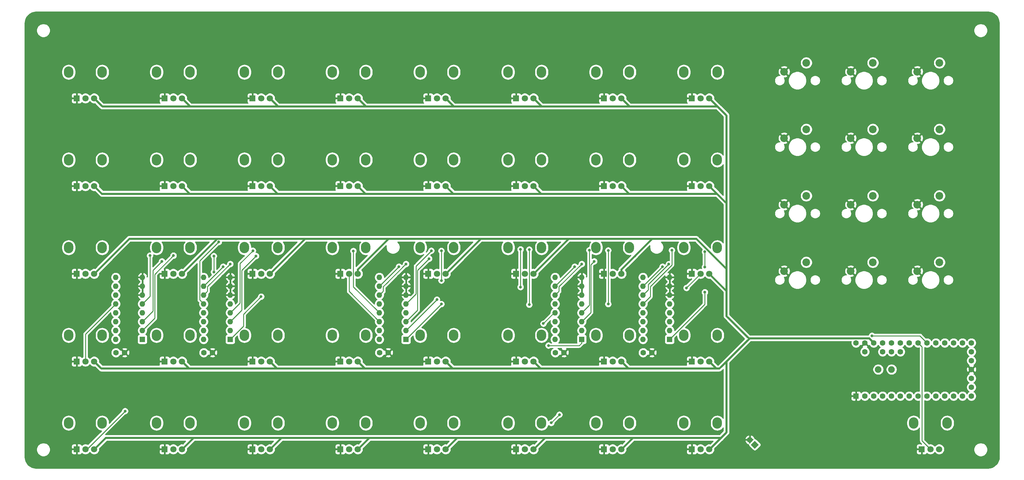
<source format=gbr>
G04 #@! TF.GenerationSoftware,KiCad,Pcbnew,(5.1.5-0-10_14)*
G04 #@! TF.CreationDate,2020-07-19T10:18:45-07:00*
G04 #@! TF.ProjectId,MIDI Mixer One v02,4d494449-204d-4697-9865-72204f6e6520,v1.0.0*
G04 #@! TF.SameCoordinates,Original*
G04 #@! TF.FileFunction,Copper,L2,Bot*
G04 #@! TF.FilePolarity,Positive*
%FSLAX46Y46*%
G04 Gerber Fmt 4.6, Leading zero omitted, Abs format (unit mm)*
G04 Created by KiCad (PCBNEW (5.1.5-0-10_14)) date 2020-07-19 10:18:45*
%MOMM*%
%LPD*%
G04 APERTURE LIST*
%ADD10R,1.800000X1.800000*%
%ADD11C,1.800000*%
%ADD12O,2.720000X3.240000*%
%ADD13C,2.200000*%
%ADD14C,1.600000*%
%ADD15C,0.100000*%
%ADD16C,1.900000*%
%ADD17R,1.600000X1.600000*%
%ADD18O,1.600000X1.600000*%
%ADD19C,0.800000*%
%ADD20C,0.609600*%
%ADD21C,0.254000*%
G04 APERTURE END LIST*
D10*
X228727000Y-137541000D03*
D11*
X231227000Y-137541000D03*
X233727000Y-137541000D03*
D12*
X236027000Y-130041000D03*
X226427000Y-130041000D03*
D13*
X318389000Y-136779000D03*
X324739000Y-134239000D03*
D14*
X164505000Y-160147000D03*
X167005000Y-160147000D03*
X114213000Y-160147000D03*
X116713000Y-160147000D03*
X89067000Y-160147000D03*
X91567000Y-160147000D03*
X239943000Y-160147000D03*
X242443000Y-160147000D03*
X214797000Y-160147000D03*
X217297000Y-160147000D03*
X270492786Y-185148786D03*
G04 #@! TA.AperFunction,ComponentPad*
D15*
G36*
X273038371Y-186563000D02*
G01*
X271907000Y-187694371D01*
X270775629Y-186563000D01*
X271907000Y-185431629D01*
X273038371Y-186563000D01*
G37*
G04 #@! TD.AperFunction*
D16*
X307213000Y-164973000D03*
X311023000Y-164973000D03*
D17*
X300863000Y-172593000D03*
D14*
X303403000Y-172593000D03*
X305943000Y-172593000D03*
X308483000Y-172593000D03*
X311023000Y-172593000D03*
X313563000Y-172593000D03*
X316103000Y-172593000D03*
X318643000Y-172593000D03*
X321183000Y-172593000D03*
X323723000Y-172593000D03*
X326263000Y-172593000D03*
X328803000Y-172593000D03*
X331343000Y-172593000D03*
X313563000Y-159893000D03*
X311023000Y-159893000D03*
X308483000Y-159893000D03*
X303403000Y-159893000D03*
X300863000Y-157353000D03*
X303403000Y-157353000D03*
X305943000Y-157353000D03*
X308483000Y-157353000D03*
X311023000Y-157353000D03*
X313563000Y-157353000D03*
X316103000Y-157353000D03*
X318643000Y-157353000D03*
X321183000Y-157353000D03*
X323723000Y-157353000D03*
X326263000Y-157353000D03*
X328803000Y-157353000D03*
X331343000Y-157353000D03*
X333883000Y-172593000D03*
X333883000Y-170053000D03*
X333883000Y-167513000D03*
X333883000Y-157353000D03*
X333883000Y-159893000D03*
X333883000Y-162433000D03*
X333883000Y-164973000D03*
D18*
X214757000Y-156337000D03*
X222377000Y-138557000D03*
X214757000Y-153797000D03*
X222377000Y-141097000D03*
X214757000Y-151257000D03*
X222377000Y-143637000D03*
X214757000Y-148717000D03*
X222377000Y-146177000D03*
X214757000Y-146177000D03*
X222377000Y-148717000D03*
X214757000Y-143637000D03*
X222377000Y-151257000D03*
X214757000Y-141097000D03*
X222377000Y-153797000D03*
X214757000Y-138557000D03*
D17*
X222377000Y-156337000D03*
D18*
X239903000Y-156337000D03*
X247523000Y-138557000D03*
X239903000Y-153797000D03*
X247523000Y-141097000D03*
X239903000Y-151257000D03*
X247523000Y-143637000D03*
X239903000Y-148717000D03*
X247523000Y-146177000D03*
X239903000Y-146177000D03*
X247523000Y-148717000D03*
X239903000Y-143637000D03*
X247523000Y-151257000D03*
X239903000Y-141097000D03*
X247523000Y-153797000D03*
X239903000Y-138557000D03*
D17*
X247523000Y-156337000D03*
D13*
X318389000Y-117729000D03*
X324739000Y-115189000D03*
X299339000Y-136779000D03*
X305689000Y-134239000D03*
X280289000Y-117729000D03*
X286639000Y-115189000D03*
X280289000Y-136779000D03*
X286639000Y-134239000D03*
D10*
X153289000Y-187833000D03*
D11*
X155789000Y-187833000D03*
X158289000Y-187833000D03*
D12*
X160589000Y-180333000D03*
X150989000Y-180333000D03*
D18*
X164465000Y-156337000D03*
X172085000Y-138557000D03*
X164465000Y-153797000D03*
X172085000Y-141097000D03*
X164465000Y-151257000D03*
X172085000Y-143637000D03*
X164465000Y-148717000D03*
X172085000Y-146177000D03*
X164465000Y-146177000D03*
X172085000Y-148717000D03*
X164465000Y-143637000D03*
X172085000Y-151257000D03*
X164465000Y-141097000D03*
X172085000Y-153797000D03*
X164465000Y-138557000D03*
D17*
X172085000Y-156337000D03*
D18*
X114173000Y-156337000D03*
X121793000Y-138557000D03*
X114173000Y-153797000D03*
X121793000Y-141097000D03*
X114173000Y-151257000D03*
X121793000Y-143637000D03*
X114173000Y-148717000D03*
X121793000Y-146177000D03*
X114173000Y-146177000D03*
X121793000Y-148717000D03*
X114173000Y-143637000D03*
X121793000Y-151257000D03*
X114173000Y-141097000D03*
X121793000Y-153797000D03*
X114173000Y-138557000D03*
D17*
X121793000Y-156337000D03*
D18*
X89027000Y-156337000D03*
X96647000Y-138557000D03*
X89027000Y-153797000D03*
X96647000Y-141097000D03*
X89027000Y-151257000D03*
X96647000Y-143637000D03*
X89027000Y-148717000D03*
X96647000Y-146177000D03*
X89027000Y-146177000D03*
X96647000Y-148717000D03*
X89027000Y-143637000D03*
X96647000Y-151257000D03*
X89027000Y-141097000D03*
X96647000Y-153797000D03*
X89027000Y-138557000D03*
D17*
X96647000Y-156337000D03*
D13*
X299339000Y-117729000D03*
X305689000Y-115189000D03*
X318389000Y-98679000D03*
X324739000Y-96139000D03*
X299339000Y-98679000D03*
X305689000Y-96139000D03*
X280289000Y-98679000D03*
X286639000Y-96139000D03*
X318389000Y-79629000D03*
X324739000Y-77089000D03*
X299339000Y-79629000D03*
X305689000Y-77089000D03*
X280289000Y-79629000D03*
X286639000Y-77089000D03*
D12*
X317359000Y-180333000D03*
X326959000Y-180333000D03*
D11*
X324659000Y-187833000D03*
X322159000Y-187833000D03*
D10*
X319659000Y-187833000D03*
X253873000Y-187833000D03*
D11*
X256373000Y-187833000D03*
X258873000Y-187833000D03*
D12*
X261173000Y-180333000D03*
X251573000Y-180333000D03*
D10*
X253873000Y-162687000D03*
D11*
X256373000Y-162687000D03*
X258873000Y-162687000D03*
D12*
X261173000Y-155187000D03*
X251573000Y-155187000D03*
D10*
X253873000Y-137541000D03*
D11*
X256373000Y-137541000D03*
X258873000Y-137541000D03*
D12*
X261173000Y-130041000D03*
X251573000Y-130041000D03*
D10*
X253873000Y-112395000D03*
D11*
X256373000Y-112395000D03*
X258873000Y-112395000D03*
D12*
X261173000Y-104895000D03*
X251573000Y-104895000D03*
D10*
X253873000Y-87249000D03*
D11*
X256373000Y-87249000D03*
X258873000Y-87249000D03*
D12*
X261173000Y-79749000D03*
X251573000Y-79749000D03*
D10*
X228727000Y-187833000D03*
D11*
X231227000Y-187833000D03*
X233727000Y-187833000D03*
D12*
X236027000Y-180333000D03*
X226427000Y-180333000D03*
D10*
X228727000Y-162687000D03*
D11*
X231227000Y-162687000D03*
X233727000Y-162687000D03*
D12*
X236027000Y-155187000D03*
X226427000Y-155187000D03*
D10*
X228727000Y-112395000D03*
D11*
X231227000Y-112395000D03*
X233727000Y-112395000D03*
D12*
X236027000Y-104895000D03*
X226427000Y-104895000D03*
D10*
X228727000Y-87249000D03*
D11*
X231227000Y-87249000D03*
X233727000Y-87249000D03*
D12*
X236027000Y-79749000D03*
X226427000Y-79749000D03*
D10*
X203581000Y-187833000D03*
D11*
X206081000Y-187833000D03*
X208581000Y-187833000D03*
D12*
X210881000Y-180333000D03*
X201281000Y-180333000D03*
D10*
X203581000Y-162687000D03*
D11*
X206081000Y-162687000D03*
X208581000Y-162687000D03*
D12*
X210881000Y-155187000D03*
X201281000Y-155187000D03*
D10*
X203581000Y-137541000D03*
D11*
X206081000Y-137541000D03*
X208581000Y-137541000D03*
D12*
X210881000Y-130041000D03*
X201281000Y-130041000D03*
D10*
X203581000Y-112395000D03*
D11*
X206081000Y-112395000D03*
X208581000Y-112395000D03*
D12*
X210881000Y-104895000D03*
X201281000Y-104895000D03*
D10*
X203581000Y-87249000D03*
D11*
X206081000Y-87249000D03*
X208581000Y-87249000D03*
D12*
X210881000Y-79749000D03*
X201281000Y-79749000D03*
D10*
X178435000Y-187833000D03*
D11*
X180935000Y-187833000D03*
X183435000Y-187833000D03*
D12*
X185735000Y-180333000D03*
X176135000Y-180333000D03*
D10*
X178435000Y-162687000D03*
D11*
X180935000Y-162687000D03*
X183435000Y-162687000D03*
D12*
X185735000Y-155187000D03*
X176135000Y-155187000D03*
D10*
X178435000Y-137541000D03*
D11*
X180935000Y-137541000D03*
X183435000Y-137541000D03*
D12*
X185735000Y-130041000D03*
X176135000Y-130041000D03*
D10*
X178435000Y-112395000D03*
D11*
X180935000Y-112395000D03*
X183435000Y-112395000D03*
D12*
X185735000Y-104895000D03*
X176135000Y-104895000D03*
D10*
X178435000Y-87249000D03*
D11*
X180935000Y-87249000D03*
X183435000Y-87249000D03*
D12*
X185735000Y-79749000D03*
X176135000Y-79749000D03*
D10*
X153289000Y-162687000D03*
D11*
X155789000Y-162687000D03*
X158289000Y-162687000D03*
D12*
X160589000Y-155187000D03*
X150989000Y-155187000D03*
D10*
X153289000Y-137541000D03*
D11*
X155789000Y-137541000D03*
X158289000Y-137541000D03*
D12*
X160589000Y-130041000D03*
X150989000Y-130041000D03*
D10*
X153289000Y-112395000D03*
D11*
X155789000Y-112395000D03*
X158289000Y-112395000D03*
D12*
X160589000Y-104895000D03*
X150989000Y-104895000D03*
D10*
X153289000Y-87249000D03*
D11*
X155789000Y-87249000D03*
X158289000Y-87249000D03*
D12*
X160589000Y-79749000D03*
X150989000Y-79749000D03*
D10*
X128143000Y-187833000D03*
D11*
X130643000Y-187833000D03*
X133143000Y-187833000D03*
D12*
X135443000Y-180333000D03*
X125843000Y-180333000D03*
D10*
X128143000Y-162687000D03*
D11*
X130643000Y-162687000D03*
X133143000Y-162687000D03*
D12*
X135443000Y-155187000D03*
X125843000Y-155187000D03*
D10*
X128143000Y-137541000D03*
D11*
X130643000Y-137541000D03*
X133143000Y-137541000D03*
D12*
X135443000Y-130041000D03*
X125843000Y-130041000D03*
D10*
X128143000Y-112395000D03*
D11*
X130643000Y-112395000D03*
X133143000Y-112395000D03*
D12*
X135443000Y-104895000D03*
X125843000Y-104895000D03*
D10*
X128143000Y-87249000D03*
D11*
X130643000Y-87249000D03*
X133143000Y-87249000D03*
D12*
X135443000Y-79749000D03*
X125843000Y-79749000D03*
D10*
X102997000Y-187833000D03*
D11*
X105497000Y-187833000D03*
X107997000Y-187833000D03*
D12*
X110297000Y-180333000D03*
X100697000Y-180333000D03*
D10*
X102997000Y-162687000D03*
D11*
X105497000Y-162687000D03*
X107997000Y-162687000D03*
D12*
X110297000Y-155187000D03*
X100697000Y-155187000D03*
D10*
X102997000Y-137541000D03*
D11*
X105497000Y-137541000D03*
X107997000Y-137541000D03*
D12*
X110297000Y-130041000D03*
X100697000Y-130041000D03*
D10*
X102997000Y-112395000D03*
D11*
X105497000Y-112395000D03*
X107997000Y-112395000D03*
D12*
X110297000Y-104895000D03*
X100697000Y-104895000D03*
D10*
X102997000Y-87249000D03*
D11*
X105497000Y-87249000D03*
X107997000Y-87249000D03*
D12*
X110297000Y-79749000D03*
X100697000Y-79749000D03*
D10*
X77851000Y-187833000D03*
D11*
X80351000Y-187833000D03*
X82851000Y-187833000D03*
D12*
X85151000Y-180333000D03*
X75551000Y-180333000D03*
D10*
X77851000Y-162687000D03*
D11*
X80351000Y-162687000D03*
X82851000Y-162687000D03*
D12*
X85151000Y-155187000D03*
X75551000Y-155187000D03*
D10*
X77851000Y-137541000D03*
D11*
X80351000Y-137541000D03*
X82851000Y-137541000D03*
D12*
X85151000Y-130041000D03*
X75551000Y-130041000D03*
D10*
X77851000Y-112395000D03*
D11*
X80351000Y-112395000D03*
X82851000Y-112395000D03*
D12*
X85151000Y-104895000D03*
X75551000Y-104895000D03*
D10*
X77851000Y-87249000D03*
D11*
X80351000Y-87249000D03*
X82851000Y-87249000D03*
D12*
X85151000Y-79749000D03*
X75551000Y-79749000D03*
D19*
X91694000Y-176911000D03*
X98806000Y-132334000D03*
X105537000Y-132334000D03*
X117094000Y-132461000D03*
X117094000Y-137033000D03*
X118491000Y-128416000D03*
X130619500Y-144081500D03*
X128270000Y-130937000D03*
X157019201Y-131016799D03*
X182204799Y-130977201D03*
X182204799Y-146217201D03*
X182204799Y-139486201D03*
X179324000Y-130937000D03*
X180935000Y-144947000D03*
X211391500Y-151828500D03*
X204851000Y-141351000D03*
X204850799Y-130556201D03*
X207350799Y-130596201D03*
X207350799Y-146390799D03*
X212852000Y-158115000D03*
X213626799Y-180287201D03*
X215987000Y-177927000D03*
X229957201Y-130849799D03*
X229957201Y-146216799D03*
X224531274Y-130811272D03*
X248158000Y-130810000D03*
X257612447Y-131261553D03*
X257603201Y-142827799D03*
X257603201Y-135588799D03*
X252349000Y-141605000D03*
X119761000Y-135509000D03*
X170053000Y-135509000D03*
X220345000Y-135509000D03*
X245491000Y-135509000D03*
X121793000Y-134747000D03*
X247300799Y-134778799D03*
X222377000Y-134747000D03*
X172085000Y-134747000D03*
X305426670Y-155329330D03*
X225933000Y-133985000D03*
X178689000Y-133223000D03*
X129159000Y-132461000D03*
X102235000Y-133985000D03*
D20*
X305943000Y-157353000D02*
X304634999Y-156044999D01*
X263779000Y-116967000D02*
X263779000Y-92155000D01*
X263445000Y-116967000D02*
X263779000Y-116967000D01*
X263779000Y-162687000D02*
X263779000Y-167513000D01*
X263779000Y-167513000D02*
X263779000Y-182927000D01*
X263779000Y-142447000D02*
X263779000Y-141097000D01*
X84868984Y-164704984D02*
X82851000Y-162687000D01*
X82851000Y-187833000D02*
X86153000Y-184531000D01*
X235744984Y-164704984D02*
X256855016Y-164704984D01*
X233727000Y-162687000D02*
X235744984Y-164704984D01*
X107997000Y-187833000D02*
X111299000Y-184531000D01*
X111299000Y-184531000D02*
X111379000Y-184531000D01*
X86153000Y-184531000D02*
X111379000Y-184531000D01*
X136445000Y-184531000D02*
X136525000Y-184531000D01*
X133143000Y-187833000D02*
X136445000Y-184531000D01*
X111379000Y-184531000D02*
X136525000Y-184531000D01*
X158289000Y-187833000D02*
X161591000Y-184531000D01*
X161591000Y-184531000D02*
X161671000Y-184531000D01*
X136525000Y-184531000D02*
X161671000Y-184531000D01*
X186737000Y-184531000D02*
X186817000Y-184531000D01*
X183435000Y-187833000D02*
X186737000Y-184531000D01*
X161671000Y-184531000D02*
X186817000Y-184531000D01*
X211883000Y-184531000D02*
X211963000Y-184531000D01*
X208581000Y-187833000D02*
X211883000Y-184531000D01*
X186817000Y-184531000D02*
X211963000Y-184531000D01*
X237029000Y-184531000D02*
X237363000Y-184531000D01*
X233727000Y-187833000D02*
X237029000Y-184531000D01*
X211963000Y-184531000D02*
X237363000Y-184531000D01*
X237363000Y-184531000D02*
X262255000Y-184531000D01*
X262255000Y-184531000D02*
X258873000Y-187833000D01*
X263779000Y-182927000D02*
X262255000Y-184531000D01*
X261761016Y-164704984D02*
X270383000Y-156083000D01*
X255636984Y-164704984D02*
X256855016Y-164704984D01*
X260890984Y-164704984D02*
X258873000Y-162687000D01*
X261761016Y-164704984D02*
X260890984Y-164704984D01*
X210961016Y-164704984D02*
X210598984Y-164704984D01*
X210598984Y-164704984D02*
X208581000Y-162687000D01*
X209945016Y-164704984D02*
X210961016Y-164704984D01*
X210961016Y-164704984D02*
X255636984Y-164704984D01*
X185532984Y-164704984D02*
X185452984Y-164704984D01*
X209945016Y-164704984D02*
X185532984Y-164704984D01*
X185452984Y-164704984D02*
X183435000Y-162687000D01*
X160306984Y-164704984D02*
X158289000Y-162687000D01*
X160415016Y-164704984D02*
X160306984Y-164704984D01*
X185532984Y-164704984D02*
X160415016Y-164704984D01*
X136002984Y-164704984D02*
X135160984Y-164704984D01*
X160415016Y-164704984D02*
X136002984Y-164704984D01*
X135160984Y-164704984D02*
X133143000Y-162687000D01*
X110014984Y-164704984D02*
X107997000Y-162687000D01*
X110856984Y-164704984D02*
X110014984Y-164704984D01*
X136002984Y-164704984D02*
X110856984Y-164704984D01*
X110856984Y-164704984D02*
X84868984Y-164704984D01*
X255636984Y-164704984D02*
X261761016Y-164704984D01*
X263779000Y-149656998D02*
X263779000Y-147701000D01*
X270167001Y-156044999D02*
X263779000Y-149656998D01*
X304634999Y-156044999D02*
X270167001Y-156044999D01*
X263779000Y-147701000D02*
X263779000Y-142621000D01*
X263779000Y-142621000D02*
X263779000Y-141097000D01*
X263779000Y-134747000D02*
X263779000Y-116967000D01*
X261072000Y-114594000D02*
X263445000Y-116967000D01*
X235926000Y-114594000D02*
X233727000Y-112395000D01*
X261072000Y-114594000D02*
X235926000Y-114594000D01*
X258873000Y-112395000D02*
X261072000Y-114594000D01*
X85050000Y-114594000D02*
X82851000Y-112395000D01*
X111466000Y-114594000D02*
X110196000Y-114594000D01*
X110196000Y-114594000D02*
X107997000Y-112395000D01*
X111466000Y-114594000D02*
X85050000Y-114594000D01*
X135342000Y-114594000D02*
X133143000Y-112395000D01*
X135930000Y-114594000D02*
X135342000Y-114594000D01*
X135930000Y-114594000D02*
X111466000Y-114594000D01*
X160488000Y-114594000D02*
X158289000Y-112395000D01*
X161330000Y-114594000D02*
X160488000Y-114594000D01*
X161330000Y-114594000D02*
X135930000Y-114594000D01*
X185634000Y-114594000D02*
X183435000Y-112395000D01*
X186476000Y-114594000D02*
X185634000Y-114594000D01*
X186476000Y-114594000D02*
X161330000Y-114594000D01*
X210780000Y-114594000D02*
X208581000Y-112395000D01*
X211542000Y-114594000D02*
X210780000Y-114594000D01*
X261072000Y-114594000D02*
X211542000Y-114594000D01*
X211542000Y-114594000D02*
X186476000Y-114594000D01*
X260945000Y-89321000D02*
X258873000Y-87249000D01*
X263779000Y-92155000D02*
X261199000Y-89575000D01*
X261199000Y-89575000D02*
X260945000Y-89321000D01*
X85177000Y-89575000D02*
X82851000Y-87249000D01*
X261199000Y-89575000D02*
X237403000Y-89575000D01*
X237403000Y-89575000D02*
X236053000Y-89575000D01*
X110149000Y-89401000D02*
X107997000Y-87249000D01*
X110149000Y-89575000D02*
X110149000Y-89401000D01*
X110149000Y-89575000D02*
X85177000Y-89575000D01*
X135723000Y-89575000D02*
X135469000Y-89575000D01*
X135723000Y-89575000D02*
X110149000Y-89575000D01*
X186095000Y-89575000D02*
X185761000Y-89575000D01*
X185761000Y-89575000D02*
X183435000Y-87249000D01*
X210653000Y-89321000D02*
X208581000Y-87249000D01*
X210653000Y-89575000D02*
X210653000Y-89321000D01*
X235879000Y-89401000D02*
X233727000Y-87249000D01*
X235879000Y-89575000D02*
X235879000Y-89401000D01*
X237403000Y-89575000D02*
X235879000Y-89575000D01*
X235879000Y-89575000D02*
X210653000Y-89575000D01*
X237534208Y-132461000D02*
X237617000Y-132461000D01*
X233727000Y-136268208D02*
X237534208Y-132461000D01*
X233727000Y-137541000D02*
X233727000Y-136268208D01*
X263779000Y-140081000D02*
X263779000Y-136779000D01*
X263779000Y-141097000D02*
X263779000Y-140081000D01*
X213661000Y-132461000D02*
X208581000Y-137541000D01*
X188515000Y-132461000D02*
X183435000Y-137541000D01*
X87931000Y-132461000D02*
X82851000Y-137541000D01*
X113077000Y-132461000D02*
X107997000Y-137541000D01*
X138223000Y-132461000D02*
X133143000Y-137541000D01*
X263779000Y-142447000D02*
X263779000Y-142621000D01*
X258873000Y-137541000D02*
X263779000Y-142447000D01*
X263779000Y-136779000D02*
X263779000Y-134747000D01*
X263779000Y-142621000D02*
X263779000Y-138049000D01*
X263779000Y-138049000D02*
X263779000Y-137541000D01*
X242487208Y-127508000D02*
X233727000Y-136268208D01*
X263779000Y-136144000D02*
X255143000Y-127508000D01*
X263779000Y-138049000D02*
X263779000Y-136144000D01*
X118030000Y-127508000D02*
X107997000Y-137541000D01*
X255143000Y-127508000D02*
X246761000Y-127508000D01*
X246761000Y-127508000D02*
X242487208Y-127508000D01*
X222250000Y-127508000D02*
X218614000Y-127508000D01*
X218614000Y-127508000D02*
X208581000Y-137541000D01*
X246761000Y-127508000D02*
X222250000Y-127508000D01*
X193468000Y-127508000D02*
X183435000Y-137541000D01*
X198120000Y-127508000D02*
X193468000Y-127508000D01*
X222250000Y-127508000D02*
X198120000Y-127508000D01*
X158289000Y-136268208D02*
X158289000Y-137541000D01*
X198120000Y-127508000D02*
X171069000Y-127508000D01*
X167049208Y-127508000D02*
X158289000Y-136268208D01*
X171069000Y-127508000D02*
X167049208Y-127508000D01*
X148590000Y-127508000D02*
X143176000Y-127508000D01*
X143176000Y-127508000D02*
X133143000Y-137541000D01*
X171069000Y-127508000D02*
X148590000Y-127508000D01*
X92884000Y-127508000D02*
X82851000Y-137541000D01*
X122174000Y-127508000D02*
X92884000Y-127508000D01*
X148590000Y-127508000D02*
X122174000Y-127508000D01*
X122174000Y-127508000D02*
X118030000Y-127508000D01*
X160615000Y-89575000D02*
X158289000Y-87249000D01*
X210653000Y-89575000D02*
X192873000Y-89575000D01*
X192873000Y-89575000D02*
X186095000Y-89575000D01*
X164251000Y-89575000D02*
X135469000Y-89575000D01*
X192873000Y-89575000D02*
X164251000Y-89575000D01*
X164251000Y-89575000D02*
X160615000Y-89575000D01*
X135469000Y-89575000D02*
X133143000Y-87249000D01*
D21*
X80351000Y-154853000D02*
X89027000Y-146177000D01*
X80351000Y-162687000D02*
X80351000Y-154853000D01*
X80772000Y-187833000D02*
X80351000Y-187833000D01*
X91694000Y-176911000D02*
X80772000Y-187833000D01*
X98806000Y-144018000D02*
X96647000Y-146177000D01*
X98806000Y-132334000D02*
X98806000Y-144018000D01*
X97446999Y-152997001D02*
X96647000Y-153797000D01*
X100152210Y-137718790D02*
X100152210Y-150291790D01*
X100152210Y-150291790D02*
X97446999Y-152997001D01*
X105537000Y-132334000D02*
X100152210Y-137718790D01*
X117094000Y-132461000D02*
X117094000Y-137033000D01*
X113373001Y-145377001D02*
X114173000Y-146177000D01*
X113042799Y-145046799D02*
X113373001Y-145377001D01*
X113042799Y-133864201D02*
X118491000Y-128416000D01*
X113042799Y-139814201D02*
X113042799Y-133864201D01*
X113042799Y-137172799D02*
X113042799Y-139814201D01*
X113042799Y-139814201D02*
X113042799Y-145046799D01*
X125552210Y-152577790D02*
X121793000Y-156337000D01*
X125552210Y-149148790D02*
X130619500Y-144081500D01*
X125552210Y-149148790D02*
X125552210Y-152577790D01*
X130619500Y-144081500D02*
X130643000Y-144058000D01*
X121793000Y-148717000D02*
X124587000Y-145923000D01*
X124587000Y-134620000D02*
X128270000Y-130937000D01*
X124587000Y-145923000D02*
X124587000Y-134620000D01*
X163665001Y-147917001D02*
X164465000Y-148717000D01*
X157019201Y-141271201D02*
X163665001Y-147917001D01*
X157019201Y-133556799D02*
X157019201Y-131016799D01*
X157019201Y-131168886D02*
X157019201Y-133556799D01*
X157019201Y-133556799D02*
X157019201Y-141271201D01*
X157019201Y-131016799D02*
X157019201Y-131016799D01*
X155789000Y-142581000D02*
X164465000Y-151257000D01*
X155789000Y-137541000D02*
X155789000Y-142581000D01*
X182204799Y-146217201D02*
X172085000Y-156337000D01*
X182204799Y-134279201D02*
X182204799Y-130977201D01*
X182204799Y-131716484D02*
X182204799Y-134279201D01*
X182204799Y-134279201D02*
X182204799Y-139486201D01*
X182204799Y-130977201D02*
X182204799Y-130977201D01*
X182204799Y-146217201D02*
X182204799Y-146217201D01*
X172884999Y-145377001D02*
X172085000Y-146177000D01*
X174929790Y-143332210D02*
X172884999Y-145377001D01*
X174929790Y-135331210D02*
X174929790Y-143332210D01*
X179324000Y-130937000D02*
X174929790Y-135331210D01*
X180935000Y-144947000D02*
X172085000Y-153797000D01*
X180935000Y-144947000D02*
X180935000Y-144947000D01*
X214503000Y-148717000D02*
X214757000Y-148717000D01*
X211391500Y-151828500D02*
X214503000Y-148717000D01*
X204850799Y-141350799D02*
X204851000Y-141351000D01*
X204850799Y-131248484D02*
X204850799Y-131699201D01*
X204850799Y-131699201D02*
X204850799Y-130556201D01*
X204850799Y-131699201D02*
X204850799Y-141350799D01*
X204850799Y-130556201D02*
X204850799Y-130556201D01*
X207350799Y-133944799D02*
X207350799Y-130596201D01*
X207350799Y-131161886D02*
X207350799Y-133944799D01*
X207350799Y-133944799D02*
X207350799Y-146390799D01*
X207350799Y-130596201D02*
X207350799Y-130596201D01*
X222377000Y-157391000D02*
X222377000Y-156337000D01*
X221653000Y-158115000D02*
X222377000Y-157391000D01*
X212852000Y-158115000D02*
X221653000Y-158115000D01*
X213626799Y-180287201D02*
X215987000Y-177927000D01*
X215987000Y-177927000D02*
X215987000Y-177927000D01*
X229957201Y-146216799D02*
X229957201Y-146216799D01*
X229957201Y-133643799D02*
X229957201Y-130849799D01*
X229957201Y-131669484D02*
X229957201Y-133643799D01*
X229957201Y-133643799D02*
X229957201Y-146216799D01*
X229957201Y-130849799D02*
X229957201Y-130849799D01*
X224531274Y-146562726D02*
X222377000Y-148717000D01*
X224531274Y-130811272D02*
X224531274Y-146562726D01*
X239903000Y-146177000D02*
X241973145Y-144106855D01*
X241973145Y-144106855D02*
X241973145Y-141187151D01*
X248158000Y-130810000D02*
X248158000Y-131375685D01*
X248158000Y-135001000D02*
X248158000Y-135002296D01*
X248158000Y-131375685D02*
X248158000Y-135001000D01*
X241973145Y-141187151D02*
X248158000Y-135001000D01*
X257603201Y-146256799D02*
X247523000Y-156337000D01*
X257603201Y-132381201D02*
X257603201Y-133143201D01*
X257603201Y-131270799D02*
X257612447Y-131261553D01*
X257603201Y-142827799D02*
X257603201Y-146256799D01*
X257603201Y-135588799D02*
X257603201Y-131270799D01*
X252349000Y-141565000D02*
X252349000Y-141605000D01*
X256373000Y-137541000D02*
X252349000Y-141565000D01*
X319773201Y-185447201D02*
X321259001Y-186933001D01*
X321259001Y-186933001D02*
X322159000Y-187833000D01*
X319773201Y-158483201D02*
X319773201Y-185447201D01*
X318643000Y-157353000D02*
X319773201Y-158483201D01*
X114173000Y-141097000D02*
X119761000Y-135509000D01*
X119761000Y-135509000D02*
X119761000Y-135509000D01*
X164465000Y-141097000D02*
X170053000Y-135509000D01*
X170053000Y-135509000D02*
X170053000Y-135509000D01*
X214757000Y-141097000D02*
X220345000Y-135509000D01*
X239903000Y-141097000D02*
X245237000Y-135763000D01*
X247300799Y-134778799D02*
X247300799Y-134778799D01*
X247300799Y-134779899D02*
X247300799Y-134778799D01*
X241427000Y-140653698D02*
X247300799Y-134779899D01*
X241427000Y-142113000D02*
X241427000Y-140653698D01*
X239903000Y-143637000D02*
X241427000Y-142113000D01*
X165595201Y-141421484D02*
X165595201Y-142506799D01*
X172085000Y-134747000D02*
X171685001Y-135146999D01*
X171685001Y-135146999D02*
X166497000Y-140335000D01*
X165264999Y-142837001D02*
X164465000Y-143637000D01*
X165595201Y-142506799D02*
X165264999Y-142837001D01*
X165595201Y-141236799D02*
X165595201Y-142506799D01*
X166497000Y-140335000D02*
X165595201Y-141236799D01*
X115303201Y-142506799D02*
X114972999Y-142837001D01*
X114972999Y-142837001D02*
X114173000Y-143637000D01*
X115303201Y-141236799D02*
X115303201Y-142506799D01*
X121793000Y-134747000D02*
X115303201Y-141236799D01*
X215887201Y-141236799D02*
X215887201Y-142506799D01*
X215556999Y-142837001D02*
X214757000Y-143637000D01*
X215887201Y-142506799D02*
X215556999Y-142837001D01*
X222377000Y-134747000D02*
X215887201Y-141236799D01*
X319159330Y-155329330D02*
X321183000Y-157353000D01*
X305426670Y-155329330D02*
X319159330Y-155329330D01*
X224988484Y-148645516D02*
X222377000Y-151257000D01*
X224988484Y-134929516D02*
X224988484Y-148645516D01*
X225933000Y-133985000D02*
X224988484Y-134929516D01*
X172085000Y-151257000D02*
X175387000Y-147955000D01*
X175387000Y-147955000D02*
X175387000Y-136525000D01*
X175387000Y-136525000D02*
X178689000Y-133223000D01*
X121793000Y-151257000D02*
X125095000Y-147955000D01*
X125095000Y-147955000D02*
X125095000Y-140186302D01*
X125095000Y-140186302D02*
X125095000Y-136525000D01*
X125095000Y-136525000D02*
X129159000Y-132461000D01*
X96647000Y-151257000D02*
X99695000Y-148209000D01*
X99695000Y-148209000D02*
X99695000Y-136525000D01*
X99695000Y-136525000D02*
X102235000Y-133985000D01*
G36*
X339217891Y-62574515D02*
G01*
X339829565Y-62759190D01*
X340393710Y-63059151D01*
X340888856Y-63462982D01*
X341296133Y-63955297D01*
X341600026Y-64517336D01*
X341788969Y-65127709D01*
X341859001Y-65794022D01*
X341859000Y-189959721D01*
X341793485Y-190627892D01*
X341608812Y-191239561D01*
X341308848Y-191803711D01*
X340905018Y-192298855D01*
X340412703Y-192706133D01*
X339850664Y-193010026D01*
X339240292Y-193198969D01*
X338573988Y-193269000D01*
X66326279Y-193269000D01*
X65658108Y-193203485D01*
X65046439Y-193018812D01*
X64482289Y-192718848D01*
X63987145Y-192315018D01*
X63579867Y-191822703D01*
X63275974Y-191260664D01*
X63087031Y-190650292D01*
X63017000Y-189983988D01*
X63017000Y-187764495D01*
X66341000Y-187764495D01*
X66341000Y-188155505D01*
X66417282Y-188539003D01*
X66566915Y-188900250D01*
X66784149Y-189225364D01*
X67060636Y-189501851D01*
X67385750Y-189719085D01*
X67746997Y-189868718D01*
X68130495Y-189945000D01*
X68521505Y-189945000D01*
X68905003Y-189868718D01*
X69266250Y-189719085D01*
X69591364Y-189501851D01*
X69867851Y-189225364D01*
X70085085Y-188900250D01*
X70154362Y-188733000D01*
X76312928Y-188733000D01*
X76325188Y-188857482D01*
X76361498Y-188977180D01*
X76420463Y-189087494D01*
X76499815Y-189184185D01*
X76596506Y-189263537D01*
X76706820Y-189322502D01*
X76826518Y-189358812D01*
X76951000Y-189371072D01*
X77565250Y-189368000D01*
X77724000Y-189209250D01*
X77724000Y-187960000D01*
X76474750Y-187960000D01*
X76316000Y-188118750D01*
X76312928Y-188733000D01*
X70154362Y-188733000D01*
X70234718Y-188539003D01*
X70311000Y-188155505D01*
X70311000Y-187764495D01*
X70234718Y-187380997D01*
X70085085Y-187019750D01*
X70027121Y-186933000D01*
X76312928Y-186933000D01*
X76316000Y-187547250D01*
X76474750Y-187706000D01*
X77724000Y-187706000D01*
X77724000Y-186456750D01*
X77565250Y-186298000D01*
X76951000Y-186294928D01*
X76826518Y-186307188D01*
X76706820Y-186343498D01*
X76596506Y-186402463D01*
X76499815Y-186481815D01*
X76420463Y-186578506D01*
X76361498Y-186688820D01*
X76325188Y-186808518D01*
X76312928Y-186933000D01*
X70027121Y-186933000D01*
X69867851Y-186694636D01*
X69591364Y-186418149D01*
X69266250Y-186200915D01*
X68905003Y-186051282D01*
X68521505Y-185975000D01*
X68130495Y-185975000D01*
X67746997Y-186051282D01*
X67385750Y-186200915D01*
X67060636Y-186418149D01*
X66784149Y-186694636D01*
X66566915Y-187019750D01*
X66417282Y-187380997D01*
X66341000Y-187764495D01*
X63017000Y-187764495D01*
X63017000Y-179975002D01*
X73556000Y-179975002D01*
X73556000Y-180690997D01*
X73584867Y-180984087D01*
X73698943Y-181360146D01*
X73884193Y-181706725D01*
X74133497Y-182010503D01*
X74437275Y-182259807D01*
X74783853Y-182445057D01*
X75159912Y-182559133D01*
X75551000Y-182597652D01*
X75942087Y-182559133D01*
X76318146Y-182445057D01*
X76664725Y-182259807D01*
X76968503Y-182010503D01*
X77217807Y-181706725D01*
X77403057Y-181360147D01*
X77517133Y-180984088D01*
X77546000Y-180690998D01*
X77546000Y-179975003D01*
X77517133Y-179681913D01*
X77403057Y-179305853D01*
X77217807Y-178959275D01*
X76968503Y-178655497D01*
X76664725Y-178406193D01*
X76318147Y-178220943D01*
X75942088Y-178106867D01*
X75551000Y-178068348D01*
X75159913Y-178106867D01*
X74783854Y-178220943D01*
X74437276Y-178406193D01*
X74133498Y-178655497D01*
X73884193Y-178959275D01*
X73698943Y-179305853D01*
X73584867Y-179681912D01*
X73556000Y-179975002D01*
X63017000Y-179975002D01*
X63017000Y-163587000D01*
X76312928Y-163587000D01*
X76325188Y-163711482D01*
X76361498Y-163831180D01*
X76420463Y-163941494D01*
X76499815Y-164038185D01*
X76596506Y-164117537D01*
X76706820Y-164176502D01*
X76826518Y-164212812D01*
X76951000Y-164225072D01*
X77565250Y-164222000D01*
X77724000Y-164063250D01*
X77724000Y-162814000D01*
X76474750Y-162814000D01*
X76316000Y-162972750D01*
X76312928Y-163587000D01*
X63017000Y-163587000D01*
X63017000Y-161787000D01*
X76312928Y-161787000D01*
X76316000Y-162401250D01*
X76474750Y-162560000D01*
X77724000Y-162560000D01*
X77724000Y-161310750D01*
X77565250Y-161152000D01*
X76951000Y-161148928D01*
X76826518Y-161161188D01*
X76706820Y-161197498D01*
X76596506Y-161256463D01*
X76499815Y-161335815D01*
X76420463Y-161432506D01*
X76361498Y-161542820D01*
X76325188Y-161662518D01*
X76312928Y-161787000D01*
X63017000Y-161787000D01*
X63017000Y-154829002D01*
X73556000Y-154829002D01*
X73556000Y-155544997D01*
X73584867Y-155838087D01*
X73698943Y-156214146D01*
X73884193Y-156560725D01*
X74133497Y-156864503D01*
X74437275Y-157113807D01*
X74783853Y-157299057D01*
X75159912Y-157413133D01*
X75551000Y-157451652D01*
X75942087Y-157413133D01*
X76318146Y-157299057D01*
X76664725Y-157113807D01*
X76968503Y-156864503D01*
X77217807Y-156560725D01*
X77403057Y-156214147D01*
X77517133Y-155838088D01*
X77546000Y-155544998D01*
X77546000Y-154829003D01*
X77517133Y-154535913D01*
X77403057Y-154159853D01*
X77217807Y-153813275D01*
X76968503Y-153509497D01*
X76664725Y-153260193D01*
X76318147Y-153074943D01*
X75942088Y-152960867D01*
X75551000Y-152922348D01*
X75159913Y-152960867D01*
X74783854Y-153074943D01*
X74437276Y-153260193D01*
X74133498Y-153509497D01*
X73884193Y-153813275D01*
X73698943Y-154159853D01*
X73584867Y-154535912D01*
X73556000Y-154829002D01*
X63017000Y-154829002D01*
X63017000Y-138441000D01*
X76312928Y-138441000D01*
X76325188Y-138565482D01*
X76361498Y-138685180D01*
X76420463Y-138795494D01*
X76499815Y-138892185D01*
X76596506Y-138971537D01*
X76706820Y-139030502D01*
X76826518Y-139066812D01*
X76951000Y-139079072D01*
X77565250Y-139076000D01*
X77724000Y-138917250D01*
X77724000Y-137668000D01*
X76474750Y-137668000D01*
X76316000Y-137826750D01*
X76312928Y-138441000D01*
X63017000Y-138441000D01*
X63017000Y-136641000D01*
X76312928Y-136641000D01*
X76316000Y-137255250D01*
X76474750Y-137414000D01*
X77724000Y-137414000D01*
X77724000Y-136164750D01*
X77565250Y-136006000D01*
X76951000Y-136002928D01*
X76826518Y-136015188D01*
X76706820Y-136051498D01*
X76596506Y-136110463D01*
X76499815Y-136189815D01*
X76420463Y-136286506D01*
X76361498Y-136396820D01*
X76325188Y-136516518D01*
X76312928Y-136641000D01*
X63017000Y-136641000D01*
X63017000Y-129683002D01*
X73556000Y-129683002D01*
X73556000Y-130398997D01*
X73584867Y-130692087D01*
X73698943Y-131068146D01*
X73884193Y-131414725D01*
X74133497Y-131718503D01*
X74437275Y-131967807D01*
X74783853Y-132153057D01*
X75159912Y-132267133D01*
X75551000Y-132305652D01*
X75942087Y-132267133D01*
X76318146Y-132153057D01*
X76664725Y-131967807D01*
X76968503Y-131718503D01*
X77217807Y-131414725D01*
X77403057Y-131068147D01*
X77517133Y-130692088D01*
X77546000Y-130398998D01*
X77546000Y-129683003D01*
X77546000Y-129683002D01*
X83156000Y-129683002D01*
X83156000Y-130398997D01*
X83184867Y-130692087D01*
X83298943Y-131068146D01*
X83484193Y-131414725D01*
X83733497Y-131718503D01*
X84037275Y-131967807D01*
X84383853Y-132153057D01*
X84759912Y-132267133D01*
X85151000Y-132305652D01*
X85542087Y-132267133D01*
X85918146Y-132153057D01*
X86264725Y-131967807D01*
X86568503Y-131718503D01*
X86817807Y-131414725D01*
X87003057Y-131068147D01*
X87117133Y-130692088D01*
X87146000Y-130398998D01*
X87146000Y-129683003D01*
X87117133Y-129389913D01*
X87003057Y-129013853D01*
X86817807Y-128667275D01*
X86568503Y-128363497D01*
X86264725Y-128114193D01*
X85918147Y-127928943D01*
X85542088Y-127814867D01*
X85151000Y-127776348D01*
X84759913Y-127814867D01*
X84383854Y-127928943D01*
X84037276Y-128114193D01*
X83733498Y-128363497D01*
X83484193Y-128667275D01*
X83298943Y-129013853D01*
X83184867Y-129389912D01*
X83156000Y-129683002D01*
X77546000Y-129683002D01*
X77517133Y-129389913D01*
X77403057Y-129013853D01*
X77217807Y-128667275D01*
X76968503Y-128363497D01*
X76664725Y-128114193D01*
X76318147Y-127928943D01*
X75942088Y-127814867D01*
X75551000Y-127776348D01*
X75159913Y-127814867D01*
X74783854Y-127928943D01*
X74437276Y-128114193D01*
X74133498Y-128363497D01*
X73884193Y-128667275D01*
X73698943Y-129013853D01*
X73584867Y-129389912D01*
X73556000Y-129683002D01*
X63017000Y-129683002D01*
X63017000Y-113295000D01*
X76312928Y-113295000D01*
X76325188Y-113419482D01*
X76361498Y-113539180D01*
X76420463Y-113649494D01*
X76499815Y-113746185D01*
X76596506Y-113825537D01*
X76706820Y-113884502D01*
X76826518Y-113920812D01*
X76951000Y-113933072D01*
X77565250Y-113930000D01*
X77724000Y-113771250D01*
X77724000Y-112522000D01*
X76474750Y-112522000D01*
X76316000Y-112680750D01*
X76312928Y-113295000D01*
X63017000Y-113295000D01*
X63017000Y-111495000D01*
X76312928Y-111495000D01*
X76316000Y-112109250D01*
X76474750Y-112268000D01*
X77724000Y-112268000D01*
X77724000Y-111018750D01*
X77565250Y-110860000D01*
X76951000Y-110856928D01*
X76826518Y-110869188D01*
X76706820Y-110905498D01*
X76596506Y-110964463D01*
X76499815Y-111043815D01*
X76420463Y-111140506D01*
X76361498Y-111250820D01*
X76325188Y-111370518D01*
X76312928Y-111495000D01*
X63017000Y-111495000D01*
X63017000Y-104537002D01*
X73556000Y-104537002D01*
X73556000Y-105252997D01*
X73584867Y-105546087D01*
X73698943Y-105922146D01*
X73884193Y-106268725D01*
X74133497Y-106572503D01*
X74437275Y-106821807D01*
X74783853Y-107007057D01*
X75159912Y-107121133D01*
X75551000Y-107159652D01*
X75942087Y-107121133D01*
X76318146Y-107007057D01*
X76664725Y-106821807D01*
X76968503Y-106572503D01*
X77217807Y-106268725D01*
X77403057Y-105922147D01*
X77517133Y-105546088D01*
X77546000Y-105252998D01*
X77546000Y-104537003D01*
X77546000Y-104537002D01*
X83156000Y-104537002D01*
X83156000Y-105252997D01*
X83184867Y-105546087D01*
X83298943Y-105922146D01*
X83484193Y-106268725D01*
X83733497Y-106572503D01*
X84037275Y-106821807D01*
X84383853Y-107007057D01*
X84759912Y-107121133D01*
X85151000Y-107159652D01*
X85542087Y-107121133D01*
X85918146Y-107007057D01*
X86264725Y-106821807D01*
X86568503Y-106572503D01*
X86817807Y-106268725D01*
X87003057Y-105922147D01*
X87117133Y-105546088D01*
X87146000Y-105252998D01*
X87146000Y-104537003D01*
X87146000Y-104537002D01*
X98702000Y-104537002D01*
X98702000Y-105252997D01*
X98730867Y-105546087D01*
X98844943Y-105922146D01*
X99030193Y-106268725D01*
X99279497Y-106572503D01*
X99583275Y-106821807D01*
X99929853Y-107007057D01*
X100305912Y-107121133D01*
X100697000Y-107159652D01*
X101088087Y-107121133D01*
X101464146Y-107007057D01*
X101810725Y-106821807D01*
X102114503Y-106572503D01*
X102363807Y-106268725D01*
X102549057Y-105922147D01*
X102663133Y-105546088D01*
X102692000Y-105252998D01*
X102692000Y-104537003D01*
X102692000Y-104537002D01*
X108302000Y-104537002D01*
X108302000Y-105252997D01*
X108330867Y-105546087D01*
X108444943Y-105922146D01*
X108630193Y-106268725D01*
X108879497Y-106572503D01*
X109183275Y-106821807D01*
X109529853Y-107007057D01*
X109905912Y-107121133D01*
X110297000Y-107159652D01*
X110688087Y-107121133D01*
X111064146Y-107007057D01*
X111410725Y-106821807D01*
X111714503Y-106572503D01*
X111963807Y-106268725D01*
X112149057Y-105922147D01*
X112263133Y-105546088D01*
X112292000Y-105252998D01*
X112292000Y-104537003D01*
X112292000Y-104537002D01*
X123848000Y-104537002D01*
X123848000Y-105252997D01*
X123876867Y-105546087D01*
X123990943Y-105922146D01*
X124176193Y-106268725D01*
X124425497Y-106572503D01*
X124729275Y-106821807D01*
X125075853Y-107007057D01*
X125451912Y-107121133D01*
X125843000Y-107159652D01*
X126234087Y-107121133D01*
X126610146Y-107007057D01*
X126956725Y-106821807D01*
X127260503Y-106572503D01*
X127509807Y-106268725D01*
X127695057Y-105922147D01*
X127809133Y-105546088D01*
X127838000Y-105252998D01*
X127838000Y-104537003D01*
X127838000Y-104537002D01*
X133448000Y-104537002D01*
X133448000Y-105252997D01*
X133476867Y-105546087D01*
X133590943Y-105922146D01*
X133776193Y-106268725D01*
X134025497Y-106572503D01*
X134329275Y-106821807D01*
X134675853Y-107007057D01*
X135051912Y-107121133D01*
X135443000Y-107159652D01*
X135834087Y-107121133D01*
X136210146Y-107007057D01*
X136556725Y-106821807D01*
X136860503Y-106572503D01*
X137109807Y-106268725D01*
X137295057Y-105922147D01*
X137409133Y-105546088D01*
X137438000Y-105252998D01*
X137438000Y-104537003D01*
X137438000Y-104537002D01*
X148994000Y-104537002D01*
X148994000Y-105252997D01*
X149022867Y-105546087D01*
X149136943Y-105922146D01*
X149322193Y-106268725D01*
X149571497Y-106572503D01*
X149875275Y-106821807D01*
X150221853Y-107007057D01*
X150597912Y-107121133D01*
X150989000Y-107159652D01*
X151380087Y-107121133D01*
X151756146Y-107007057D01*
X152102725Y-106821807D01*
X152406503Y-106572503D01*
X152655807Y-106268725D01*
X152841057Y-105922147D01*
X152955133Y-105546088D01*
X152984000Y-105252998D01*
X152984000Y-104537003D01*
X152984000Y-104537002D01*
X158594000Y-104537002D01*
X158594000Y-105252997D01*
X158622867Y-105546087D01*
X158736943Y-105922146D01*
X158922193Y-106268725D01*
X159171497Y-106572503D01*
X159475275Y-106821807D01*
X159821853Y-107007057D01*
X160197912Y-107121133D01*
X160589000Y-107159652D01*
X160980087Y-107121133D01*
X161356146Y-107007057D01*
X161702725Y-106821807D01*
X162006503Y-106572503D01*
X162255807Y-106268725D01*
X162441057Y-105922147D01*
X162555133Y-105546088D01*
X162584000Y-105252998D01*
X162584000Y-104537003D01*
X162584000Y-104537002D01*
X174140000Y-104537002D01*
X174140000Y-105252997D01*
X174168867Y-105546087D01*
X174282943Y-105922146D01*
X174468193Y-106268725D01*
X174717497Y-106572503D01*
X175021275Y-106821807D01*
X175367853Y-107007057D01*
X175743912Y-107121133D01*
X176135000Y-107159652D01*
X176526087Y-107121133D01*
X176902146Y-107007057D01*
X177248725Y-106821807D01*
X177552503Y-106572503D01*
X177801807Y-106268725D01*
X177987057Y-105922147D01*
X178101133Y-105546088D01*
X178130000Y-105252998D01*
X178130000Y-104537003D01*
X178130000Y-104537002D01*
X183740000Y-104537002D01*
X183740000Y-105252997D01*
X183768867Y-105546087D01*
X183882943Y-105922146D01*
X184068193Y-106268725D01*
X184317497Y-106572503D01*
X184621275Y-106821807D01*
X184967853Y-107007057D01*
X185343912Y-107121133D01*
X185735000Y-107159652D01*
X186126087Y-107121133D01*
X186502146Y-107007057D01*
X186848725Y-106821807D01*
X187152503Y-106572503D01*
X187401807Y-106268725D01*
X187587057Y-105922147D01*
X187701133Y-105546088D01*
X187730000Y-105252998D01*
X187730000Y-104537003D01*
X187730000Y-104537002D01*
X199286000Y-104537002D01*
X199286000Y-105252997D01*
X199314867Y-105546087D01*
X199428943Y-105922146D01*
X199614193Y-106268725D01*
X199863497Y-106572503D01*
X200167275Y-106821807D01*
X200513853Y-107007057D01*
X200889912Y-107121133D01*
X201281000Y-107159652D01*
X201672087Y-107121133D01*
X202048146Y-107007057D01*
X202394725Y-106821807D01*
X202698503Y-106572503D01*
X202947807Y-106268725D01*
X203133057Y-105922147D01*
X203247133Y-105546088D01*
X203276000Y-105252998D01*
X203276000Y-104537003D01*
X203276000Y-104537002D01*
X208886000Y-104537002D01*
X208886000Y-105252997D01*
X208914867Y-105546087D01*
X209028943Y-105922146D01*
X209214193Y-106268725D01*
X209463497Y-106572503D01*
X209767275Y-106821807D01*
X210113853Y-107007057D01*
X210489912Y-107121133D01*
X210881000Y-107159652D01*
X211272087Y-107121133D01*
X211648146Y-107007057D01*
X211994725Y-106821807D01*
X212298503Y-106572503D01*
X212547807Y-106268725D01*
X212733057Y-105922147D01*
X212847133Y-105546088D01*
X212876000Y-105252998D01*
X212876000Y-104537003D01*
X212876000Y-104537002D01*
X224432000Y-104537002D01*
X224432000Y-105252997D01*
X224460867Y-105546087D01*
X224574943Y-105922146D01*
X224760193Y-106268725D01*
X225009497Y-106572503D01*
X225313275Y-106821807D01*
X225659853Y-107007057D01*
X226035912Y-107121133D01*
X226427000Y-107159652D01*
X226818087Y-107121133D01*
X227194146Y-107007057D01*
X227540725Y-106821807D01*
X227844503Y-106572503D01*
X228093807Y-106268725D01*
X228279057Y-105922147D01*
X228393133Y-105546088D01*
X228422000Y-105252998D01*
X228422000Y-104537003D01*
X228422000Y-104537002D01*
X234032000Y-104537002D01*
X234032000Y-105252997D01*
X234060867Y-105546087D01*
X234174943Y-105922146D01*
X234360193Y-106268725D01*
X234609497Y-106572503D01*
X234913275Y-106821807D01*
X235259853Y-107007057D01*
X235635912Y-107121133D01*
X236027000Y-107159652D01*
X236418087Y-107121133D01*
X236794146Y-107007057D01*
X237140725Y-106821807D01*
X237444503Y-106572503D01*
X237693807Y-106268725D01*
X237879057Y-105922147D01*
X237993133Y-105546088D01*
X238022000Y-105252998D01*
X238022000Y-104537003D01*
X238022000Y-104537002D01*
X249578000Y-104537002D01*
X249578000Y-105252997D01*
X249606867Y-105546087D01*
X249720943Y-105922146D01*
X249906193Y-106268725D01*
X250155497Y-106572503D01*
X250459275Y-106821807D01*
X250805853Y-107007057D01*
X251181912Y-107121133D01*
X251573000Y-107159652D01*
X251964087Y-107121133D01*
X252340146Y-107007057D01*
X252686725Y-106821807D01*
X252990503Y-106572503D01*
X253239807Y-106268725D01*
X253425057Y-105922147D01*
X253539133Y-105546088D01*
X253568000Y-105252998D01*
X253568000Y-104537003D01*
X253539133Y-104243913D01*
X253425057Y-103867853D01*
X253239807Y-103521275D01*
X252990503Y-103217497D01*
X252686725Y-102968193D01*
X252340147Y-102782943D01*
X251964088Y-102668867D01*
X251573000Y-102630348D01*
X251181913Y-102668867D01*
X250805854Y-102782943D01*
X250459276Y-102968193D01*
X250155498Y-103217497D01*
X249906193Y-103521275D01*
X249720943Y-103867853D01*
X249606867Y-104243912D01*
X249578000Y-104537002D01*
X238022000Y-104537002D01*
X237993133Y-104243913D01*
X237879057Y-103867853D01*
X237693807Y-103521275D01*
X237444503Y-103217497D01*
X237140725Y-102968193D01*
X236794147Y-102782943D01*
X236418088Y-102668867D01*
X236027000Y-102630348D01*
X235635913Y-102668867D01*
X235259854Y-102782943D01*
X234913276Y-102968193D01*
X234609498Y-103217497D01*
X234360193Y-103521275D01*
X234174943Y-103867853D01*
X234060867Y-104243912D01*
X234032000Y-104537002D01*
X228422000Y-104537002D01*
X228393133Y-104243913D01*
X228279057Y-103867853D01*
X228093807Y-103521275D01*
X227844503Y-103217497D01*
X227540725Y-102968193D01*
X227194147Y-102782943D01*
X226818088Y-102668867D01*
X226427000Y-102630348D01*
X226035913Y-102668867D01*
X225659854Y-102782943D01*
X225313276Y-102968193D01*
X225009498Y-103217497D01*
X224760193Y-103521275D01*
X224574943Y-103867853D01*
X224460867Y-104243912D01*
X224432000Y-104537002D01*
X212876000Y-104537002D01*
X212847133Y-104243913D01*
X212733057Y-103867853D01*
X212547807Y-103521275D01*
X212298503Y-103217497D01*
X211994725Y-102968193D01*
X211648147Y-102782943D01*
X211272088Y-102668867D01*
X210881000Y-102630348D01*
X210489913Y-102668867D01*
X210113854Y-102782943D01*
X209767276Y-102968193D01*
X209463498Y-103217497D01*
X209214193Y-103521275D01*
X209028943Y-103867853D01*
X208914867Y-104243912D01*
X208886000Y-104537002D01*
X203276000Y-104537002D01*
X203247133Y-104243913D01*
X203133057Y-103867853D01*
X202947807Y-103521275D01*
X202698503Y-103217497D01*
X202394725Y-102968193D01*
X202048147Y-102782943D01*
X201672088Y-102668867D01*
X201281000Y-102630348D01*
X200889913Y-102668867D01*
X200513854Y-102782943D01*
X200167276Y-102968193D01*
X199863498Y-103217497D01*
X199614193Y-103521275D01*
X199428943Y-103867853D01*
X199314867Y-104243912D01*
X199286000Y-104537002D01*
X187730000Y-104537002D01*
X187701133Y-104243913D01*
X187587057Y-103867853D01*
X187401807Y-103521275D01*
X187152503Y-103217497D01*
X186848725Y-102968193D01*
X186502147Y-102782943D01*
X186126088Y-102668867D01*
X185735000Y-102630348D01*
X185343913Y-102668867D01*
X184967854Y-102782943D01*
X184621276Y-102968193D01*
X184317498Y-103217497D01*
X184068193Y-103521275D01*
X183882943Y-103867853D01*
X183768867Y-104243912D01*
X183740000Y-104537002D01*
X178130000Y-104537002D01*
X178101133Y-104243913D01*
X177987057Y-103867853D01*
X177801807Y-103521275D01*
X177552503Y-103217497D01*
X177248725Y-102968193D01*
X176902147Y-102782943D01*
X176526088Y-102668867D01*
X176135000Y-102630348D01*
X175743913Y-102668867D01*
X175367854Y-102782943D01*
X175021276Y-102968193D01*
X174717498Y-103217497D01*
X174468193Y-103521275D01*
X174282943Y-103867853D01*
X174168867Y-104243912D01*
X174140000Y-104537002D01*
X162584000Y-104537002D01*
X162555133Y-104243913D01*
X162441057Y-103867853D01*
X162255807Y-103521275D01*
X162006503Y-103217497D01*
X161702725Y-102968193D01*
X161356147Y-102782943D01*
X160980088Y-102668867D01*
X160589000Y-102630348D01*
X160197913Y-102668867D01*
X159821854Y-102782943D01*
X159475276Y-102968193D01*
X159171498Y-103217497D01*
X158922193Y-103521275D01*
X158736943Y-103867853D01*
X158622867Y-104243912D01*
X158594000Y-104537002D01*
X152984000Y-104537002D01*
X152955133Y-104243913D01*
X152841057Y-103867853D01*
X152655807Y-103521275D01*
X152406503Y-103217497D01*
X152102725Y-102968193D01*
X151756147Y-102782943D01*
X151380088Y-102668867D01*
X150989000Y-102630348D01*
X150597913Y-102668867D01*
X150221854Y-102782943D01*
X149875276Y-102968193D01*
X149571498Y-103217497D01*
X149322193Y-103521275D01*
X149136943Y-103867853D01*
X149022867Y-104243912D01*
X148994000Y-104537002D01*
X137438000Y-104537002D01*
X137409133Y-104243913D01*
X137295057Y-103867853D01*
X137109807Y-103521275D01*
X136860503Y-103217497D01*
X136556725Y-102968193D01*
X136210147Y-102782943D01*
X135834088Y-102668867D01*
X135443000Y-102630348D01*
X135051913Y-102668867D01*
X134675854Y-102782943D01*
X134329276Y-102968193D01*
X134025498Y-103217497D01*
X133776193Y-103521275D01*
X133590943Y-103867853D01*
X133476867Y-104243912D01*
X133448000Y-104537002D01*
X127838000Y-104537002D01*
X127809133Y-104243913D01*
X127695057Y-103867853D01*
X127509807Y-103521275D01*
X127260503Y-103217497D01*
X126956725Y-102968193D01*
X126610147Y-102782943D01*
X126234088Y-102668867D01*
X125843000Y-102630348D01*
X125451913Y-102668867D01*
X125075854Y-102782943D01*
X124729276Y-102968193D01*
X124425498Y-103217497D01*
X124176193Y-103521275D01*
X123990943Y-103867853D01*
X123876867Y-104243912D01*
X123848000Y-104537002D01*
X112292000Y-104537002D01*
X112263133Y-104243913D01*
X112149057Y-103867853D01*
X111963807Y-103521275D01*
X111714503Y-103217497D01*
X111410725Y-102968193D01*
X111064147Y-102782943D01*
X110688088Y-102668867D01*
X110297000Y-102630348D01*
X109905913Y-102668867D01*
X109529854Y-102782943D01*
X109183276Y-102968193D01*
X108879498Y-103217497D01*
X108630193Y-103521275D01*
X108444943Y-103867853D01*
X108330867Y-104243912D01*
X108302000Y-104537002D01*
X102692000Y-104537002D01*
X102663133Y-104243913D01*
X102549057Y-103867853D01*
X102363807Y-103521275D01*
X102114503Y-103217497D01*
X101810725Y-102968193D01*
X101464147Y-102782943D01*
X101088088Y-102668867D01*
X100697000Y-102630348D01*
X100305913Y-102668867D01*
X99929854Y-102782943D01*
X99583276Y-102968193D01*
X99279498Y-103217497D01*
X99030193Y-103521275D01*
X98844943Y-103867853D01*
X98730867Y-104243912D01*
X98702000Y-104537002D01*
X87146000Y-104537002D01*
X87117133Y-104243913D01*
X87003057Y-103867853D01*
X86817807Y-103521275D01*
X86568503Y-103217497D01*
X86264725Y-102968193D01*
X85918147Y-102782943D01*
X85542088Y-102668867D01*
X85151000Y-102630348D01*
X84759913Y-102668867D01*
X84383854Y-102782943D01*
X84037276Y-102968193D01*
X83733498Y-103217497D01*
X83484193Y-103521275D01*
X83298943Y-103867853D01*
X83184867Y-104243912D01*
X83156000Y-104537002D01*
X77546000Y-104537002D01*
X77517133Y-104243913D01*
X77403057Y-103867853D01*
X77217807Y-103521275D01*
X76968503Y-103217497D01*
X76664725Y-102968193D01*
X76318147Y-102782943D01*
X75942088Y-102668867D01*
X75551000Y-102630348D01*
X75159913Y-102668867D01*
X74783854Y-102782943D01*
X74437276Y-102968193D01*
X74133498Y-103217497D01*
X73884193Y-103521275D01*
X73698943Y-103867853D01*
X73584867Y-104243912D01*
X73556000Y-104537002D01*
X63017000Y-104537002D01*
X63017000Y-88149000D01*
X76312928Y-88149000D01*
X76325188Y-88273482D01*
X76361498Y-88393180D01*
X76420463Y-88503494D01*
X76499815Y-88600185D01*
X76596506Y-88679537D01*
X76706820Y-88738502D01*
X76826518Y-88774812D01*
X76951000Y-88787072D01*
X77565250Y-88784000D01*
X77724000Y-88625250D01*
X77724000Y-87376000D01*
X76474750Y-87376000D01*
X76316000Y-87534750D01*
X76312928Y-88149000D01*
X63017000Y-88149000D01*
X63017000Y-86349000D01*
X76312928Y-86349000D01*
X76316000Y-86963250D01*
X76474750Y-87122000D01*
X77724000Y-87122000D01*
X77724000Y-85872750D01*
X77978000Y-85872750D01*
X77978000Y-87122000D01*
X77998000Y-87122000D01*
X77998000Y-87376000D01*
X77978000Y-87376000D01*
X77978000Y-88625250D01*
X78136750Y-88784000D01*
X78751000Y-88787072D01*
X78875482Y-88774812D01*
X78995180Y-88738502D01*
X79105494Y-88679537D01*
X79202185Y-88600185D01*
X79281537Y-88503494D01*
X79334880Y-88403697D01*
X79372495Y-88441312D01*
X79623905Y-88609299D01*
X79903257Y-88725011D01*
X80199816Y-88784000D01*
X80502184Y-88784000D01*
X80798743Y-88725011D01*
X81078095Y-88609299D01*
X81329505Y-88441312D01*
X81543312Y-88227505D01*
X81601000Y-88141169D01*
X81658688Y-88227505D01*
X81872495Y-88441312D01*
X82123905Y-88609299D01*
X82403257Y-88725011D01*
X82699816Y-88784000D01*
X83002184Y-88784000D01*
X83047841Y-88774918D01*
X84479818Y-90206896D01*
X84509246Y-90242754D01*
X84545104Y-90272182D01*
X84545106Y-90272184D01*
X84652348Y-90360196D01*
X84815612Y-90447462D01*
X84815614Y-90447463D01*
X84992767Y-90501202D01*
X85130833Y-90514800D01*
X85130843Y-90514800D01*
X85177000Y-90519346D01*
X85223157Y-90514800D01*
X110102833Y-90514800D01*
X110149000Y-90519347D01*
X110195167Y-90514800D01*
X135422843Y-90514800D01*
X135469000Y-90519346D01*
X135515157Y-90514800D01*
X160568843Y-90514800D01*
X160615000Y-90519346D01*
X160661157Y-90514800D01*
X185714843Y-90514800D01*
X185761000Y-90519346D01*
X185807157Y-90514800D01*
X210606833Y-90514800D01*
X210653000Y-90519347D01*
X210699167Y-90514800D01*
X235832833Y-90514800D01*
X235879000Y-90519347D01*
X235925167Y-90514800D01*
X260809724Y-90514800D01*
X262839201Y-92544278D01*
X262839201Y-103520536D01*
X262590503Y-103217497D01*
X262286725Y-102968193D01*
X261940147Y-102782943D01*
X261564088Y-102668867D01*
X261173000Y-102630348D01*
X260781913Y-102668867D01*
X260405854Y-102782943D01*
X260059276Y-102968193D01*
X259755498Y-103217497D01*
X259506193Y-103521275D01*
X259320943Y-103867853D01*
X259206867Y-104243912D01*
X259178000Y-104537002D01*
X259178000Y-105252997D01*
X259206867Y-105546087D01*
X259320943Y-105922146D01*
X259506193Y-106268725D01*
X259755497Y-106572503D01*
X260059275Y-106821807D01*
X260405853Y-107007057D01*
X260781912Y-107121133D01*
X261173000Y-107159652D01*
X261564087Y-107121133D01*
X261940146Y-107007057D01*
X262286725Y-106821807D01*
X262590503Y-106572503D01*
X262839200Y-106269464D01*
X262839200Y-115032123D01*
X261769193Y-113962117D01*
X261769184Y-113962106D01*
X261769182Y-113962104D01*
X261739754Y-113926246D01*
X261703895Y-113896817D01*
X260398918Y-112591841D01*
X260408000Y-112546184D01*
X260408000Y-112243816D01*
X260349011Y-111947257D01*
X260233299Y-111667905D01*
X260065312Y-111416495D01*
X259851505Y-111202688D01*
X259600095Y-111034701D01*
X259320743Y-110918989D01*
X259024184Y-110860000D01*
X258721816Y-110860000D01*
X258425257Y-110918989D01*
X258145905Y-111034701D01*
X257894495Y-111202688D01*
X257680688Y-111416495D01*
X257623000Y-111502831D01*
X257565312Y-111416495D01*
X257351505Y-111202688D01*
X257100095Y-111034701D01*
X256820743Y-110918989D01*
X256524184Y-110860000D01*
X256221816Y-110860000D01*
X255925257Y-110918989D01*
X255645905Y-111034701D01*
X255394495Y-111202688D01*
X255356880Y-111240303D01*
X255303537Y-111140506D01*
X255224185Y-111043815D01*
X255127494Y-110964463D01*
X255017180Y-110905498D01*
X254897482Y-110869188D01*
X254773000Y-110856928D01*
X254158750Y-110860000D01*
X254000000Y-111018750D01*
X254000000Y-112268000D01*
X254020000Y-112268000D01*
X254020000Y-112522000D01*
X254000000Y-112522000D01*
X254000000Y-112542000D01*
X253746000Y-112542000D01*
X253746000Y-112522000D01*
X252496750Y-112522000D01*
X252338000Y-112680750D01*
X252334928Y-113295000D01*
X252347188Y-113419482D01*
X252383498Y-113539180D01*
X252442463Y-113649494D01*
X252446325Y-113654200D01*
X236315278Y-113654200D01*
X235252918Y-112591841D01*
X235262000Y-112546184D01*
X235262000Y-112243816D01*
X235203011Y-111947257D01*
X235087299Y-111667905D01*
X234971768Y-111495000D01*
X252334928Y-111495000D01*
X252338000Y-112109250D01*
X252496750Y-112268000D01*
X253746000Y-112268000D01*
X253746000Y-111018750D01*
X253587250Y-110860000D01*
X252973000Y-110856928D01*
X252848518Y-110869188D01*
X252728820Y-110905498D01*
X252618506Y-110964463D01*
X252521815Y-111043815D01*
X252442463Y-111140506D01*
X252383498Y-111250820D01*
X252347188Y-111370518D01*
X252334928Y-111495000D01*
X234971768Y-111495000D01*
X234919312Y-111416495D01*
X234705505Y-111202688D01*
X234454095Y-111034701D01*
X234174743Y-110918989D01*
X233878184Y-110860000D01*
X233575816Y-110860000D01*
X233279257Y-110918989D01*
X232999905Y-111034701D01*
X232748495Y-111202688D01*
X232534688Y-111416495D01*
X232477000Y-111502831D01*
X232419312Y-111416495D01*
X232205505Y-111202688D01*
X231954095Y-111034701D01*
X231674743Y-110918989D01*
X231378184Y-110860000D01*
X231075816Y-110860000D01*
X230779257Y-110918989D01*
X230499905Y-111034701D01*
X230248495Y-111202688D01*
X230210880Y-111240303D01*
X230157537Y-111140506D01*
X230078185Y-111043815D01*
X229981494Y-110964463D01*
X229871180Y-110905498D01*
X229751482Y-110869188D01*
X229627000Y-110856928D01*
X229012750Y-110860000D01*
X228854000Y-111018750D01*
X228854000Y-112268000D01*
X228874000Y-112268000D01*
X228874000Y-112522000D01*
X228854000Y-112522000D01*
X228854000Y-112542000D01*
X228600000Y-112542000D01*
X228600000Y-112522000D01*
X227350750Y-112522000D01*
X227192000Y-112680750D01*
X227188928Y-113295000D01*
X227201188Y-113419482D01*
X227237498Y-113539180D01*
X227296463Y-113649494D01*
X227300325Y-113654200D01*
X211169278Y-113654200D01*
X210106918Y-112591841D01*
X210116000Y-112546184D01*
X210116000Y-112243816D01*
X210057011Y-111947257D01*
X209941299Y-111667905D01*
X209825768Y-111495000D01*
X227188928Y-111495000D01*
X227192000Y-112109250D01*
X227350750Y-112268000D01*
X228600000Y-112268000D01*
X228600000Y-111018750D01*
X228441250Y-110860000D01*
X227827000Y-110856928D01*
X227702518Y-110869188D01*
X227582820Y-110905498D01*
X227472506Y-110964463D01*
X227375815Y-111043815D01*
X227296463Y-111140506D01*
X227237498Y-111250820D01*
X227201188Y-111370518D01*
X227188928Y-111495000D01*
X209825768Y-111495000D01*
X209773312Y-111416495D01*
X209559505Y-111202688D01*
X209308095Y-111034701D01*
X209028743Y-110918989D01*
X208732184Y-110860000D01*
X208429816Y-110860000D01*
X208133257Y-110918989D01*
X207853905Y-111034701D01*
X207602495Y-111202688D01*
X207388688Y-111416495D01*
X207331000Y-111502831D01*
X207273312Y-111416495D01*
X207059505Y-111202688D01*
X206808095Y-111034701D01*
X206528743Y-110918989D01*
X206232184Y-110860000D01*
X205929816Y-110860000D01*
X205633257Y-110918989D01*
X205353905Y-111034701D01*
X205102495Y-111202688D01*
X205064880Y-111240303D01*
X205011537Y-111140506D01*
X204932185Y-111043815D01*
X204835494Y-110964463D01*
X204725180Y-110905498D01*
X204605482Y-110869188D01*
X204481000Y-110856928D01*
X203866750Y-110860000D01*
X203708000Y-111018750D01*
X203708000Y-112268000D01*
X203728000Y-112268000D01*
X203728000Y-112522000D01*
X203708000Y-112522000D01*
X203708000Y-112542000D01*
X203454000Y-112542000D01*
X203454000Y-112522000D01*
X202204750Y-112522000D01*
X202046000Y-112680750D01*
X202042928Y-113295000D01*
X202055188Y-113419482D01*
X202091498Y-113539180D01*
X202150463Y-113649494D01*
X202154325Y-113654200D01*
X186023278Y-113654200D01*
X184960918Y-112591841D01*
X184970000Y-112546184D01*
X184970000Y-112243816D01*
X184911011Y-111947257D01*
X184795299Y-111667905D01*
X184679768Y-111495000D01*
X202042928Y-111495000D01*
X202046000Y-112109250D01*
X202204750Y-112268000D01*
X203454000Y-112268000D01*
X203454000Y-111018750D01*
X203295250Y-110860000D01*
X202681000Y-110856928D01*
X202556518Y-110869188D01*
X202436820Y-110905498D01*
X202326506Y-110964463D01*
X202229815Y-111043815D01*
X202150463Y-111140506D01*
X202091498Y-111250820D01*
X202055188Y-111370518D01*
X202042928Y-111495000D01*
X184679768Y-111495000D01*
X184627312Y-111416495D01*
X184413505Y-111202688D01*
X184162095Y-111034701D01*
X183882743Y-110918989D01*
X183586184Y-110860000D01*
X183283816Y-110860000D01*
X182987257Y-110918989D01*
X182707905Y-111034701D01*
X182456495Y-111202688D01*
X182242688Y-111416495D01*
X182185000Y-111502831D01*
X182127312Y-111416495D01*
X181913505Y-111202688D01*
X181662095Y-111034701D01*
X181382743Y-110918989D01*
X181086184Y-110860000D01*
X180783816Y-110860000D01*
X180487257Y-110918989D01*
X180207905Y-111034701D01*
X179956495Y-111202688D01*
X179918880Y-111240303D01*
X179865537Y-111140506D01*
X179786185Y-111043815D01*
X179689494Y-110964463D01*
X179579180Y-110905498D01*
X179459482Y-110869188D01*
X179335000Y-110856928D01*
X178720750Y-110860000D01*
X178562000Y-111018750D01*
X178562000Y-112268000D01*
X178582000Y-112268000D01*
X178582000Y-112522000D01*
X178562000Y-112522000D01*
X178562000Y-112542000D01*
X178308000Y-112542000D01*
X178308000Y-112522000D01*
X177058750Y-112522000D01*
X176900000Y-112680750D01*
X176896928Y-113295000D01*
X176909188Y-113419482D01*
X176945498Y-113539180D01*
X177004463Y-113649494D01*
X177008325Y-113654200D01*
X160877278Y-113654200D01*
X159814918Y-112591841D01*
X159824000Y-112546184D01*
X159824000Y-112243816D01*
X159765011Y-111947257D01*
X159649299Y-111667905D01*
X159533768Y-111495000D01*
X176896928Y-111495000D01*
X176900000Y-112109250D01*
X177058750Y-112268000D01*
X178308000Y-112268000D01*
X178308000Y-111018750D01*
X178149250Y-110860000D01*
X177535000Y-110856928D01*
X177410518Y-110869188D01*
X177290820Y-110905498D01*
X177180506Y-110964463D01*
X177083815Y-111043815D01*
X177004463Y-111140506D01*
X176945498Y-111250820D01*
X176909188Y-111370518D01*
X176896928Y-111495000D01*
X159533768Y-111495000D01*
X159481312Y-111416495D01*
X159267505Y-111202688D01*
X159016095Y-111034701D01*
X158736743Y-110918989D01*
X158440184Y-110860000D01*
X158137816Y-110860000D01*
X157841257Y-110918989D01*
X157561905Y-111034701D01*
X157310495Y-111202688D01*
X157096688Y-111416495D01*
X157039000Y-111502831D01*
X156981312Y-111416495D01*
X156767505Y-111202688D01*
X156516095Y-111034701D01*
X156236743Y-110918989D01*
X155940184Y-110860000D01*
X155637816Y-110860000D01*
X155341257Y-110918989D01*
X155061905Y-111034701D01*
X154810495Y-111202688D01*
X154772880Y-111240303D01*
X154719537Y-111140506D01*
X154640185Y-111043815D01*
X154543494Y-110964463D01*
X154433180Y-110905498D01*
X154313482Y-110869188D01*
X154189000Y-110856928D01*
X153574750Y-110860000D01*
X153416000Y-111018750D01*
X153416000Y-112268000D01*
X153436000Y-112268000D01*
X153436000Y-112522000D01*
X153416000Y-112522000D01*
X153416000Y-112542000D01*
X153162000Y-112542000D01*
X153162000Y-112522000D01*
X151912750Y-112522000D01*
X151754000Y-112680750D01*
X151750928Y-113295000D01*
X151763188Y-113419482D01*
X151799498Y-113539180D01*
X151858463Y-113649494D01*
X151862325Y-113654200D01*
X135731278Y-113654200D01*
X134668918Y-112591841D01*
X134678000Y-112546184D01*
X134678000Y-112243816D01*
X134619011Y-111947257D01*
X134503299Y-111667905D01*
X134387768Y-111495000D01*
X151750928Y-111495000D01*
X151754000Y-112109250D01*
X151912750Y-112268000D01*
X153162000Y-112268000D01*
X153162000Y-111018750D01*
X153003250Y-110860000D01*
X152389000Y-110856928D01*
X152264518Y-110869188D01*
X152144820Y-110905498D01*
X152034506Y-110964463D01*
X151937815Y-111043815D01*
X151858463Y-111140506D01*
X151799498Y-111250820D01*
X151763188Y-111370518D01*
X151750928Y-111495000D01*
X134387768Y-111495000D01*
X134335312Y-111416495D01*
X134121505Y-111202688D01*
X133870095Y-111034701D01*
X133590743Y-110918989D01*
X133294184Y-110860000D01*
X132991816Y-110860000D01*
X132695257Y-110918989D01*
X132415905Y-111034701D01*
X132164495Y-111202688D01*
X131950688Y-111416495D01*
X131893000Y-111502831D01*
X131835312Y-111416495D01*
X131621505Y-111202688D01*
X131370095Y-111034701D01*
X131090743Y-110918989D01*
X130794184Y-110860000D01*
X130491816Y-110860000D01*
X130195257Y-110918989D01*
X129915905Y-111034701D01*
X129664495Y-111202688D01*
X129626880Y-111240303D01*
X129573537Y-111140506D01*
X129494185Y-111043815D01*
X129397494Y-110964463D01*
X129287180Y-110905498D01*
X129167482Y-110869188D01*
X129043000Y-110856928D01*
X128428750Y-110860000D01*
X128270000Y-111018750D01*
X128270000Y-112268000D01*
X128290000Y-112268000D01*
X128290000Y-112522000D01*
X128270000Y-112522000D01*
X128270000Y-112542000D01*
X128016000Y-112542000D01*
X128016000Y-112522000D01*
X126766750Y-112522000D01*
X126608000Y-112680750D01*
X126604928Y-113295000D01*
X126617188Y-113419482D01*
X126653498Y-113539180D01*
X126712463Y-113649494D01*
X126716325Y-113654200D01*
X110585278Y-113654200D01*
X109522918Y-112591841D01*
X109532000Y-112546184D01*
X109532000Y-112243816D01*
X109473011Y-111947257D01*
X109357299Y-111667905D01*
X109241768Y-111495000D01*
X126604928Y-111495000D01*
X126608000Y-112109250D01*
X126766750Y-112268000D01*
X128016000Y-112268000D01*
X128016000Y-111018750D01*
X127857250Y-110860000D01*
X127243000Y-110856928D01*
X127118518Y-110869188D01*
X126998820Y-110905498D01*
X126888506Y-110964463D01*
X126791815Y-111043815D01*
X126712463Y-111140506D01*
X126653498Y-111250820D01*
X126617188Y-111370518D01*
X126604928Y-111495000D01*
X109241768Y-111495000D01*
X109189312Y-111416495D01*
X108975505Y-111202688D01*
X108724095Y-111034701D01*
X108444743Y-110918989D01*
X108148184Y-110860000D01*
X107845816Y-110860000D01*
X107549257Y-110918989D01*
X107269905Y-111034701D01*
X107018495Y-111202688D01*
X106804688Y-111416495D01*
X106747000Y-111502831D01*
X106689312Y-111416495D01*
X106475505Y-111202688D01*
X106224095Y-111034701D01*
X105944743Y-110918989D01*
X105648184Y-110860000D01*
X105345816Y-110860000D01*
X105049257Y-110918989D01*
X104769905Y-111034701D01*
X104518495Y-111202688D01*
X104480880Y-111240303D01*
X104427537Y-111140506D01*
X104348185Y-111043815D01*
X104251494Y-110964463D01*
X104141180Y-110905498D01*
X104021482Y-110869188D01*
X103897000Y-110856928D01*
X103282750Y-110860000D01*
X103124000Y-111018750D01*
X103124000Y-112268000D01*
X103144000Y-112268000D01*
X103144000Y-112522000D01*
X103124000Y-112522000D01*
X103124000Y-112542000D01*
X102870000Y-112542000D01*
X102870000Y-112522000D01*
X101620750Y-112522000D01*
X101462000Y-112680750D01*
X101458928Y-113295000D01*
X101471188Y-113419482D01*
X101507498Y-113539180D01*
X101566463Y-113649494D01*
X101570325Y-113654200D01*
X85439278Y-113654200D01*
X84376918Y-112591841D01*
X84386000Y-112546184D01*
X84386000Y-112243816D01*
X84327011Y-111947257D01*
X84211299Y-111667905D01*
X84095768Y-111495000D01*
X101458928Y-111495000D01*
X101462000Y-112109250D01*
X101620750Y-112268000D01*
X102870000Y-112268000D01*
X102870000Y-111018750D01*
X102711250Y-110860000D01*
X102097000Y-110856928D01*
X101972518Y-110869188D01*
X101852820Y-110905498D01*
X101742506Y-110964463D01*
X101645815Y-111043815D01*
X101566463Y-111140506D01*
X101507498Y-111250820D01*
X101471188Y-111370518D01*
X101458928Y-111495000D01*
X84095768Y-111495000D01*
X84043312Y-111416495D01*
X83829505Y-111202688D01*
X83578095Y-111034701D01*
X83298743Y-110918989D01*
X83002184Y-110860000D01*
X82699816Y-110860000D01*
X82403257Y-110918989D01*
X82123905Y-111034701D01*
X81872495Y-111202688D01*
X81658688Y-111416495D01*
X81601000Y-111502831D01*
X81543312Y-111416495D01*
X81329505Y-111202688D01*
X81078095Y-111034701D01*
X80798743Y-110918989D01*
X80502184Y-110860000D01*
X80199816Y-110860000D01*
X79903257Y-110918989D01*
X79623905Y-111034701D01*
X79372495Y-111202688D01*
X79334880Y-111240303D01*
X79281537Y-111140506D01*
X79202185Y-111043815D01*
X79105494Y-110964463D01*
X78995180Y-110905498D01*
X78875482Y-110869188D01*
X78751000Y-110856928D01*
X78136750Y-110860000D01*
X77978000Y-111018750D01*
X77978000Y-112268000D01*
X77998000Y-112268000D01*
X77998000Y-112522000D01*
X77978000Y-112522000D01*
X77978000Y-113771250D01*
X78136750Y-113930000D01*
X78751000Y-113933072D01*
X78875482Y-113920812D01*
X78995180Y-113884502D01*
X79105494Y-113825537D01*
X79202185Y-113746185D01*
X79281537Y-113649494D01*
X79334880Y-113549697D01*
X79372495Y-113587312D01*
X79623905Y-113755299D01*
X79903257Y-113871011D01*
X80199816Y-113930000D01*
X80502184Y-113930000D01*
X80798743Y-113871011D01*
X81078095Y-113755299D01*
X81329505Y-113587312D01*
X81543312Y-113373505D01*
X81601000Y-113287169D01*
X81658688Y-113373505D01*
X81872495Y-113587312D01*
X82123905Y-113755299D01*
X82403257Y-113871011D01*
X82699816Y-113930000D01*
X83002184Y-113930000D01*
X83047841Y-113920918D01*
X84352818Y-115225896D01*
X84382246Y-115261754D01*
X84418104Y-115291182D01*
X84418106Y-115291184D01*
X84525348Y-115379196D01*
X84688614Y-115466463D01*
X84865767Y-115520202D01*
X85003833Y-115533800D01*
X85003835Y-115533800D01*
X85050000Y-115538347D01*
X85096165Y-115533800D01*
X110149835Y-115533800D01*
X110196000Y-115538347D01*
X110242165Y-115533800D01*
X135295835Y-115533800D01*
X135342000Y-115538347D01*
X135388165Y-115533800D01*
X160441835Y-115533800D01*
X160488000Y-115538347D01*
X160534165Y-115533800D01*
X185587835Y-115533800D01*
X185634000Y-115538347D01*
X185680165Y-115533800D01*
X210733835Y-115533800D01*
X210780000Y-115538347D01*
X210826165Y-115533800D01*
X235879835Y-115533800D01*
X235926000Y-115538347D01*
X235972165Y-115533800D01*
X260682724Y-115533800D01*
X262747818Y-117598896D01*
X262777246Y-117634754D01*
X262813104Y-117664182D01*
X262813106Y-117664184D01*
X262839201Y-117685600D01*
X262839200Y-128666536D01*
X262590503Y-128363497D01*
X262286725Y-128114193D01*
X261940147Y-127928943D01*
X261564088Y-127814867D01*
X261173000Y-127776348D01*
X260781913Y-127814867D01*
X260405854Y-127928943D01*
X260059276Y-128114193D01*
X259755498Y-128363497D01*
X259506193Y-128667275D01*
X259320943Y-129013853D01*
X259206867Y-129389912D01*
X259178000Y-129683002D01*
X259178000Y-130213923D01*
X255840191Y-126876115D01*
X255810754Y-126840246D01*
X255667651Y-126722804D01*
X255504386Y-126635537D01*
X255327233Y-126581798D01*
X255189167Y-126568200D01*
X255189157Y-126568200D01*
X255143000Y-126563654D01*
X255096843Y-126568200D01*
X242533365Y-126568200D01*
X242487208Y-126563654D01*
X242441051Y-126568200D01*
X218660157Y-126568200D01*
X218614000Y-126563654D01*
X218567843Y-126568200D01*
X193514157Y-126568200D01*
X193468000Y-126563654D01*
X193421843Y-126568200D01*
X167095365Y-126568200D01*
X167049208Y-126563654D01*
X167003051Y-126568200D01*
X143222157Y-126568200D01*
X143176000Y-126563654D01*
X143129843Y-126568200D01*
X118076157Y-126568200D01*
X118030000Y-126563654D01*
X117983843Y-126568200D01*
X92930157Y-126568200D01*
X92884000Y-126563654D01*
X92837843Y-126568200D01*
X92837833Y-126568200D01*
X92699767Y-126581798D01*
X92522614Y-126635537D01*
X92359348Y-126722804D01*
X92252106Y-126810816D01*
X92216246Y-126840246D01*
X92186818Y-126876104D01*
X87299111Y-131763812D01*
X87299106Y-131763816D01*
X83047842Y-136015082D01*
X83002184Y-136006000D01*
X82699816Y-136006000D01*
X82403257Y-136064989D01*
X82123905Y-136180701D01*
X81872495Y-136348688D01*
X81658688Y-136562495D01*
X81601000Y-136648831D01*
X81543312Y-136562495D01*
X81329505Y-136348688D01*
X81078095Y-136180701D01*
X80798743Y-136064989D01*
X80502184Y-136006000D01*
X80199816Y-136006000D01*
X79903257Y-136064989D01*
X79623905Y-136180701D01*
X79372495Y-136348688D01*
X79334880Y-136386303D01*
X79281537Y-136286506D01*
X79202185Y-136189815D01*
X79105494Y-136110463D01*
X78995180Y-136051498D01*
X78875482Y-136015188D01*
X78751000Y-136002928D01*
X78136750Y-136006000D01*
X77978000Y-136164750D01*
X77978000Y-137414000D01*
X77998000Y-137414000D01*
X77998000Y-137668000D01*
X77978000Y-137668000D01*
X77978000Y-138917250D01*
X78136750Y-139076000D01*
X78751000Y-139079072D01*
X78875482Y-139066812D01*
X78995180Y-139030502D01*
X79105494Y-138971537D01*
X79202185Y-138892185D01*
X79281537Y-138795494D01*
X79334880Y-138695697D01*
X79372495Y-138733312D01*
X79623905Y-138901299D01*
X79903257Y-139017011D01*
X80199816Y-139076000D01*
X80502184Y-139076000D01*
X80798743Y-139017011D01*
X81078095Y-138901299D01*
X81329505Y-138733312D01*
X81543312Y-138519505D01*
X81601000Y-138433169D01*
X81658688Y-138519505D01*
X81872495Y-138733312D01*
X82123905Y-138901299D01*
X82403257Y-139017011D01*
X82699816Y-139076000D01*
X83002184Y-139076000D01*
X83298743Y-139017011D01*
X83578095Y-138901299D01*
X83829505Y-138733312D01*
X84043312Y-138519505D01*
X84211299Y-138268095D01*
X84327011Y-137988743D01*
X84386000Y-137692184D01*
X84386000Y-137389816D01*
X84376918Y-137344158D01*
X84767972Y-136953104D01*
X88628184Y-133092894D01*
X88628188Y-133092889D01*
X93273278Y-128447800D01*
X99210312Y-128447800D01*
X99030193Y-128667275D01*
X98844943Y-129013853D01*
X98730867Y-129389912D01*
X98702000Y-129683002D01*
X98702000Y-130398997D01*
X98730867Y-130692087D01*
X98844943Y-131068146D01*
X98975522Y-131312443D01*
X98907939Y-131299000D01*
X98704061Y-131299000D01*
X98504102Y-131338774D01*
X98315744Y-131416795D01*
X98146226Y-131530063D01*
X98002063Y-131674226D01*
X97888795Y-131843744D01*
X97810774Y-132032102D01*
X97771000Y-132232061D01*
X97771000Y-132435939D01*
X97810774Y-132635898D01*
X97888795Y-132824256D01*
X98002063Y-132993774D01*
X98044000Y-133035711D01*
X98044001Y-138429998D01*
X97916916Y-138429998D01*
X98038904Y-138207961D01*
X97998246Y-138073913D01*
X97878037Y-137819580D01*
X97710519Y-137593586D01*
X97502131Y-137404615D01*
X97260881Y-137259930D01*
X96996040Y-137165091D01*
X96774000Y-137286376D01*
X96774000Y-138430000D01*
X96794000Y-138430000D01*
X96794000Y-138684000D01*
X96774000Y-138684000D01*
X96774000Y-140970000D01*
X96794000Y-140970000D01*
X96794000Y-141224000D01*
X96774000Y-141224000D01*
X96774000Y-143510000D01*
X96794000Y-143510000D01*
X96794000Y-143764000D01*
X96774000Y-143764000D01*
X96774000Y-143784000D01*
X96520000Y-143784000D01*
X96520000Y-143764000D01*
X95377085Y-143764000D01*
X95255096Y-143986039D01*
X95295754Y-144120087D01*
X95415963Y-144374420D01*
X95583481Y-144600414D01*
X95791869Y-144789385D01*
X95977865Y-144900933D01*
X95967273Y-144905320D01*
X95732241Y-145062363D01*
X95532363Y-145262241D01*
X95375320Y-145497273D01*
X95267147Y-145758426D01*
X95212000Y-146035665D01*
X95212000Y-146318335D01*
X95267147Y-146595574D01*
X95375320Y-146856727D01*
X95532363Y-147091759D01*
X95732241Y-147291637D01*
X95964759Y-147447000D01*
X95732241Y-147602363D01*
X95532363Y-147802241D01*
X95375320Y-148037273D01*
X95267147Y-148298426D01*
X95212000Y-148575665D01*
X95212000Y-148858335D01*
X95267147Y-149135574D01*
X95375320Y-149396727D01*
X95532363Y-149631759D01*
X95732241Y-149831637D01*
X95964759Y-149987000D01*
X95732241Y-150142363D01*
X95532363Y-150342241D01*
X95375320Y-150577273D01*
X95267147Y-150838426D01*
X95212000Y-151115665D01*
X95212000Y-151398335D01*
X95267147Y-151675574D01*
X95375320Y-151936727D01*
X95532363Y-152171759D01*
X95732241Y-152371637D01*
X95964759Y-152527000D01*
X95732241Y-152682363D01*
X95532363Y-152882241D01*
X95375320Y-153117273D01*
X95267147Y-153378426D01*
X95212000Y-153655665D01*
X95212000Y-153938335D01*
X95267147Y-154215574D01*
X95375320Y-154476727D01*
X95532363Y-154711759D01*
X95730961Y-154910357D01*
X95722518Y-154911188D01*
X95602820Y-154947498D01*
X95492506Y-155006463D01*
X95395815Y-155085815D01*
X95316463Y-155182506D01*
X95257498Y-155292820D01*
X95221188Y-155412518D01*
X95208928Y-155537000D01*
X95208928Y-157137000D01*
X95221188Y-157261482D01*
X95257498Y-157381180D01*
X95316463Y-157491494D01*
X95395815Y-157588185D01*
X95492506Y-157667537D01*
X95602820Y-157726502D01*
X95722518Y-157762812D01*
X95847000Y-157775072D01*
X97447000Y-157775072D01*
X97571482Y-157762812D01*
X97691180Y-157726502D01*
X97801494Y-157667537D01*
X97898185Y-157588185D01*
X97977537Y-157491494D01*
X98036502Y-157381180D01*
X98072812Y-157261482D01*
X98085072Y-157137000D01*
X98085072Y-155537000D01*
X98072812Y-155412518D01*
X98036502Y-155292820D01*
X97977537Y-155182506D01*
X97898185Y-155085815D01*
X97801494Y-155006463D01*
X97691180Y-154947498D01*
X97571482Y-154911188D01*
X97563039Y-154910357D01*
X97644394Y-154829002D01*
X98702000Y-154829002D01*
X98702000Y-155544997D01*
X98730867Y-155838087D01*
X98844943Y-156214146D01*
X99030193Y-156560725D01*
X99279497Y-156864503D01*
X99583275Y-157113807D01*
X99929853Y-157299057D01*
X100305912Y-157413133D01*
X100697000Y-157451652D01*
X101088087Y-157413133D01*
X101464146Y-157299057D01*
X101810725Y-157113807D01*
X102114503Y-156864503D01*
X102363807Y-156560725D01*
X102549057Y-156214147D01*
X102663133Y-155838088D01*
X102692000Y-155544998D01*
X102692000Y-154829003D01*
X102692000Y-154829002D01*
X108302000Y-154829002D01*
X108302000Y-155544997D01*
X108330867Y-155838087D01*
X108444943Y-156214146D01*
X108630193Y-156560725D01*
X108879497Y-156864503D01*
X109183275Y-157113807D01*
X109529853Y-157299057D01*
X109905912Y-157413133D01*
X110297000Y-157451652D01*
X110688087Y-157413133D01*
X111064146Y-157299057D01*
X111410725Y-157113807D01*
X111714503Y-156864503D01*
X111963807Y-156560725D01*
X112149057Y-156214147D01*
X112263133Y-155838088D01*
X112292000Y-155544998D01*
X112292000Y-154829003D01*
X112263133Y-154535913D01*
X112149057Y-154159853D01*
X111963807Y-153813275D01*
X111714503Y-153509497D01*
X111410725Y-153260193D01*
X111064147Y-153074943D01*
X110688088Y-152960867D01*
X110297000Y-152922348D01*
X109905913Y-152960867D01*
X109529854Y-153074943D01*
X109183276Y-153260193D01*
X108879498Y-153509497D01*
X108630193Y-153813275D01*
X108444943Y-154159853D01*
X108330867Y-154535912D01*
X108302000Y-154829002D01*
X102692000Y-154829002D01*
X102663133Y-154535913D01*
X102549057Y-154159853D01*
X102363807Y-153813275D01*
X102114503Y-153509497D01*
X101810725Y-153260193D01*
X101464147Y-153074943D01*
X101088088Y-152960867D01*
X100697000Y-152922348D01*
X100305913Y-152960867D01*
X99929854Y-153074943D01*
X99583276Y-153260193D01*
X99279498Y-153509497D01*
X99030193Y-153813275D01*
X98844943Y-154159853D01*
X98730867Y-154535912D01*
X98702000Y-154829002D01*
X97644394Y-154829002D01*
X97761637Y-154711759D01*
X97918680Y-154476727D01*
X98026853Y-154215574D01*
X98082000Y-153938335D01*
X98082000Y-153655665D01*
X98046157Y-153475473D01*
X100664562Y-150857069D01*
X100693632Y-150833212D01*
X100788855Y-150717182D01*
X100859612Y-150584805D01*
X100903184Y-150441168D01*
X100914210Y-150329216D01*
X100914210Y-150329214D01*
X100917896Y-150291791D01*
X100914210Y-150254368D01*
X100914210Y-138441000D01*
X101458928Y-138441000D01*
X101471188Y-138565482D01*
X101507498Y-138685180D01*
X101566463Y-138795494D01*
X101645815Y-138892185D01*
X101742506Y-138971537D01*
X101852820Y-139030502D01*
X101972518Y-139066812D01*
X102097000Y-139079072D01*
X102711250Y-139076000D01*
X102870000Y-138917250D01*
X102870000Y-137668000D01*
X101620750Y-137668000D01*
X101462000Y-137826750D01*
X101458928Y-138441000D01*
X100914210Y-138441000D01*
X100914210Y-138034420D01*
X101577690Y-137370940D01*
X101620750Y-137414000D01*
X102870000Y-137414000D01*
X102870000Y-136164750D01*
X102826940Y-136121690D01*
X105579631Y-133369000D01*
X105638939Y-133369000D01*
X105838898Y-133329226D01*
X106027256Y-133251205D01*
X106196774Y-133137937D01*
X106340937Y-132993774D01*
X106454205Y-132824256D01*
X106532226Y-132635898D01*
X106572000Y-132435939D01*
X106572000Y-132232061D01*
X106532226Y-132032102D01*
X106454205Y-131843744D01*
X106340937Y-131674226D01*
X106196774Y-131530063D01*
X106027256Y-131416795D01*
X105838898Y-131338774D01*
X105638939Y-131299000D01*
X105435061Y-131299000D01*
X105235102Y-131338774D01*
X105046744Y-131416795D01*
X104877226Y-131530063D01*
X104733063Y-131674226D01*
X104619795Y-131843744D01*
X104541774Y-132032102D01*
X104502000Y-132232061D01*
X104502000Y-132291369D01*
X103195091Y-133598279D01*
X103152205Y-133494744D01*
X103038937Y-133325226D01*
X102894774Y-133181063D01*
X102725256Y-133067795D01*
X102536898Y-132989774D01*
X102336939Y-132950000D01*
X102133061Y-132950000D01*
X101933102Y-132989774D01*
X101744744Y-133067795D01*
X101575226Y-133181063D01*
X101431063Y-133325226D01*
X101317795Y-133494744D01*
X101239774Y-133683102D01*
X101200000Y-133883061D01*
X101200000Y-133942369D01*
X99568000Y-135574370D01*
X99568000Y-133035711D01*
X99609937Y-132993774D01*
X99723205Y-132824256D01*
X99801226Y-132635898D01*
X99841000Y-132435939D01*
X99841000Y-132232061D01*
X99812845Y-132090515D01*
X99929853Y-132153057D01*
X100305912Y-132267133D01*
X100697000Y-132305652D01*
X101088087Y-132267133D01*
X101464146Y-132153057D01*
X101810725Y-131967807D01*
X102114503Y-131718503D01*
X102363807Y-131414725D01*
X102549057Y-131068147D01*
X102663133Y-130692088D01*
X102692000Y-130398998D01*
X102692000Y-129683003D01*
X102663133Y-129389913D01*
X102549057Y-129013853D01*
X102363807Y-128667275D01*
X102183689Y-128447800D01*
X108810312Y-128447800D01*
X108630193Y-128667275D01*
X108444943Y-129013853D01*
X108330867Y-129389912D01*
X108302000Y-129683002D01*
X108302000Y-130398997D01*
X108330867Y-130692087D01*
X108444943Y-131068146D01*
X108630193Y-131414725D01*
X108879497Y-131718503D01*
X109183275Y-131967807D01*
X109529853Y-132153057D01*
X109905912Y-132267133D01*
X110297000Y-132305652D01*
X110688087Y-132267133D01*
X111064146Y-132153057D01*
X111410725Y-131967807D01*
X111714503Y-131718503D01*
X111963807Y-131414725D01*
X112149057Y-131068147D01*
X112263133Y-130692088D01*
X112292000Y-130398998D01*
X112292000Y-129683003D01*
X112263133Y-129389913D01*
X112149057Y-129013853D01*
X111963807Y-128667275D01*
X111783689Y-128447800D01*
X115761122Y-128447800D01*
X112445111Y-131763812D01*
X112445106Y-131763816D01*
X108584699Y-135624225D01*
X108193842Y-136015082D01*
X108148184Y-136006000D01*
X107845816Y-136006000D01*
X107549257Y-136064989D01*
X107269905Y-136180701D01*
X107018495Y-136348688D01*
X106804688Y-136562495D01*
X106747000Y-136648831D01*
X106689312Y-136562495D01*
X106475505Y-136348688D01*
X106224095Y-136180701D01*
X105944743Y-136064989D01*
X105648184Y-136006000D01*
X105345816Y-136006000D01*
X105049257Y-136064989D01*
X104769905Y-136180701D01*
X104518495Y-136348688D01*
X104480880Y-136386303D01*
X104427537Y-136286506D01*
X104348185Y-136189815D01*
X104251494Y-136110463D01*
X104141180Y-136051498D01*
X104021482Y-136015188D01*
X103897000Y-136002928D01*
X103282750Y-136006000D01*
X103124000Y-136164750D01*
X103124000Y-137414000D01*
X103144000Y-137414000D01*
X103144000Y-137668000D01*
X103124000Y-137668000D01*
X103124000Y-138917250D01*
X103282750Y-139076000D01*
X103897000Y-139079072D01*
X104021482Y-139066812D01*
X104141180Y-139030502D01*
X104251494Y-138971537D01*
X104348185Y-138892185D01*
X104427537Y-138795494D01*
X104480880Y-138695697D01*
X104518495Y-138733312D01*
X104769905Y-138901299D01*
X105049257Y-139017011D01*
X105345816Y-139076000D01*
X105648184Y-139076000D01*
X105944743Y-139017011D01*
X106224095Y-138901299D01*
X106475505Y-138733312D01*
X106689312Y-138519505D01*
X106747000Y-138433169D01*
X106804688Y-138519505D01*
X107018495Y-138733312D01*
X107269905Y-138901299D01*
X107549257Y-139017011D01*
X107845816Y-139076000D01*
X108148184Y-139076000D01*
X108444743Y-139017011D01*
X108724095Y-138901299D01*
X108975505Y-138733312D01*
X109189312Y-138519505D01*
X109357299Y-138268095D01*
X109473011Y-137988743D01*
X109532000Y-137692184D01*
X109532000Y-137389816D01*
X109522918Y-137344158D01*
X112280800Y-134586278D01*
X112280799Y-139776775D01*
X112280799Y-139776776D01*
X112280800Y-145009366D01*
X112277113Y-145046799D01*
X112291826Y-145196177D01*
X112335398Y-145339814D01*
X112406154Y-145472191D01*
X112469517Y-145549398D01*
X112501378Y-145588221D01*
X112530448Y-145612078D01*
X112773843Y-145855473D01*
X112738000Y-146035665D01*
X112738000Y-146318335D01*
X112793147Y-146595574D01*
X112901320Y-146856727D01*
X113058363Y-147091759D01*
X113258241Y-147291637D01*
X113490759Y-147447000D01*
X113258241Y-147602363D01*
X113058363Y-147802241D01*
X112901320Y-148037273D01*
X112793147Y-148298426D01*
X112738000Y-148575665D01*
X112738000Y-148858335D01*
X112793147Y-149135574D01*
X112901320Y-149396727D01*
X113058363Y-149631759D01*
X113258241Y-149831637D01*
X113490759Y-149987000D01*
X113258241Y-150142363D01*
X113058363Y-150342241D01*
X112901320Y-150577273D01*
X112793147Y-150838426D01*
X112738000Y-151115665D01*
X112738000Y-151398335D01*
X112793147Y-151675574D01*
X112901320Y-151936727D01*
X113058363Y-152171759D01*
X113258241Y-152371637D01*
X113490759Y-152527000D01*
X113258241Y-152682363D01*
X113058363Y-152882241D01*
X112901320Y-153117273D01*
X112793147Y-153378426D01*
X112738000Y-153655665D01*
X112738000Y-153938335D01*
X112793147Y-154215574D01*
X112901320Y-154476727D01*
X113058363Y-154711759D01*
X113258241Y-154911637D01*
X113490759Y-155067000D01*
X113258241Y-155222363D01*
X113058363Y-155422241D01*
X112901320Y-155657273D01*
X112793147Y-155918426D01*
X112738000Y-156195665D01*
X112738000Y-156478335D01*
X112793147Y-156755574D01*
X112901320Y-157016727D01*
X113058363Y-157251759D01*
X113258241Y-157451637D01*
X113493273Y-157608680D01*
X113754426Y-157716853D01*
X114031665Y-157772000D01*
X114314335Y-157772000D01*
X114591574Y-157716853D01*
X114852727Y-157608680D01*
X115087759Y-157451637D01*
X115287637Y-157251759D01*
X115444680Y-157016727D01*
X115552853Y-156755574D01*
X115608000Y-156478335D01*
X115608000Y-156195665D01*
X115552853Y-155918426D01*
X115444680Y-155657273D01*
X115287637Y-155422241D01*
X115087759Y-155222363D01*
X114855241Y-155067000D01*
X115087759Y-154911637D01*
X115287637Y-154711759D01*
X115444680Y-154476727D01*
X115552853Y-154215574D01*
X115608000Y-153938335D01*
X115608000Y-153655665D01*
X115552853Y-153378426D01*
X115444680Y-153117273D01*
X115287637Y-152882241D01*
X115087759Y-152682363D01*
X114855241Y-152527000D01*
X115087759Y-152371637D01*
X115287637Y-152171759D01*
X115444680Y-151936727D01*
X115552853Y-151675574D01*
X115608000Y-151398335D01*
X115608000Y-151115665D01*
X115552853Y-150838426D01*
X115444680Y-150577273D01*
X115287637Y-150342241D01*
X115087759Y-150142363D01*
X114855241Y-149987000D01*
X115087759Y-149831637D01*
X115287637Y-149631759D01*
X115444680Y-149396727D01*
X115552853Y-149135574D01*
X115608000Y-148858335D01*
X115608000Y-148575665D01*
X115552853Y-148298426D01*
X115444680Y-148037273D01*
X115287637Y-147802241D01*
X115087759Y-147602363D01*
X114855241Y-147447000D01*
X115087759Y-147291637D01*
X115287637Y-147091759D01*
X115444680Y-146856727D01*
X115552853Y-146595574D01*
X115608000Y-146318335D01*
X115608000Y-146035665D01*
X115552853Y-145758426D01*
X115444680Y-145497273D01*
X115287637Y-145262241D01*
X115087759Y-145062363D01*
X114855241Y-144907000D01*
X115087759Y-144751637D01*
X115287637Y-144551759D01*
X115444680Y-144316727D01*
X115552853Y-144055574D01*
X115608000Y-143778335D01*
X115608000Y-143495665D01*
X115572157Y-143315473D01*
X115815547Y-143072083D01*
X115844623Y-143048221D01*
X115939846Y-142932191D01*
X116010603Y-142799814D01*
X116054175Y-142656177D01*
X116065201Y-142544225D01*
X116065201Y-142544223D01*
X116068887Y-142506800D01*
X116065201Y-142469377D01*
X116065201Y-141552429D01*
X116171591Y-141446039D01*
X120401096Y-141446039D01*
X120441754Y-141580087D01*
X120561963Y-141834420D01*
X120729481Y-142060414D01*
X120937869Y-142249385D01*
X121133982Y-142367000D01*
X120937869Y-142484615D01*
X120729481Y-142673586D01*
X120561963Y-142899580D01*
X120441754Y-143153913D01*
X120401096Y-143287961D01*
X120523085Y-143510000D01*
X121666000Y-143510000D01*
X121666000Y-141224000D01*
X121920000Y-141224000D01*
X121920000Y-143510000D01*
X123062915Y-143510000D01*
X123184904Y-143287961D01*
X123144246Y-143153913D01*
X123024037Y-142899580D01*
X122856519Y-142673586D01*
X122648131Y-142484615D01*
X122452018Y-142367000D01*
X122648131Y-142249385D01*
X122856519Y-142060414D01*
X123024037Y-141834420D01*
X123144246Y-141580087D01*
X123184904Y-141446039D01*
X123062915Y-141224000D01*
X121920000Y-141224000D01*
X121666000Y-141224000D01*
X120523085Y-141224000D01*
X120401096Y-141446039D01*
X116171591Y-141446039D01*
X118711591Y-138906039D01*
X120401096Y-138906039D01*
X120441754Y-139040087D01*
X120561963Y-139294420D01*
X120729481Y-139520414D01*
X120937869Y-139709385D01*
X121133982Y-139827000D01*
X120937869Y-139944615D01*
X120729481Y-140133586D01*
X120561963Y-140359580D01*
X120441754Y-140613913D01*
X120401096Y-140747961D01*
X120523085Y-140970000D01*
X121666000Y-140970000D01*
X121666000Y-138684000D01*
X121920000Y-138684000D01*
X121920000Y-140970000D01*
X123062915Y-140970000D01*
X123184904Y-140747961D01*
X123144246Y-140613913D01*
X123024037Y-140359580D01*
X122856519Y-140133586D01*
X122648131Y-139944615D01*
X122452018Y-139827000D01*
X122648131Y-139709385D01*
X122856519Y-139520414D01*
X123024037Y-139294420D01*
X123144246Y-139040087D01*
X123184904Y-138906039D01*
X123062915Y-138684000D01*
X121920000Y-138684000D01*
X121666000Y-138684000D01*
X120523085Y-138684000D01*
X120401096Y-138906039D01*
X118711591Y-138906039D01*
X119409669Y-138207961D01*
X120401096Y-138207961D01*
X120523085Y-138430000D01*
X121666000Y-138430000D01*
X121666000Y-137286376D01*
X121920000Y-137286376D01*
X121920000Y-138430000D01*
X123062915Y-138430000D01*
X123184904Y-138207961D01*
X123144246Y-138073913D01*
X123024037Y-137819580D01*
X122856519Y-137593586D01*
X122648131Y-137404615D01*
X122406881Y-137259930D01*
X122142040Y-137165091D01*
X121920000Y-137286376D01*
X121666000Y-137286376D01*
X121443960Y-137165091D01*
X121179119Y-137259930D01*
X120937869Y-137404615D01*
X120729481Y-137593586D01*
X120561963Y-137819580D01*
X120441754Y-138073913D01*
X120401096Y-138207961D01*
X119409669Y-138207961D01*
X121835631Y-135782000D01*
X121894939Y-135782000D01*
X122094898Y-135742226D01*
X122283256Y-135664205D01*
X122452774Y-135550937D01*
X122596937Y-135406774D01*
X122710205Y-135237256D01*
X122788226Y-135048898D01*
X122828000Y-134848939D01*
X122828000Y-134645061D01*
X122788226Y-134445102D01*
X122710205Y-134256744D01*
X122596937Y-134087226D01*
X122452774Y-133943063D01*
X122283256Y-133829795D01*
X122094898Y-133751774D01*
X121894939Y-133712000D01*
X121691061Y-133712000D01*
X121491102Y-133751774D01*
X121302744Y-133829795D01*
X121133226Y-133943063D01*
X120989063Y-134087226D01*
X120875795Y-134256744D01*
X120797774Y-134445102D01*
X120758000Y-134645061D01*
X120758000Y-134704369D01*
X120584246Y-134878123D01*
X120564937Y-134849226D01*
X120420774Y-134705063D01*
X120251256Y-134591795D01*
X120062898Y-134513774D01*
X119862939Y-134474000D01*
X119659061Y-134474000D01*
X119459102Y-134513774D01*
X119270744Y-134591795D01*
X119101226Y-134705063D01*
X118957063Y-134849226D01*
X118843795Y-135018744D01*
X118765774Y-135207102D01*
X118726000Y-135407061D01*
X118726000Y-135466369D01*
X117858540Y-136333829D01*
X117856000Y-136331289D01*
X117856000Y-133162711D01*
X117897937Y-133120774D01*
X118011205Y-132951256D01*
X118089226Y-132762898D01*
X118129000Y-132562939D01*
X118129000Y-132359061D01*
X118089226Y-132159102D01*
X118011205Y-131970744D01*
X117897937Y-131801226D01*
X117753774Y-131657063D01*
X117584256Y-131543795D01*
X117395898Y-131465774D01*
X117195939Y-131426000D01*
X116992061Y-131426000D01*
X116792102Y-131465774D01*
X116603744Y-131543795D01*
X116434226Y-131657063D01*
X116290063Y-131801226D01*
X116176795Y-131970744D01*
X116098774Y-132159102D01*
X116059000Y-132359061D01*
X116059000Y-132562939D01*
X116098774Y-132762898D01*
X116176795Y-132951256D01*
X116290063Y-133120774D01*
X116332000Y-133162711D01*
X116332001Y-136331288D01*
X116290063Y-136373226D01*
X116176795Y-136542744D01*
X116098774Y-136731102D01*
X116059000Y-136931061D01*
X116059000Y-137134939D01*
X116098774Y-137334898D01*
X116176795Y-137523256D01*
X116290063Y-137692774D01*
X116394829Y-137797540D01*
X115608000Y-138584370D01*
X115608000Y-138415665D01*
X115552853Y-138138426D01*
X115444680Y-137877273D01*
X115287637Y-137642241D01*
X115087759Y-137442363D01*
X114852727Y-137285320D01*
X114591574Y-137177147D01*
X114314335Y-137122000D01*
X114031665Y-137122000D01*
X113804799Y-137167127D01*
X113804799Y-134179831D01*
X118533631Y-129451000D01*
X118592939Y-129451000D01*
X118792898Y-129411226D01*
X118981256Y-129333205D01*
X119150774Y-129219937D01*
X119294937Y-129075774D01*
X119408205Y-128906256D01*
X119486226Y-128717898D01*
X119526000Y-128517939D01*
X119526000Y-128447800D01*
X124356312Y-128447800D01*
X124176193Y-128667275D01*
X123990943Y-129013853D01*
X123876867Y-129389912D01*
X123848000Y-129683002D01*
X123848000Y-130398997D01*
X123876867Y-130692087D01*
X123990943Y-131068146D01*
X124176193Y-131414725D01*
X124425497Y-131718503D01*
X124729275Y-131967807D01*
X125075853Y-132153057D01*
X125451912Y-132267133D01*
X125825447Y-132303923D01*
X124074649Y-134054721D01*
X124045579Y-134078578D01*
X124021722Y-134107648D01*
X124021721Y-134107649D01*
X123950355Y-134194608D01*
X123879599Y-134326985D01*
X123836027Y-134470622D01*
X123821314Y-134620000D01*
X123825001Y-134657433D01*
X123825000Y-145607370D01*
X123228000Y-146204370D01*
X123228000Y-146035665D01*
X123172853Y-145758426D01*
X123064680Y-145497273D01*
X122907637Y-145262241D01*
X122707759Y-145062363D01*
X122472727Y-144905320D01*
X122462135Y-144900933D01*
X122648131Y-144789385D01*
X122856519Y-144600414D01*
X123024037Y-144374420D01*
X123144246Y-144120087D01*
X123184904Y-143986039D01*
X123062915Y-143764000D01*
X121920000Y-143764000D01*
X121920000Y-143784000D01*
X121666000Y-143784000D01*
X121666000Y-143764000D01*
X120523085Y-143764000D01*
X120401096Y-143986039D01*
X120441754Y-144120087D01*
X120561963Y-144374420D01*
X120729481Y-144600414D01*
X120937869Y-144789385D01*
X121123865Y-144900933D01*
X121113273Y-144905320D01*
X120878241Y-145062363D01*
X120678363Y-145262241D01*
X120521320Y-145497273D01*
X120413147Y-145758426D01*
X120358000Y-146035665D01*
X120358000Y-146318335D01*
X120413147Y-146595574D01*
X120521320Y-146856727D01*
X120678363Y-147091759D01*
X120878241Y-147291637D01*
X121110759Y-147447000D01*
X120878241Y-147602363D01*
X120678363Y-147802241D01*
X120521320Y-148037273D01*
X120413147Y-148298426D01*
X120358000Y-148575665D01*
X120358000Y-148858335D01*
X120413147Y-149135574D01*
X120521320Y-149396727D01*
X120678363Y-149631759D01*
X120878241Y-149831637D01*
X121110759Y-149987000D01*
X120878241Y-150142363D01*
X120678363Y-150342241D01*
X120521320Y-150577273D01*
X120413147Y-150838426D01*
X120358000Y-151115665D01*
X120358000Y-151398335D01*
X120413147Y-151675574D01*
X120521320Y-151936727D01*
X120678363Y-152171759D01*
X120878241Y-152371637D01*
X121110759Y-152527000D01*
X120878241Y-152682363D01*
X120678363Y-152882241D01*
X120521320Y-153117273D01*
X120413147Y-153378426D01*
X120358000Y-153655665D01*
X120358000Y-153938335D01*
X120413147Y-154215574D01*
X120521320Y-154476727D01*
X120678363Y-154711759D01*
X120876961Y-154910357D01*
X120868518Y-154911188D01*
X120748820Y-154947498D01*
X120638506Y-155006463D01*
X120541815Y-155085815D01*
X120462463Y-155182506D01*
X120403498Y-155292820D01*
X120367188Y-155412518D01*
X120354928Y-155537000D01*
X120354928Y-157137000D01*
X120367188Y-157261482D01*
X120403498Y-157381180D01*
X120462463Y-157491494D01*
X120541815Y-157588185D01*
X120638506Y-157667537D01*
X120748820Y-157726502D01*
X120868518Y-157762812D01*
X120993000Y-157775072D01*
X122593000Y-157775072D01*
X122717482Y-157762812D01*
X122837180Y-157726502D01*
X122947494Y-157667537D01*
X123044185Y-157588185D01*
X123123537Y-157491494D01*
X123182502Y-157381180D01*
X123218812Y-157261482D01*
X123231072Y-157137000D01*
X123231072Y-155976558D01*
X123848000Y-155359630D01*
X123848000Y-155544997D01*
X123876867Y-155838087D01*
X123990943Y-156214146D01*
X124176193Y-156560725D01*
X124425497Y-156864503D01*
X124729275Y-157113807D01*
X125075853Y-157299057D01*
X125451912Y-157413133D01*
X125843000Y-157451652D01*
X126234087Y-157413133D01*
X126610146Y-157299057D01*
X126956725Y-157113807D01*
X127260503Y-156864503D01*
X127509807Y-156560725D01*
X127695057Y-156214147D01*
X127809133Y-155838088D01*
X127838000Y-155544998D01*
X127838000Y-154829003D01*
X127838000Y-154829002D01*
X133448000Y-154829002D01*
X133448000Y-155544997D01*
X133476867Y-155838087D01*
X133590943Y-156214146D01*
X133776193Y-156560725D01*
X134025497Y-156864503D01*
X134329275Y-157113807D01*
X134675853Y-157299057D01*
X135051912Y-157413133D01*
X135443000Y-157451652D01*
X135834087Y-157413133D01*
X136210146Y-157299057D01*
X136556725Y-157113807D01*
X136860503Y-156864503D01*
X137109807Y-156560725D01*
X137295057Y-156214147D01*
X137409133Y-155838088D01*
X137438000Y-155544998D01*
X137438000Y-154829003D01*
X137438000Y-154829002D01*
X148994000Y-154829002D01*
X148994000Y-155544997D01*
X149022867Y-155838087D01*
X149136943Y-156214146D01*
X149322193Y-156560725D01*
X149571497Y-156864503D01*
X149875275Y-157113807D01*
X150221853Y-157299057D01*
X150597912Y-157413133D01*
X150989000Y-157451652D01*
X151380087Y-157413133D01*
X151756146Y-157299057D01*
X152102725Y-157113807D01*
X152406503Y-156864503D01*
X152655807Y-156560725D01*
X152841057Y-156214147D01*
X152955133Y-155838088D01*
X152984000Y-155544998D01*
X152984000Y-154829003D01*
X152984000Y-154829002D01*
X158594000Y-154829002D01*
X158594000Y-155544997D01*
X158622867Y-155838087D01*
X158736943Y-156214146D01*
X158922193Y-156560725D01*
X159171497Y-156864503D01*
X159475275Y-157113807D01*
X159821853Y-157299057D01*
X160197912Y-157413133D01*
X160589000Y-157451652D01*
X160980087Y-157413133D01*
X161356146Y-157299057D01*
X161702725Y-157113807D01*
X162006503Y-156864503D01*
X162255807Y-156560725D01*
X162441057Y-156214147D01*
X162555133Y-155838088D01*
X162584000Y-155544998D01*
X162584000Y-154829003D01*
X162555133Y-154535913D01*
X162441057Y-154159853D01*
X162255807Y-153813275D01*
X162006503Y-153509497D01*
X161702725Y-153260193D01*
X161356147Y-153074943D01*
X160980088Y-152960867D01*
X160589000Y-152922348D01*
X160197913Y-152960867D01*
X159821854Y-153074943D01*
X159475276Y-153260193D01*
X159171498Y-153509497D01*
X158922193Y-153813275D01*
X158736943Y-154159853D01*
X158622867Y-154535912D01*
X158594000Y-154829002D01*
X152984000Y-154829002D01*
X152955133Y-154535913D01*
X152841057Y-154159853D01*
X152655807Y-153813275D01*
X152406503Y-153509497D01*
X152102725Y-153260193D01*
X151756147Y-153074943D01*
X151380088Y-152960867D01*
X150989000Y-152922348D01*
X150597913Y-152960867D01*
X150221854Y-153074943D01*
X149875276Y-153260193D01*
X149571498Y-153509497D01*
X149322193Y-153813275D01*
X149136943Y-154159853D01*
X149022867Y-154535912D01*
X148994000Y-154829002D01*
X137438000Y-154829002D01*
X137409133Y-154535913D01*
X137295057Y-154159853D01*
X137109807Y-153813275D01*
X136860503Y-153509497D01*
X136556725Y-153260193D01*
X136210147Y-153074943D01*
X135834088Y-152960867D01*
X135443000Y-152922348D01*
X135051913Y-152960867D01*
X134675854Y-153074943D01*
X134329276Y-153260193D01*
X134025498Y-153509497D01*
X133776193Y-153813275D01*
X133590943Y-154159853D01*
X133476867Y-154535912D01*
X133448000Y-154829002D01*
X127838000Y-154829002D01*
X127809133Y-154535913D01*
X127695057Y-154159853D01*
X127509807Y-153813275D01*
X127260503Y-153509497D01*
X126956725Y-153260193D01*
X126610147Y-153074943D01*
X126234088Y-152960867D01*
X126212604Y-152958751D01*
X126259611Y-152870806D01*
X126259612Y-152870805D01*
X126303184Y-152727168D01*
X126314210Y-152615216D01*
X126314210Y-152615213D01*
X126317896Y-152577790D01*
X126314210Y-152540367D01*
X126314210Y-149464420D01*
X130662131Y-145116500D01*
X130721439Y-145116500D01*
X130921398Y-145076726D01*
X131109756Y-144998705D01*
X131279274Y-144885437D01*
X131423437Y-144741274D01*
X131536705Y-144571756D01*
X131614726Y-144383398D01*
X131654500Y-144183439D01*
X131654500Y-143979561D01*
X131614726Y-143779602D01*
X131536705Y-143591244D01*
X131423437Y-143421726D01*
X131279274Y-143277563D01*
X131109756Y-143164295D01*
X130921398Y-143086274D01*
X130721439Y-143046500D01*
X130517561Y-143046500D01*
X130317602Y-143086274D01*
X130129244Y-143164295D01*
X129959726Y-143277563D01*
X129815563Y-143421726D01*
X129702295Y-143591244D01*
X129624274Y-143779602D01*
X129584500Y-143979561D01*
X129584500Y-144038869D01*
X125857000Y-147766370D01*
X125857000Y-138441000D01*
X126604928Y-138441000D01*
X126617188Y-138565482D01*
X126653498Y-138685180D01*
X126712463Y-138795494D01*
X126791815Y-138892185D01*
X126888506Y-138971537D01*
X126998820Y-139030502D01*
X127118518Y-139066812D01*
X127243000Y-139079072D01*
X127857250Y-139076000D01*
X128016000Y-138917250D01*
X128016000Y-137668000D01*
X126766750Y-137668000D01*
X126608000Y-137826750D01*
X126604928Y-138441000D01*
X125857000Y-138441000D01*
X125857000Y-136840630D01*
X126056630Y-136641000D01*
X126604928Y-136641000D01*
X126608000Y-137255250D01*
X126766750Y-137414000D01*
X128016000Y-137414000D01*
X128016000Y-136164750D01*
X127857250Y-136006000D01*
X127243000Y-136002928D01*
X127118518Y-136015188D01*
X126998820Y-136051498D01*
X126888506Y-136110463D01*
X126791815Y-136189815D01*
X126712463Y-136286506D01*
X126653498Y-136396820D01*
X126617188Y-136516518D01*
X126604928Y-136641000D01*
X126056630Y-136641000D01*
X129201631Y-133496000D01*
X129260939Y-133496000D01*
X129460898Y-133456226D01*
X129649256Y-133378205D01*
X129818774Y-133264937D01*
X129962937Y-133120774D01*
X130076205Y-132951256D01*
X130154226Y-132762898D01*
X130194000Y-132562939D01*
X130194000Y-132359061D01*
X130154226Y-132159102D01*
X130076205Y-131970744D01*
X129962937Y-131801226D01*
X129818774Y-131657063D01*
X129649256Y-131543795D01*
X129460898Y-131465774D01*
X129260939Y-131426000D01*
X129187725Y-131426000D01*
X129265226Y-131238898D01*
X129305000Y-131038939D01*
X129305000Y-130835061D01*
X129265226Y-130635102D01*
X129187205Y-130446744D01*
X129073937Y-130277226D01*
X128929774Y-130133063D01*
X128760256Y-130019795D01*
X128571898Y-129941774D01*
X128371939Y-129902000D01*
X128168061Y-129902000D01*
X127968102Y-129941774D01*
X127838000Y-129995664D01*
X127838000Y-129683003D01*
X127809133Y-129389913D01*
X127695057Y-129013853D01*
X127509807Y-128667275D01*
X127329689Y-128447800D01*
X133956312Y-128447800D01*
X133776193Y-128667275D01*
X133590943Y-129013853D01*
X133476867Y-129389912D01*
X133448000Y-129683002D01*
X133448000Y-130398997D01*
X133476867Y-130692087D01*
X133590943Y-131068146D01*
X133776193Y-131414725D01*
X134025497Y-131718503D01*
X134329275Y-131967807D01*
X134675853Y-132153057D01*
X135051912Y-132267133D01*
X135443000Y-132305652D01*
X135834087Y-132267133D01*
X136210146Y-132153057D01*
X136556725Y-131967807D01*
X136860503Y-131718503D01*
X137109807Y-131414725D01*
X137295057Y-131068147D01*
X137409133Y-130692088D01*
X137438000Y-130398998D01*
X137438000Y-129683003D01*
X137409133Y-129389913D01*
X137295057Y-129013853D01*
X137109807Y-128667275D01*
X136929689Y-128447800D01*
X140907122Y-128447800D01*
X137591111Y-131763812D01*
X137591106Y-131763816D01*
X133339842Y-136015082D01*
X133294184Y-136006000D01*
X132991816Y-136006000D01*
X132695257Y-136064989D01*
X132415905Y-136180701D01*
X132164495Y-136348688D01*
X131950688Y-136562495D01*
X131893000Y-136648831D01*
X131835312Y-136562495D01*
X131621505Y-136348688D01*
X131370095Y-136180701D01*
X131090743Y-136064989D01*
X130794184Y-136006000D01*
X130491816Y-136006000D01*
X130195257Y-136064989D01*
X129915905Y-136180701D01*
X129664495Y-136348688D01*
X129626880Y-136386303D01*
X129573537Y-136286506D01*
X129494185Y-136189815D01*
X129397494Y-136110463D01*
X129287180Y-136051498D01*
X129167482Y-136015188D01*
X129043000Y-136002928D01*
X128428750Y-136006000D01*
X128270000Y-136164750D01*
X128270000Y-137414000D01*
X128290000Y-137414000D01*
X128290000Y-137668000D01*
X128270000Y-137668000D01*
X128270000Y-138917250D01*
X128428750Y-139076000D01*
X129043000Y-139079072D01*
X129167482Y-139066812D01*
X129287180Y-139030502D01*
X129397494Y-138971537D01*
X129494185Y-138892185D01*
X129573537Y-138795494D01*
X129626880Y-138695697D01*
X129664495Y-138733312D01*
X129915905Y-138901299D01*
X130195257Y-139017011D01*
X130491816Y-139076000D01*
X130794184Y-139076000D01*
X131090743Y-139017011D01*
X131370095Y-138901299D01*
X131621505Y-138733312D01*
X131835312Y-138519505D01*
X131893000Y-138433169D01*
X131950688Y-138519505D01*
X132164495Y-138733312D01*
X132415905Y-138901299D01*
X132695257Y-139017011D01*
X132991816Y-139076000D01*
X133294184Y-139076000D01*
X133590743Y-139017011D01*
X133870095Y-138901299D01*
X134121505Y-138733312D01*
X134335312Y-138519505D01*
X134387767Y-138441000D01*
X151750928Y-138441000D01*
X151763188Y-138565482D01*
X151799498Y-138685180D01*
X151858463Y-138795494D01*
X151937815Y-138892185D01*
X152034506Y-138971537D01*
X152144820Y-139030502D01*
X152264518Y-139066812D01*
X152389000Y-139079072D01*
X153003250Y-139076000D01*
X153162000Y-138917250D01*
X153162000Y-137668000D01*
X151912750Y-137668000D01*
X151754000Y-137826750D01*
X151750928Y-138441000D01*
X134387767Y-138441000D01*
X134503299Y-138268095D01*
X134619011Y-137988743D01*
X134678000Y-137692184D01*
X134678000Y-137389816D01*
X134668918Y-137344158D01*
X135059972Y-136953104D01*
X135372076Y-136641000D01*
X151750928Y-136641000D01*
X151754000Y-137255250D01*
X151912750Y-137414000D01*
X153162000Y-137414000D01*
X153162000Y-136164750D01*
X153003250Y-136006000D01*
X152389000Y-136002928D01*
X152264518Y-136015188D01*
X152144820Y-136051498D01*
X152034506Y-136110463D01*
X151937815Y-136189815D01*
X151858463Y-136286506D01*
X151799498Y-136396820D01*
X151763188Y-136516518D01*
X151750928Y-136641000D01*
X135372076Y-136641000D01*
X138920184Y-133092894D01*
X138920188Y-133092889D01*
X143565278Y-128447800D01*
X149502312Y-128447800D01*
X149322193Y-128667275D01*
X149136943Y-129013853D01*
X149022867Y-129389912D01*
X148994000Y-129683002D01*
X148994000Y-130398997D01*
X149022867Y-130692087D01*
X149136943Y-131068146D01*
X149322193Y-131414725D01*
X149571497Y-131718503D01*
X149875275Y-131967807D01*
X150221853Y-132153057D01*
X150597912Y-132267133D01*
X150989000Y-132305652D01*
X151380087Y-132267133D01*
X151756146Y-132153057D01*
X152102725Y-131967807D01*
X152406503Y-131718503D01*
X152655807Y-131414725D01*
X152841057Y-131068147D01*
X152955133Y-130692088D01*
X152984000Y-130398998D01*
X152984000Y-129683003D01*
X152955133Y-129389913D01*
X152841057Y-129013853D01*
X152655807Y-128667275D01*
X152475689Y-128447800D01*
X159102312Y-128447800D01*
X158922193Y-128667275D01*
X158736943Y-129013853D01*
X158622867Y-129389912D01*
X158594000Y-129683002D01*
X158594000Y-130398997D01*
X158622867Y-130692087D01*
X158736943Y-131068146D01*
X158922193Y-131414725D01*
X159171497Y-131718503D01*
X159475275Y-131967807D01*
X159821853Y-132153057D01*
X160197912Y-132267133D01*
X160589000Y-132305652D01*
X160958913Y-132269218D01*
X157781201Y-135446931D01*
X157781201Y-131718510D01*
X157823138Y-131676573D01*
X157936406Y-131507055D01*
X158014427Y-131318697D01*
X158054201Y-131118738D01*
X158054201Y-130914860D01*
X158014427Y-130714901D01*
X157936406Y-130526543D01*
X157823138Y-130357025D01*
X157678975Y-130212862D01*
X157509457Y-130099594D01*
X157321099Y-130021573D01*
X157121140Y-129981799D01*
X156917262Y-129981799D01*
X156717303Y-130021573D01*
X156528945Y-130099594D01*
X156359427Y-130212862D01*
X156215264Y-130357025D01*
X156101996Y-130526543D01*
X156023975Y-130714901D01*
X155984201Y-130914860D01*
X155984201Y-131118738D01*
X156023975Y-131318697D01*
X156101996Y-131507055D01*
X156215264Y-131676573D01*
X156257201Y-131718510D01*
X156257201Y-136073463D01*
X156236743Y-136064989D01*
X155940184Y-136006000D01*
X155637816Y-136006000D01*
X155341257Y-136064989D01*
X155061905Y-136180701D01*
X154810495Y-136348688D01*
X154772880Y-136386303D01*
X154719537Y-136286506D01*
X154640185Y-136189815D01*
X154543494Y-136110463D01*
X154433180Y-136051498D01*
X154313482Y-136015188D01*
X154189000Y-136002928D01*
X153574750Y-136006000D01*
X153416000Y-136164750D01*
X153416000Y-137414000D01*
X153436000Y-137414000D01*
X153436000Y-137668000D01*
X153416000Y-137668000D01*
X153416000Y-138917250D01*
X153574750Y-139076000D01*
X154189000Y-139079072D01*
X154313482Y-139066812D01*
X154433180Y-139030502D01*
X154543494Y-138971537D01*
X154640185Y-138892185D01*
X154719537Y-138795494D01*
X154772880Y-138695697D01*
X154810495Y-138733312D01*
X155027000Y-138877976D01*
X155027001Y-142543567D01*
X155023314Y-142581000D01*
X155038027Y-142730378D01*
X155081599Y-142874015D01*
X155152355Y-143006392D01*
X155217913Y-143086274D01*
X155247579Y-143122422D01*
X155276649Y-143146279D01*
X163065843Y-150935474D01*
X163030000Y-151115665D01*
X163030000Y-151398335D01*
X163085147Y-151675574D01*
X163193320Y-151936727D01*
X163350363Y-152171759D01*
X163550241Y-152371637D01*
X163782759Y-152527000D01*
X163550241Y-152682363D01*
X163350363Y-152882241D01*
X163193320Y-153117273D01*
X163085147Y-153378426D01*
X163030000Y-153655665D01*
X163030000Y-153938335D01*
X163085147Y-154215574D01*
X163193320Y-154476727D01*
X163350363Y-154711759D01*
X163550241Y-154911637D01*
X163782759Y-155067000D01*
X163550241Y-155222363D01*
X163350363Y-155422241D01*
X163193320Y-155657273D01*
X163085147Y-155918426D01*
X163030000Y-156195665D01*
X163030000Y-156478335D01*
X163085147Y-156755574D01*
X163193320Y-157016727D01*
X163350363Y-157251759D01*
X163550241Y-157451637D01*
X163785273Y-157608680D01*
X164046426Y-157716853D01*
X164323665Y-157772000D01*
X164606335Y-157772000D01*
X164883574Y-157716853D01*
X165144727Y-157608680D01*
X165379759Y-157451637D01*
X165579637Y-157251759D01*
X165736680Y-157016727D01*
X165844853Y-156755574D01*
X165900000Y-156478335D01*
X165900000Y-156195665D01*
X165844853Y-155918426D01*
X165736680Y-155657273D01*
X165579637Y-155422241D01*
X165379759Y-155222363D01*
X165147241Y-155067000D01*
X165379759Y-154911637D01*
X165579637Y-154711759D01*
X165736680Y-154476727D01*
X165844853Y-154215574D01*
X165900000Y-153938335D01*
X165900000Y-153655665D01*
X165844853Y-153378426D01*
X165736680Y-153117273D01*
X165579637Y-152882241D01*
X165379759Y-152682363D01*
X165147241Y-152527000D01*
X165379759Y-152371637D01*
X165579637Y-152171759D01*
X165736680Y-151936727D01*
X165844853Y-151675574D01*
X165900000Y-151398335D01*
X165900000Y-151115665D01*
X165844853Y-150838426D01*
X165736680Y-150577273D01*
X165579637Y-150342241D01*
X165379759Y-150142363D01*
X165147241Y-149987000D01*
X165379759Y-149831637D01*
X165579637Y-149631759D01*
X165736680Y-149396727D01*
X165844853Y-149135574D01*
X165900000Y-148858335D01*
X165900000Y-148575665D01*
X165844853Y-148298426D01*
X165736680Y-148037273D01*
X165579637Y-147802241D01*
X165379759Y-147602363D01*
X165147241Y-147447000D01*
X165379759Y-147291637D01*
X165579637Y-147091759D01*
X165736680Y-146856727D01*
X165844853Y-146595574D01*
X165900000Y-146318335D01*
X165900000Y-146035665D01*
X165844853Y-145758426D01*
X165736680Y-145497273D01*
X165579637Y-145262241D01*
X165379759Y-145062363D01*
X165147241Y-144907000D01*
X165379759Y-144751637D01*
X165579637Y-144551759D01*
X165736680Y-144316727D01*
X165844853Y-144055574D01*
X165900000Y-143778335D01*
X165900000Y-143495665D01*
X165864157Y-143315473D01*
X166107547Y-143072083D01*
X166136623Y-143048221D01*
X166231846Y-142932191D01*
X166302603Y-142799814D01*
X166346175Y-142656177D01*
X166357201Y-142544225D01*
X166357201Y-142544223D01*
X166360887Y-142506800D01*
X166357201Y-142469377D01*
X166357201Y-141552429D01*
X166463591Y-141446039D01*
X170693096Y-141446039D01*
X170733754Y-141580087D01*
X170853963Y-141834420D01*
X171021481Y-142060414D01*
X171229869Y-142249385D01*
X171425982Y-142367000D01*
X171229869Y-142484615D01*
X171021481Y-142673586D01*
X170853963Y-142899580D01*
X170733754Y-143153913D01*
X170693096Y-143287961D01*
X170815085Y-143510000D01*
X171958000Y-143510000D01*
X171958000Y-141224000D01*
X172212000Y-141224000D01*
X172212000Y-143510000D01*
X173354915Y-143510000D01*
X173476904Y-143287961D01*
X173436246Y-143153913D01*
X173316037Y-142899580D01*
X173148519Y-142673586D01*
X172940131Y-142484615D01*
X172744018Y-142367000D01*
X172940131Y-142249385D01*
X173148519Y-142060414D01*
X173316037Y-141834420D01*
X173436246Y-141580087D01*
X173476904Y-141446039D01*
X173354915Y-141224000D01*
X172212000Y-141224000D01*
X171958000Y-141224000D01*
X170815085Y-141224000D01*
X170693096Y-141446039D01*
X166463591Y-141446039D01*
X167062279Y-140847352D01*
X167062284Y-140847346D01*
X169003591Y-138906039D01*
X170693096Y-138906039D01*
X170733754Y-139040087D01*
X170853963Y-139294420D01*
X171021481Y-139520414D01*
X171229869Y-139709385D01*
X171425982Y-139827000D01*
X171229869Y-139944615D01*
X171021481Y-140133586D01*
X170853963Y-140359580D01*
X170733754Y-140613913D01*
X170693096Y-140747961D01*
X170815085Y-140970000D01*
X171958000Y-140970000D01*
X171958000Y-138684000D01*
X172212000Y-138684000D01*
X172212000Y-140970000D01*
X173354915Y-140970000D01*
X173476904Y-140747961D01*
X173436246Y-140613913D01*
X173316037Y-140359580D01*
X173148519Y-140133586D01*
X172940131Y-139944615D01*
X172744018Y-139827000D01*
X172940131Y-139709385D01*
X173148519Y-139520414D01*
X173316037Y-139294420D01*
X173436246Y-139040087D01*
X173476904Y-138906039D01*
X173354915Y-138684000D01*
X172212000Y-138684000D01*
X171958000Y-138684000D01*
X170815085Y-138684000D01*
X170693096Y-138906039D01*
X169003591Y-138906039D01*
X169701669Y-138207961D01*
X170693096Y-138207961D01*
X170815085Y-138430000D01*
X171958000Y-138430000D01*
X171958000Y-137286376D01*
X172212000Y-137286376D01*
X172212000Y-138430000D01*
X173354915Y-138430000D01*
X173476904Y-138207961D01*
X173436246Y-138073913D01*
X173316037Y-137819580D01*
X173148519Y-137593586D01*
X172940131Y-137404615D01*
X172698881Y-137259930D01*
X172434040Y-137165091D01*
X172212000Y-137286376D01*
X171958000Y-137286376D01*
X171735960Y-137165091D01*
X171471119Y-137259930D01*
X171229869Y-137404615D01*
X171021481Y-137593586D01*
X170853963Y-137819580D01*
X170733754Y-138073913D01*
X170693096Y-138207961D01*
X169701669Y-138207961D01*
X172127631Y-135782000D01*
X172186939Y-135782000D01*
X172386898Y-135742226D01*
X172575256Y-135664205D01*
X172744774Y-135550937D01*
X172888937Y-135406774D01*
X173002205Y-135237256D01*
X173080226Y-135048898D01*
X173120000Y-134848939D01*
X173120000Y-134645061D01*
X173080226Y-134445102D01*
X173002205Y-134256744D01*
X172888937Y-134087226D01*
X172744774Y-133943063D01*
X172575256Y-133829795D01*
X172386898Y-133751774D01*
X172186939Y-133712000D01*
X171983061Y-133712000D01*
X171783102Y-133751774D01*
X171594744Y-133829795D01*
X171425226Y-133943063D01*
X171281063Y-134087226D01*
X171167795Y-134256744D01*
X171089774Y-134445102D01*
X171050000Y-134645061D01*
X171050000Y-134704369D01*
X170876246Y-134878123D01*
X170856937Y-134849226D01*
X170712774Y-134705063D01*
X170543256Y-134591795D01*
X170354898Y-134513774D01*
X170154939Y-134474000D01*
X169951061Y-134474000D01*
X169751102Y-134513774D01*
X169562744Y-134591795D01*
X169393226Y-134705063D01*
X169249063Y-134849226D01*
X169135795Y-135018744D01*
X169057774Y-135207102D01*
X169018000Y-135407061D01*
X169018000Y-135466369D01*
X165900000Y-138584370D01*
X165900000Y-138415665D01*
X165844853Y-138138426D01*
X165736680Y-137877273D01*
X165579637Y-137642241D01*
X165379759Y-137442363D01*
X165144727Y-137285320D01*
X164883574Y-137177147D01*
X164606335Y-137122000D01*
X164323665Y-137122000D01*
X164046426Y-137177147D01*
X163785273Y-137285320D01*
X163550241Y-137442363D01*
X163350363Y-137642241D01*
X163193320Y-137877273D01*
X163085147Y-138138426D01*
X163030000Y-138415665D01*
X163030000Y-138698335D01*
X163085147Y-138975574D01*
X163193320Y-139236727D01*
X163350363Y-139471759D01*
X163550241Y-139671637D01*
X163782759Y-139827000D01*
X163550241Y-139982363D01*
X163350363Y-140182241D01*
X163193320Y-140417273D01*
X163085147Y-140678426D01*
X163030000Y-140955665D01*
X163030000Y-141238335D01*
X163085147Y-141515574D01*
X163193320Y-141776727D01*
X163350363Y-142011759D01*
X163550241Y-142211637D01*
X163782759Y-142367000D01*
X163550241Y-142522363D01*
X163350363Y-142722241D01*
X163193320Y-142957273D01*
X163085147Y-143218426D01*
X163030000Y-143495665D01*
X163030000Y-143778335D01*
X163085147Y-144055574D01*
X163193320Y-144316727D01*
X163350363Y-144551759D01*
X163550241Y-144751637D01*
X163782759Y-144907000D01*
X163550241Y-145062363D01*
X163350363Y-145262241D01*
X163193320Y-145497273D01*
X163085147Y-145758426D01*
X163030000Y-146035665D01*
X163030000Y-146204369D01*
X157781201Y-140955571D01*
X157781201Y-138992135D01*
X157841257Y-139017011D01*
X158137816Y-139076000D01*
X158440184Y-139076000D01*
X158736743Y-139017011D01*
X159016095Y-138901299D01*
X159267505Y-138733312D01*
X159481312Y-138519505D01*
X159649299Y-138268095D01*
X159765011Y-137988743D01*
X159824000Y-137692184D01*
X159824000Y-137389816D01*
X159765011Y-137093257D01*
X159649299Y-136813905D01*
X159481312Y-136562495D01*
X159402551Y-136483734D01*
X166428189Y-129458096D01*
X166375000Y-129725495D01*
X166375000Y-130116505D01*
X166451282Y-130500003D01*
X166600915Y-130861250D01*
X166818149Y-131186364D01*
X167094636Y-131462851D01*
X167419750Y-131680085D01*
X167780997Y-131829718D01*
X168164495Y-131906000D01*
X168555505Y-131906000D01*
X168939003Y-131829718D01*
X169300250Y-131680085D01*
X169625364Y-131462851D01*
X169901851Y-131186364D01*
X170119085Y-130861250D01*
X170268718Y-130500003D01*
X170345000Y-130116505D01*
X170345000Y-129725495D01*
X170268718Y-129341997D01*
X170119085Y-128980750D01*
X169901851Y-128655636D01*
X169694015Y-128447800D01*
X174648312Y-128447800D01*
X174468193Y-128667275D01*
X174282943Y-129013853D01*
X174168867Y-129389912D01*
X174140000Y-129683002D01*
X174140000Y-130398997D01*
X174168867Y-130692087D01*
X174282943Y-131068146D01*
X174468193Y-131414725D01*
X174717497Y-131718503D01*
X175021275Y-131967807D01*
X175367853Y-132153057D01*
X175743912Y-132267133D01*
X176135000Y-132305652D01*
X176526087Y-132267133D01*
X176902146Y-132153057D01*
X177177483Y-132005887D01*
X174417444Y-134765926D01*
X174388368Y-134789788D01*
X174363063Y-134820623D01*
X174293145Y-134905818D01*
X174279561Y-134931232D01*
X174222388Y-135038196D01*
X174178816Y-135181833D01*
X174170226Y-135269055D01*
X174164104Y-135331210D01*
X174167790Y-135368633D01*
X174167791Y-143016578D01*
X173378125Y-143806245D01*
X173354915Y-143764000D01*
X172212000Y-143764000D01*
X172212000Y-143784000D01*
X171958000Y-143784000D01*
X171958000Y-143764000D01*
X170815085Y-143764000D01*
X170693096Y-143986039D01*
X170733754Y-144120087D01*
X170853963Y-144374420D01*
X171021481Y-144600414D01*
X171229869Y-144789385D01*
X171415865Y-144900933D01*
X171405273Y-144905320D01*
X171170241Y-145062363D01*
X170970363Y-145262241D01*
X170813320Y-145497273D01*
X170705147Y-145758426D01*
X170650000Y-146035665D01*
X170650000Y-146318335D01*
X170705147Y-146595574D01*
X170813320Y-146856727D01*
X170970363Y-147091759D01*
X171170241Y-147291637D01*
X171402759Y-147447000D01*
X171170241Y-147602363D01*
X170970363Y-147802241D01*
X170813320Y-148037273D01*
X170705147Y-148298426D01*
X170650000Y-148575665D01*
X170650000Y-148858335D01*
X170705147Y-149135574D01*
X170813320Y-149396727D01*
X170970363Y-149631759D01*
X171170241Y-149831637D01*
X171402759Y-149987000D01*
X171170241Y-150142363D01*
X170970363Y-150342241D01*
X170813320Y-150577273D01*
X170705147Y-150838426D01*
X170650000Y-151115665D01*
X170650000Y-151398335D01*
X170705147Y-151675574D01*
X170813320Y-151936727D01*
X170970363Y-152171759D01*
X171170241Y-152371637D01*
X171402759Y-152527000D01*
X171170241Y-152682363D01*
X170970363Y-152882241D01*
X170813320Y-153117273D01*
X170705147Y-153378426D01*
X170650000Y-153655665D01*
X170650000Y-153938335D01*
X170705147Y-154215574D01*
X170813320Y-154476727D01*
X170970363Y-154711759D01*
X171168961Y-154910357D01*
X171160518Y-154911188D01*
X171040820Y-154947498D01*
X170930506Y-155006463D01*
X170833815Y-155085815D01*
X170754463Y-155182506D01*
X170695498Y-155292820D01*
X170659188Y-155412518D01*
X170646928Y-155537000D01*
X170646928Y-157137000D01*
X170659188Y-157261482D01*
X170695498Y-157381180D01*
X170754463Y-157491494D01*
X170833815Y-157588185D01*
X170930506Y-157667537D01*
X171040820Y-157726502D01*
X171160518Y-157762812D01*
X171285000Y-157775072D01*
X172885000Y-157775072D01*
X173009482Y-157762812D01*
X173129180Y-157726502D01*
X173239494Y-157667537D01*
X173336185Y-157588185D01*
X173415537Y-157491494D01*
X173474502Y-157381180D01*
X173510812Y-157261482D01*
X173523072Y-157137000D01*
X173523072Y-155976558D01*
X174140000Y-155359630D01*
X174140000Y-155544997D01*
X174168867Y-155838087D01*
X174282943Y-156214146D01*
X174468193Y-156560725D01*
X174717497Y-156864503D01*
X175021275Y-157113807D01*
X175367853Y-157299057D01*
X175743912Y-157413133D01*
X176135000Y-157451652D01*
X176526087Y-157413133D01*
X176902146Y-157299057D01*
X177248725Y-157113807D01*
X177552503Y-156864503D01*
X177801807Y-156560725D01*
X177987057Y-156214147D01*
X178101133Y-155838088D01*
X178130000Y-155544998D01*
X178130000Y-154829003D01*
X178130000Y-154829002D01*
X183740000Y-154829002D01*
X183740000Y-155544997D01*
X183768867Y-155838087D01*
X183882943Y-156214146D01*
X184068193Y-156560725D01*
X184317497Y-156864503D01*
X184621275Y-157113807D01*
X184967853Y-157299057D01*
X185343912Y-157413133D01*
X185735000Y-157451652D01*
X186126087Y-157413133D01*
X186502146Y-157299057D01*
X186848725Y-157113807D01*
X187152503Y-156864503D01*
X187401807Y-156560725D01*
X187587057Y-156214147D01*
X187701133Y-155838088D01*
X187730000Y-155544998D01*
X187730000Y-154829003D01*
X187730000Y-154829002D01*
X199286000Y-154829002D01*
X199286000Y-155544997D01*
X199314867Y-155838087D01*
X199428943Y-156214146D01*
X199614193Y-156560725D01*
X199863497Y-156864503D01*
X200167275Y-157113807D01*
X200513853Y-157299057D01*
X200889912Y-157413133D01*
X201281000Y-157451652D01*
X201672087Y-157413133D01*
X202048146Y-157299057D01*
X202394725Y-157113807D01*
X202698503Y-156864503D01*
X202947807Y-156560725D01*
X203133057Y-156214147D01*
X203247133Y-155838088D01*
X203276000Y-155544998D01*
X203276000Y-154829003D01*
X203276000Y-154829002D01*
X208886000Y-154829002D01*
X208886000Y-155544997D01*
X208914867Y-155838087D01*
X209028943Y-156214146D01*
X209214193Y-156560725D01*
X209463497Y-156864503D01*
X209767275Y-157113807D01*
X210113853Y-157299057D01*
X210489912Y-157413133D01*
X210881000Y-157451652D01*
X211272087Y-157413133D01*
X211648146Y-157299057D01*
X211994725Y-157113807D01*
X212298503Y-156864503D01*
X212547807Y-156560725D01*
X212733057Y-156214147D01*
X212847133Y-155838088D01*
X212876000Y-155544998D01*
X212876000Y-154829003D01*
X212847133Y-154535913D01*
X212733057Y-154159853D01*
X212547807Y-153813275D01*
X212298503Y-153509497D01*
X211994725Y-153260193D01*
X211648147Y-153074943D01*
X211272088Y-152960867D01*
X210881000Y-152922348D01*
X210489913Y-152960867D01*
X210113854Y-153074943D01*
X209767276Y-153260193D01*
X209463498Y-153509497D01*
X209214193Y-153813275D01*
X209028943Y-154159853D01*
X208914867Y-154535912D01*
X208886000Y-154829002D01*
X203276000Y-154829002D01*
X203247133Y-154535913D01*
X203133057Y-154159853D01*
X202947807Y-153813275D01*
X202698503Y-153509497D01*
X202394725Y-153260193D01*
X202048147Y-153074943D01*
X201672088Y-152960867D01*
X201281000Y-152922348D01*
X200889913Y-152960867D01*
X200513854Y-153074943D01*
X200167276Y-153260193D01*
X199863498Y-153509497D01*
X199614193Y-153813275D01*
X199428943Y-154159853D01*
X199314867Y-154535912D01*
X199286000Y-154829002D01*
X187730000Y-154829002D01*
X187701133Y-154535913D01*
X187587057Y-154159853D01*
X187401807Y-153813275D01*
X187152503Y-153509497D01*
X186848725Y-153260193D01*
X186502147Y-153074943D01*
X186126088Y-152960867D01*
X185735000Y-152922348D01*
X185343913Y-152960867D01*
X184967854Y-153074943D01*
X184621276Y-153260193D01*
X184317498Y-153509497D01*
X184068193Y-153813275D01*
X183882943Y-154159853D01*
X183768867Y-154535912D01*
X183740000Y-154829002D01*
X178130000Y-154829002D01*
X178101133Y-154535913D01*
X177987057Y-154159853D01*
X177801807Y-153813275D01*
X177552503Y-153509497D01*
X177248725Y-153260193D01*
X176902147Y-153074943D01*
X176535813Y-152963817D01*
X182247430Y-147252201D01*
X182306738Y-147252201D01*
X182506697Y-147212427D01*
X182695055Y-147134406D01*
X182864573Y-147021138D01*
X183008736Y-146876975D01*
X183122004Y-146707457D01*
X183200025Y-146519099D01*
X183239799Y-146319140D01*
X183239799Y-146115262D01*
X183200025Y-145915303D01*
X183122004Y-145726945D01*
X183008736Y-145557427D01*
X182864573Y-145413264D01*
X182695055Y-145299996D01*
X182506697Y-145221975D01*
X182306738Y-145182201D01*
X182102860Y-145182201D01*
X181936928Y-145215207D01*
X181970000Y-145048939D01*
X181970000Y-144845061D01*
X181930226Y-144645102D01*
X181852205Y-144456744D01*
X181738937Y-144287226D01*
X181594774Y-144143063D01*
X181425256Y-144029795D01*
X181236898Y-143951774D01*
X181036939Y-143912000D01*
X180833061Y-143912000D01*
X180633102Y-143951774D01*
X180444744Y-144029795D01*
X180275226Y-144143063D01*
X180131063Y-144287226D01*
X180017795Y-144456744D01*
X179939774Y-144645102D01*
X179900000Y-144845061D01*
X179900000Y-144904369D01*
X173520000Y-151284370D01*
X173520000Y-151115665D01*
X173484157Y-150935473D01*
X175899353Y-148520278D01*
X175928422Y-148496422D01*
X176023645Y-148380392D01*
X176094402Y-148248015D01*
X176137974Y-148104378D01*
X176149000Y-147992426D01*
X176149000Y-147992424D01*
X176152686Y-147955001D01*
X176149000Y-147917578D01*
X176149000Y-138441000D01*
X176896928Y-138441000D01*
X176909188Y-138565482D01*
X176945498Y-138685180D01*
X177004463Y-138795494D01*
X177083815Y-138892185D01*
X177180506Y-138971537D01*
X177290820Y-139030502D01*
X177410518Y-139066812D01*
X177535000Y-139079072D01*
X178149250Y-139076000D01*
X178308000Y-138917250D01*
X178308000Y-137668000D01*
X177058750Y-137668000D01*
X176900000Y-137826750D01*
X176896928Y-138441000D01*
X176149000Y-138441000D01*
X176149000Y-136840630D01*
X176348630Y-136641000D01*
X176896928Y-136641000D01*
X176900000Y-137255250D01*
X177058750Y-137414000D01*
X178308000Y-137414000D01*
X178308000Y-136164750D01*
X178149250Y-136006000D01*
X177535000Y-136002928D01*
X177410518Y-136015188D01*
X177290820Y-136051498D01*
X177180506Y-136110463D01*
X177083815Y-136189815D01*
X177004463Y-136286506D01*
X176945498Y-136396820D01*
X176909188Y-136516518D01*
X176896928Y-136641000D01*
X176348630Y-136641000D01*
X178731631Y-134258000D01*
X178790939Y-134258000D01*
X178990898Y-134218226D01*
X179179256Y-134140205D01*
X179348774Y-134026937D01*
X179492937Y-133882774D01*
X179606205Y-133713256D01*
X179684226Y-133524898D01*
X179724000Y-133324939D01*
X179724000Y-133121061D01*
X179684226Y-132921102D01*
X179606205Y-132732744D01*
X179492937Y-132563226D01*
X179348774Y-132419063D01*
X179179256Y-132305795D01*
X179075722Y-132262909D01*
X179366631Y-131972000D01*
X179425939Y-131972000D01*
X179625898Y-131932226D01*
X179814256Y-131854205D01*
X179983774Y-131740937D01*
X180127937Y-131596774D01*
X180241205Y-131427256D01*
X180319226Y-131238898D01*
X180359000Y-131038939D01*
X180359000Y-130835061D01*
X180319226Y-130635102D01*
X180241205Y-130446744D01*
X180127937Y-130277226D01*
X179983774Y-130133063D01*
X179814256Y-130019795D01*
X179625898Y-129941774D01*
X179425939Y-129902000D01*
X179222061Y-129902000D01*
X179022102Y-129941774D01*
X178833744Y-130019795D01*
X178664226Y-130133063D01*
X178520063Y-130277226D01*
X178406795Y-130446744D01*
X178328774Y-130635102D01*
X178289000Y-130835061D01*
X178289000Y-130894369D01*
X177839887Y-131343482D01*
X177987057Y-131068147D01*
X178101133Y-130692088D01*
X178130000Y-130398998D01*
X178130000Y-129683003D01*
X178101133Y-129389913D01*
X177987057Y-129013853D01*
X177801807Y-128667275D01*
X177621689Y-128447800D01*
X184248312Y-128447800D01*
X184068193Y-128667275D01*
X183882943Y-129013853D01*
X183768867Y-129389912D01*
X183740000Y-129683002D01*
X183740000Y-130398997D01*
X183768867Y-130692087D01*
X183882943Y-131068146D01*
X184068193Y-131414725D01*
X184317497Y-131718503D01*
X184621275Y-131967807D01*
X184967853Y-132153057D01*
X185343912Y-132267133D01*
X185735000Y-132305652D01*
X186126087Y-132267133D01*
X186502146Y-132153057D01*
X186848725Y-131967807D01*
X187152503Y-131718503D01*
X187401807Y-131414725D01*
X187587057Y-131068147D01*
X187701133Y-130692088D01*
X187730000Y-130398998D01*
X187730000Y-129683003D01*
X187701133Y-129389913D01*
X187587057Y-129013853D01*
X187401807Y-128667275D01*
X187221689Y-128447800D01*
X191199122Y-128447800D01*
X187883111Y-131763812D01*
X187883106Y-131763816D01*
X184022699Y-135624225D01*
X183631842Y-136015082D01*
X183586184Y-136006000D01*
X183283816Y-136006000D01*
X182987257Y-136064989D01*
X182966799Y-136073463D01*
X182966799Y-131678912D01*
X183008736Y-131636975D01*
X183122004Y-131467457D01*
X183200025Y-131279099D01*
X183239799Y-131079140D01*
X183239799Y-130875262D01*
X183200025Y-130675303D01*
X183122004Y-130486945D01*
X183008736Y-130317427D01*
X182864573Y-130173264D01*
X182695055Y-130059996D01*
X182506697Y-129981975D01*
X182306738Y-129942201D01*
X182102860Y-129942201D01*
X181902901Y-129981975D01*
X181714543Y-130059996D01*
X181545025Y-130173264D01*
X181400862Y-130317427D01*
X181287594Y-130486945D01*
X181209573Y-130675303D01*
X181169799Y-130875262D01*
X181169799Y-131079140D01*
X181209573Y-131279099D01*
X181287594Y-131467457D01*
X181400862Y-131636975D01*
X181442800Y-131678913D01*
X181442800Y-131679051D01*
X181442799Y-131679059D01*
X181442799Y-136089865D01*
X181382743Y-136064989D01*
X181086184Y-136006000D01*
X180783816Y-136006000D01*
X180487257Y-136064989D01*
X180207905Y-136180701D01*
X179956495Y-136348688D01*
X179918880Y-136386303D01*
X179865537Y-136286506D01*
X179786185Y-136189815D01*
X179689494Y-136110463D01*
X179579180Y-136051498D01*
X179459482Y-136015188D01*
X179335000Y-136002928D01*
X178720750Y-136006000D01*
X178562000Y-136164750D01*
X178562000Y-137414000D01*
X178582000Y-137414000D01*
X178582000Y-137668000D01*
X178562000Y-137668000D01*
X178562000Y-138917250D01*
X178720750Y-139076000D01*
X179335000Y-139079072D01*
X179459482Y-139066812D01*
X179579180Y-139030502D01*
X179689494Y-138971537D01*
X179786185Y-138892185D01*
X179865537Y-138795494D01*
X179918880Y-138695697D01*
X179956495Y-138733312D01*
X180207905Y-138901299D01*
X180487257Y-139017011D01*
X180783816Y-139076000D01*
X181086184Y-139076000D01*
X181269541Y-139039528D01*
X181209573Y-139184303D01*
X181169799Y-139384262D01*
X181169799Y-139588140D01*
X181209573Y-139788099D01*
X181287594Y-139976457D01*
X181400862Y-140145975D01*
X181545025Y-140290138D01*
X181714543Y-140403406D01*
X181902901Y-140481427D01*
X182102860Y-140521201D01*
X182306738Y-140521201D01*
X182506697Y-140481427D01*
X182695055Y-140403406D01*
X182864573Y-140290138D01*
X183008736Y-140145975D01*
X183122004Y-139976457D01*
X183200025Y-139788099D01*
X183239799Y-139588140D01*
X183239799Y-139384262D01*
X183200025Y-139184303D01*
X183143612Y-139048112D01*
X183283816Y-139076000D01*
X183586184Y-139076000D01*
X183882743Y-139017011D01*
X184162095Y-138901299D01*
X184413505Y-138733312D01*
X184627312Y-138519505D01*
X184679767Y-138441000D01*
X202042928Y-138441000D01*
X202055188Y-138565482D01*
X202091498Y-138685180D01*
X202150463Y-138795494D01*
X202229815Y-138892185D01*
X202326506Y-138971537D01*
X202436820Y-139030502D01*
X202556518Y-139066812D01*
X202681000Y-139079072D01*
X203295250Y-139076000D01*
X203454000Y-138917250D01*
X203454000Y-137668000D01*
X202204750Y-137668000D01*
X202046000Y-137826750D01*
X202042928Y-138441000D01*
X184679767Y-138441000D01*
X184795299Y-138268095D01*
X184911011Y-137988743D01*
X184970000Y-137692184D01*
X184970000Y-137389816D01*
X184960918Y-137344158D01*
X185664076Y-136641000D01*
X202042928Y-136641000D01*
X202046000Y-137255250D01*
X202204750Y-137414000D01*
X203454000Y-137414000D01*
X203454000Y-136164750D01*
X203295250Y-136006000D01*
X202681000Y-136002928D01*
X202556518Y-136015188D01*
X202436820Y-136051498D01*
X202326506Y-136110463D01*
X202229815Y-136189815D01*
X202150463Y-136286506D01*
X202091498Y-136396820D01*
X202055188Y-136516518D01*
X202042928Y-136641000D01*
X185664076Y-136641000D01*
X189212184Y-133092894D01*
X189212188Y-133092889D01*
X193857278Y-128447800D01*
X199794312Y-128447800D01*
X199614193Y-128667275D01*
X199428943Y-129013853D01*
X199314867Y-129389912D01*
X199286000Y-129683002D01*
X199286000Y-130398997D01*
X199314867Y-130692087D01*
X199428943Y-131068146D01*
X199614193Y-131414725D01*
X199863497Y-131718503D01*
X200167275Y-131967807D01*
X200513853Y-132153057D01*
X200889912Y-132267133D01*
X201281000Y-132305652D01*
X201672087Y-132267133D01*
X202048146Y-132153057D01*
X202394725Y-131967807D01*
X202698503Y-131718503D01*
X202947807Y-131414725D01*
X203133057Y-131068147D01*
X203247133Y-130692088D01*
X203276000Y-130398998D01*
X203276000Y-129683003D01*
X203247133Y-129389913D01*
X203133057Y-129013853D01*
X202947807Y-128667275D01*
X202767689Y-128447800D01*
X209394312Y-128447800D01*
X209214193Y-128667275D01*
X209028943Y-129013853D01*
X208914867Y-129389912D01*
X208886000Y-129683002D01*
X208886000Y-130398997D01*
X208914867Y-130692087D01*
X209028943Y-131068146D01*
X209214193Y-131414725D01*
X209463497Y-131718503D01*
X209767275Y-131967807D01*
X210113853Y-132153057D01*
X210489912Y-132267133D01*
X210881000Y-132305652D01*
X211272087Y-132267133D01*
X211648146Y-132153057D01*
X211994725Y-131967807D01*
X212298503Y-131718503D01*
X212547807Y-131414725D01*
X212733057Y-131068147D01*
X212847133Y-130692088D01*
X212876000Y-130398998D01*
X212876000Y-129683003D01*
X212847133Y-129389913D01*
X212733057Y-129013853D01*
X212547807Y-128667275D01*
X212367689Y-128447800D01*
X216345122Y-128447800D01*
X213029111Y-131763812D01*
X213029106Y-131763816D01*
X208777842Y-136015082D01*
X208732184Y-136006000D01*
X208429816Y-136006000D01*
X208133257Y-136064989D01*
X208112799Y-136073463D01*
X208112799Y-131297912D01*
X208154736Y-131255975D01*
X208268004Y-131086457D01*
X208346025Y-130898099D01*
X208385799Y-130698140D01*
X208385799Y-130494262D01*
X208346025Y-130294303D01*
X208268004Y-130105945D01*
X208154736Y-129936427D01*
X208010573Y-129792264D01*
X207841055Y-129678996D01*
X207652697Y-129600975D01*
X207452738Y-129561201D01*
X207248860Y-129561201D01*
X207048901Y-129600975D01*
X206860543Y-129678996D01*
X206691025Y-129792264D01*
X206546862Y-129936427D01*
X206433594Y-130105945D01*
X206355573Y-130294303D01*
X206315799Y-130494262D01*
X206315799Y-130698140D01*
X206355573Y-130898099D01*
X206433594Y-131086457D01*
X206546862Y-131255975D01*
X206588799Y-131297912D01*
X206588799Y-136089865D01*
X206528743Y-136064989D01*
X206232184Y-136006000D01*
X205929816Y-136006000D01*
X205633257Y-136064989D01*
X205612799Y-136073463D01*
X205612799Y-131257912D01*
X205654736Y-131215975D01*
X205768004Y-131046457D01*
X205846025Y-130858099D01*
X205885799Y-130658140D01*
X205885799Y-130454262D01*
X205846025Y-130254303D01*
X205768004Y-130065945D01*
X205654736Y-129896427D01*
X205510573Y-129752264D01*
X205341055Y-129638996D01*
X205152697Y-129560975D01*
X204952738Y-129521201D01*
X204748860Y-129521201D01*
X204548901Y-129560975D01*
X204360543Y-129638996D01*
X204191025Y-129752264D01*
X204046862Y-129896427D01*
X203933594Y-130065945D01*
X203855573Y-130254303D01*
X203815799Y-130454262D01*
X203815799Y-130658140D01*
X203855573Y-130858099D01*
X203933594Y-131046457D01*
X204046862Y-131215975D01*
X204088799Y-131257912D01*
X204088799Y-136004889D01*
X203866750Y-136006000D01*
X203708000Y-136164750D01*
X203708000Y-137414000D01*
X203728000Y-137414000D01*
X203728000Y-137668000D01*
X203708000Y-137668000D01*
X203708000Y-138917250D01*
X203866750Y-139076000D01*
X204088800Y-139077111D01*
X204088800Y-140649489D01*
X204047063Y-140691226D01*
X203933795Y-140860744D01*
X203855774Y-141049102D01*
X203816000Y-141249061D01*
X203816000Y-141452939D01*
X203855774Y-141652898D01*
X203933795Y-141841256D01*
X204047063Y-142010774D01*
X204191226Y-142154937D01*
X204360744Y-142268205D01*
X204549102Y-142346226D01*
X204749061Y-142386000D01*
X204952939Y-142386000D01*
X205152898Y-142346226D01*
X205341256Y-142268205D01*
X205510774Y-142154937D01*
X205654937Y-142010774D01*
X205768205Y-141841256D01*
X205846226Y-141652898D01*
X205886000Y-141452939D01*
X205886000Y-141249061D01*
X205846226Y-141049102D01*
X205768205Y-140860744D01*
X205654937Y-140691226D01*
X205612799Y-140649088D01*
X205612799Y-139008537D01*
X205633257Y-139017011D01*
X205929816Y-139076000D01*
X206232184Y-139076000D01*
X206528743Y-139017011D01*
X206588799Y-138992135D01*
X206588800Y-145689087D01*
X206546862Y-145731025D01*
X206433594Y-145900543D01*
X206355573Y-146088901D01*
X206315799Y-146288860D01*
X206315799Y-146492738D01*
X206355573Y-146692697D01*
X206433594Y-146881055D01*
X206546862Y-147050573D01*
X206691025Y-147194736D01*
X206860543Y-147308004D01*
X207048901Y-147386025D01*
X207248860Y-147425799D01*
X207452738Y-147425799D01*
X207652697Y-147386025D01*
X207841055Y-147308004D01*
X208010573Y-147194736D01*
X208154736Y-147050573D01*
X208268004Y-146881055D01*
X208346025Y-146692697D01*
X208385799Y-146492738D01*
X208385799Y-146288860D01*
X208346025Y-146088901D01*
X208268004Y-145900543D01*
X208154736Y-145731025D01*
X208112799Y-145689088D01*
X208112799Y-139008537D01*
X208133257Y-139017011D01*
X208429816Y-139076000D01*
X208732184Y-139076000D01*
X209028743Y-139017011D01*
X209308095Y-138901299D01*
X209559505Y-138733312D01*
X209773312Y-138519505D01*
X209941299Y-138268095D01*
X210057011Y-137988743D01*
X210116000Y-137692184D01*
X210116000Y-137389816D01*
X210106918Y-137344158D01*
X210497972Y-136953104D01*
X214358184Y-133092894D01*
X214358188Y-133092889D01*
X219003278Y-128447800D01*
X224940312Y-128447800D01*
X224760193Y-128667275D01*
X224574943Y-129013853D01*
X224460867Y-129389912D01*
X224432000Y-129683002D01*
X224432000Y-129776272D01*
X224429335Y-129776272D01*
X224229376Y-129816046D01*
X224041018Y-129894067D01*
X223871500Y-130007335D01*
X223727337Y-130151498D01*
X223614069Y-130321016D01*
X223536048Y-130509374D01*
X223496274Y-130709333D01*
X223496274Y-130913211D01*
X223536048Y-131113170D01*
X223614069Y-131301528D01*
X223727337Y-131471046D01*
X223769274Y-131512983D01*
X223769274Y-138429998D01*
X223646916Y-138429998D01*
X223768904Y-138207961D01*
X223728246Y-138073913D01*
X223608037Y-137819580D01*
X223440519Y-137593586D01*
X223232131Y-137404615D01*
X222990881Y-137259930D01*
X222726040Y-137165091D01*
X222504000Y-137286376D01*
X222504000Y-138430000D01*
X222524000Y-138430000D01*
X222524000Y-138684000D01*
X222504000Y-138684000D01*
X222504000Y-140970000D01*
X222524000Y-140970000D01*
X222524000Y-141224000D01*
X222504000Y-141224000D01*
X222504000Y-143510000D01*
X222524000Y-143510000D01*
X222524000Y-143764000D01*
X222504000Y-143764000D01*
X222504000Y-143784000D01*
X222250000Y-143784000D01*
X222250000Y-143764000D01*
X221107085Y-143764000D01*
X220985096Y-143986039D01*
X221025754Y-144120087D01*
X221145963Y-144374420D01*
X221313481Y-144600414D01*
X221521869Y-144789385D01*
X221707865Y-144900933D01*
X221697273Y-144905320D01*
X221462241Y-145062363D01*
X221262363Y-145262241D01*
X221105320Y-145497273D01*
X220997147Y-145758426D01*
X220942000Y-146035665D01*
X220942000Y-146318335D01*
X220997147Y-146595574D01*
X221105320Y-146856727D01*
X221262363Y-147091759D01*
X221462241Y-147291637D01*
X221694759Y-147447000D01*
X221462241Y-147602363D01*
X221262363Y-147802241D01*
X221105320Y-148037273D01*
X220997147Y-148298426D01*
X220942000Y-148575665D01*
X220942000Y-148858335D01*
X220997147Y-149135574D01*
X221105320Y-149396727D01*
X221262363Y-149631759D01*
X221462241Y-149831637D01*
X221694759Y-149987000D01*
X221462241Y-150142363D01*
X221262363Y-150342241D01*
X221105320Y-150577273D01*
X220997147Y-150838426D01*
X220942000Y-151115665D01*
X220942000Y-151398335D01*
X220997147Y-151675574D01*
X221105320Y-151936727D01*
X221262363Y-152171759D01*
X221462241Y-152371637D01*
X221694759Y-152527000D01*
X221462241Y-152682363D01*
X221262363Y-152882241D01*
X221105320Y-153117273D01*
X220997147Y-153378426D01*
X220942000Y-153655665D01*
X220942000Y-153938335D01*
X220997147Y-154215574D01*
X221105320Y-154476727D01*
X221262363Y-154711759D01*
X221460961Y-154910357D01*
X221452518Y-154911188D01*
X221332820Y-154947498D01*
X221222506Y-155006463D01*
X221125815Y-155085815D01*
X221046463Y-155182506D01*
X220987498Y-155292820D01*
X220951188Y-155412518D01*
X220938928Y-155537000D01*
X220938928Y-157137000D01*
X220951188Y-157261482D01*
X220978950Y-157353000D01*
X215770396Y-157353000D01*
X215871637Y-157251759D01*
X216028680Y-157016727D01*
X216136853Y-156755574D01*
X216192000Y-156478335D01*
X216192000Y-156195665D01*
X216136853Y-155918426D01*
X216028680Y-155657273D01*
X215871637Y-155422241D01*
X215671759Y-155222363D01*
X215439241Y-155067000D01*
X215671759Y-154911637D01*
X215871637Y-154711759D01*
X216028680Y-154476727D01*
X216136853Y-154215574D01*
X216192000Y-153938335D01*
X216192000Y-153655665D01*
X216136853Y-153378426D01*
X216028680Y-153117273D01*
X215871637Y-152882241D01*
X215671759Y-152682363D01*
X215439241Y-152527000D01*
X215671759Y-152371637D01*
X215871637Y-152171759D01*
X216028680Y-151936727D01*
X216136853Y-151675574D01*
X216192000Y-151398335D01*
X216192000Y-151115665D01*
X216136853Y-150838426D01*
X216028680Y-150577273D01*
X215871637Y-150342241D01*
X215671759Y-150142363D01*
X215439241Y-149987000D01*
X215671759Y-149831637D01*
X215871637Y-149631759D01*
X216028680Y-149396727D01*
X216136853Y-149135574D01*
X216192000Y-148858335D01*
X216192000Y-148575665D01*
X216136853Y-148298426D01*
X216028680Y-148037273D01*
X215871637Y-147802241D01*
X215671759Y-147602363D01*
X215439241Y-147447000D01*
X215671759Y-147291637D01*
X215871637Y-147091759D01*
X216028680Y-146856727D01*
X216136853Y-146595574D01*
X216192000Y-146318335D01*
X216192000Y-146035665D01*
X216136853Y-145758426D01*
X216028680Y-145497273D01*
X215871637Y-145262241D01*
X215671759Y-145062363D01*
X215439241Y-144907000D01*
X215671759Y-144751637D01*
X215871637Y-144551759D01*
X216028680Y-144316727D01*
X216136853Y-144055574D01*
X216192000Y-143778335D01*
X216192000Y-143495665D01*
X216156157Y-143315473D01*
X216399547Y-143072083D01*
X216428623Y-143048221D01*
X216523846Y-142932191D01*
X216594603Y-142799814D01*
X216638175Y-142656177D01*
X216649201Y-142544225D01*
X216649201Y-142544223D01*
X216652887Y-142506800D01*
X216649201Y-142469377D01*
X216649201Y-141552429D01*
X216755591Y-141446039D01*
X220985096Y-141446039D01*
X221025754Y-141580087D01*
X221145963Y-141834420D01*
X221313481Y-142060414D01*
X221521869Y-142249385D01*
X221717982Y-142367000D01*
X221521869Y-142484615D01*
X221313481Y-142673586D01*
X221145963Y-142899580D01*
X221025754Y-143153913D01*
X220985096Y-143287961D01*
X221107085Y-143510000D01*
X222250000Y-143510000D01*
X222250000Y-141224000D01*
X221107085Y-141224000D01*
X220985096Y-141446039D01*
X216755591Y-141446039D01*
X219295591Y-138906039D01*
X220985096Y-138906039D01*
X221025754Y-139040087D01*
X221145963Y-139294420D01*
X221313481Y-139520414D01*
X221521869Y-139709385D01*
X221717982Y-139827000D01*
X221521869Y-139944615D01*
X221313481Y-140133586D01*
X221145963Y-140359580D01*
X221025754Y-140613913D01*
X220985096Y-140747961D01*
X221107085Y-140970000D01*
X222250000Y-140970000D01*
X222250000Y-138684000D01*
X221107085Y-138684000D01*
X220985096Y-138906039D01*
X219295591Y-138906039D01*
X219993669Y-138207961D01*
X220985096Y-138207961D01*
X221107085Y-138430000D01*
X222250000Y-138430000D01*
X222250000Y-137286376D01*
X222027960Y-137165091D01*
X221763119Y-137259930D01*
X221521869Y-137404615D01*
X221313481Y-137593586D01*
X221145963Y-137819580D01*
X221025754Y-138073913D01*
X220985096Y-138207961D01*
X219993669Y-138207961D01*
X222419631Y-135782000D01*
X222478939Y-135782000D01*
X222678898Y-135742226D01*
X222867256Y-135664205D01*
X223036774Y-135550937D01*
X223180937Y-135406774D01*
X223294205Y-135237256D01*
X223372226Y-135048898D01*
X223412000Y-134848939D01*
X223412000Y-134645061D01*
X223372226Y-134445102D01*
X223294205Y-134256744D01*
X223180937Y-134087226D01*
X223036774Y-133943063D01*
X222867256Y-133829795D01*
X222678898Y-133751774D01*
X222478939Y-133712000D01*
X222275061Y-133712000D01*
X222075102Y-133751774D01*
X221886744Y-133829795D01*
X221717226Y-133943063D01*
X221573063Y-134087226D01*
X221459795Y-134256744D01*
X221381774Y-134445102D01*
X221342000Y-134645061D01*
X221342000Y-134704369D01*
X221168246Y-134878123D01*
X221148937Y-134849226D01*
X221004774Y-134705063D01*
X220835256Y-134591795D01*
X220646898Y-134513774D01*
X220446939Y-134474000D01*
X220243061Y-134474000D01*
X220043102Y-134513774D01*
X219854744Y-134591795D01*
X219685226Y-134705063D01*
X219541063Y-134849226D01*
X219427795Y-135018744D01*
X219349774Y-135207102D01*
X219310000Y-135407061D01*
X219310000Y-135466369D01*
X216192000Y-138584370D01*
X216192000Y-138415665D01*
X216136853Y-138138426D01*
X216028680Y-137877273D01*
X215871637Y-137642241D01*
X215671759Y-137442363D01*
X215436727Y-137285320D01*
X215175574Y-137177147D01*
X214898335Y-137122000D01*
X214615665Y-137122000D01*
X214338426Y-137177147D01*
X214077273Y-137285320D01*
X213842241Y-137442363D01*
X213642363Y-137642241D01*
X213485320Y-137877273D01*
X213377147Y-138138426D01*
X213322000Y-138415665D01*
X213322000Y-138698335D01*
X213377147Y-138975574D01*
X213485320Y-139236727D01*
X213642363Y-139471759D01*
X213842241Y-139671637D01*
X214074759Y-139827000D01*
X213842241Y-139982363D01*
X213642363Y-140182241D01*
X213485320Y-140417273D01*
X213377147Y-140678426D01*
X213322000Y-140955665D01*
X213322000Y-141238335D01*
X213377147Y-141515574D01*
X213485320Y-141776727D01*
X213642363Y-142011759D01*
X213842241Y-142211637D01*
X214074759Y-142367000D01*
X213842241Y-142522363D01*
X213642363Y-142722241D01*
X213485320Y-142957273D01*
X213377147Y-143218426D01*
X213322000Y-143495665D01*
X213322000Y-143778335D01*
X213377147Y-144055574D01*
X213485320Y-144316727D01*
X213642363Y-144551759D01*
X213842241Y-144751637D01*
X214074759Y-144907000D01*
X213842241Y-145062363D01*
X213642363Y-145262241D01*
X213485320Y-145497273D01*
X213377147Y-145758426D01*
X213322000Y-146035665D01*
X213322000Y-146318335D01*
X213377147Y-146595574D01*
X213485320Y-146856727D01*
X213642363Y-147091759D01*
X213842241Y-147291637D01*
X214074759Y-147447000D01*
X213842241Y-147602363D01*
X213642363Y-147802241D01*
X213485320Y-148037273D01*
X213377147Y-148298426D01*
X213322000Y-148575665D01*
X213322000Y-148820369D01*
X211348870Y-150793500D01*
X211289561Y-150793500D01*
X211089602Y-150833274D01*
X210901244Y-150911295D01*
X210731726Y-151024563D01*
X210587563Y-151168726D01*
X210474295Y-151338244D01*
X210396274Y-151526602D01*
X210356500Y-151726561D01*
X210356500Y-151930439D01*
X210396274Y-152130398D01*
X210474295Y-152318756D01*
X210587563Y-152488274D01*
X210731726Y-152632437D01*
X210901244Y-152745705D01*
X211089602Y-152823726D01*
X211289561Y-152863500D01*
X211493439Y-152863500D01*
X211693398Y-152823726D01*
X211881756Y-152745705D01*
X212051274Y-152632437D01*
X212195437Y-152488274D01*
X212308705Y-152318756D01*
X212386726Y-152130398D01*
X212426500Y-151930439D01*
X212426500Y-151871130D01*
X213356772Y-150940859D01*
X213322000Y-151115665D01*
X213322000Y-151398335D01*
X213377147Y-151675574D01*
X213485320Y-151936727D01*
X213642363Y-152171759D01*
X213842241Y-152371637D01*
X214074759Y-152527000D01*
X213842241Y-152682363D01*
X213642363Y-152882241D01*
X213485320Y-153117273D01*
X213377147Y-153378426D01*
X213322000Y-153655665D01*
X213322000Y-153938335D01*
X213377147Y-154215574D01*
X213485320Y-154476727D01*
X213642363Y-154711759D01*
X213842241Y-154911637D01*
X214074759Y-155067000D01*
X213842241Y-155222363D01*
X213642363Y-155422241D01*
X213485320Y-155657273D01*
X213377147Y-155918426D01*
X213322000Y-156195665D01*
X213322000Y-156478335D01*
X213377147Y-156755574D01*
X213485320Y-157016727D01*
X213642363Y-157251759D01*
X213743604Y-157353000D01*
X213553711Y-157353000D01*
X213511774Y-157311063D01*
X213342256Y-157197795D01*
X213153898Y-157119774D01*
X212953939Y-157080000D01*
X212750061Y-157080000D01*
X212550102Y-157119774D01*
X212361744Y-157197795D01*
X212192226Y-157311063D01*
X212048063Y-157455226D01*
X211934795Y-157624744D01*
X211856774Y-157813102D01*
X211817000Y-158013061D01*
X211817000Y-158216939D01*
X211856774Y-158416898D01*
X211934795Y-158605256D01*
X212048063Y-158774774D01*
X212192226Y-158918937D01*
X212361744Y-159032205D01*
X212550102Y-159110226D01*
X212750061Y-159150000D01*
X212953939Y-159150000D01*
X213153898Y-159110226D01*
X213342256Y-159032205D01*
X213511774Y-158918937D01*
X213553711Y-158877000D01*
X214114759Y-158877000D01*
X213882241Y-159032363D01*
X213682363Y-159232241D01*
X213525320Y-159467273D01*
X213417147Y-159728426D01*
X213362000Y-160005665D01*
X213362000Y-160288335D01*
X213417147Y-160565574D01*
X213525320Y-160826727D01*
X213682363Y-161061759D01*
X213882241Y-161261637D01*
X214117273Y-161418680D01*
X214378426Y-161526853D01*
X214655665Y-161582000D01*
X214938335Y-161582000D01*
X215215574Y-161526853D01*
X215476727Y-161418680D01*
X215711759Y-161261637D01*
X215833694Y-161139702D01*
X216483903Y-161139702D01*
X216555486Y-161383671D01*
X216810996Y-161504571D01*
X217085184Y-161573300D01*
X217367512Y-161587217D01*
X217647130Y-161545787D01*
X217913292Y-161450603D01*
X218038514Y-161383671D01*
X218110097Y-161139702D01*
X217297000Y-160326605D01*
X216483903Y-161139702D01*
X215833694Y-161139702D01*
X215911637Y-161061759D01*
X216045692Y-160861131D01*
X216060329Y-160888514D01*
X216304298Y-160960097D01*
X217117395Y-160147000D01*
X217476605Y-160147000D01*
X218289702Y-160960097D01*
X218533671Y-160888514D01*
X218654571Y-160633004D01*
X218723300Y-160358816D01*
X218737217Y-160076488D01*
X218726724Y-160005665D01*
X238508000Y-160005665D01*
X238508000Y-160288335D01*
X238563147Y-160565574D01*
X238671320Y-160826727D01*
X238828363Y-161061759D01*
X239028241Y-161261637D01*
X239263273Y-161418680D01*
X239524426Y-161526853D01*
X239801665Y-161582000D01*
X240084335Y-161582000D01*
X240361574Y-161526853D01*
X240622727Y-161418680D01*
X240857759Y-161261637D01*
X240979694Y-161139702D01*
X241629903Y-161139702D01*
X241701486Y-161383671D01*
X241956996Y-161504571D01*
X242231184Y-161573300D01*
X242513512Y-161587217D01*
X242793130Y-161545787D01*
X243059292Y-161450603D01*
X243184514Y-161383671D01*
X243256097Y-161139702D01*
X242443000Y-160326605D01*
X241629903Y-161139702D01*
X240979694Y-161139702D01*
X241057637Y-161061759D01*
X241191692Y-160861131D01*
X241206329Y-160888514D01*
X241450298Y-160960097D01*
X242263395Y-160147000D01*
X242622605Y-160147000D01*
X243435702Y-160960097D01*
X243679671Y-160888514D01*
X243800571Y-160633004D01*
X243869300Y-160358816D01*
X243883217Y-160076488D01*
X243841787Y-159796870D01*
X243746603Y-159530708D01*
X243679671Y-159405486D01*
X243435702Y-159333903D01*
X242622605Y-160147000D01*
X242263395Y-160147000D01*
X241450298Y-159333903D01*
X241206329Y-159405486D01*
X241192676Y-159434341D01*
X241057637Y-159232241D01*
X240979694Y-159154298D01*
X241629903Y-159154298D01*
X242443000Y-159967395D01*
X243256097Y-159154298D01*
X243184514Y-158910329D01*
X242929004Y-158789429D01*
X242654816Y-158720700D01*
X242372488Y-158706783D01*
X242092870Y-158748213D01*
X241826708Y-158843397D01*
X241701486Y-158910329D01*
X241629903Y-159154298D01*
X240979694Y-159154298D01*
X240857759Y-159032363D01*
X240622727Y-158875320D01*
X240361574Y-158767147D01*
X240084335Y-158712000D01*
X239801665Y-158712000D01*
X239524426Y-158767147D01*
X239263273Y-158875320D01*
X239028241Y-159032363D01*
X238828363Y-159232241D01*
X238671320Y-159467273D01*
X238563147Y-159728426D01*
X238508000Y-160005665D01*
X218726724Y-160005665D01*
X218695787Y-159796870D01*
X218600603Y-159530708D01*
X218533671Y-159405486D01*
X218289702Y-159333903D01*
X217476605Y-160147000D01*
X217117395Y-160147000D01*
X216304298Y-159333903D01*
X216060329Y-159405486D01*
X216046676Y-159434341D01*
X215911637Y-159232241D01*
X215711759Y-159032363D01*
X215479241Y-158877000D01*
X216617841Y-158877000D01*
X216555486Y-158910329D01*
X216483903Y-159154298D01*
X217297000Y-159967395D01*
X218110097Y-159154298D01*
X218038514Y-158910329D01*
X217968077Y-158877000D01*
X221615577Y-158877000D01*
X221653000Y-158880686D01*
X221690423Y-158877000D01*
X221690426Y-158877000D01*
X221802378Y-158865974D01*
X221946015Y-158822402D01*
X222078392Y-158751645D01*
X222194422Y-158656422D01*
X222218284Y-158627346D01*
X222889347Y-157956283D01*
X222918422Y-157932422D01*
X222995088Y-157839004D01*
X223013645Y-157816393D01*
X223035731Y-157775072D01*
X223177000Y-157775072D01*
X223301482Y-157762812D01*
X223421180Y-157726502D01*
X223531494Y-157667537D01*
X223628185Y-157588185D01*
X223707537Y-157491494D01*
X223766502Y-157381180D01*
X223802812Y-157261482D01*
X223815072Y-157137000D01*
X223815072Y-155537000D01*
X223802812Y-155412518D01*
X223766502Y-155292820D01*
X223707537Y-155182506D01*
X223628185Y-155085815D01*
X223531494Y-155006463D01*
X223421180Y-154947498D01*
X223301482Y-154911188D01*
X223293039Y-154910357D01*
X223374394Y-154829002D01*
X224432000Y-154829002D01*
X224432000Y-155544997D01*
X224460867Y-155838087D01*
X224574943Y-156214146D01*
X224760193Y-156560725D01*
X225009497Y-156864503D01*
X225313275Y-157113807D01*
X225659853Y-157299057D01*
X226035912Y-157413133D01*
X226427000Y-157451652D01*
X226818087Y-157413133D01*
X227194146Y-157299057D01*
X227540725Y-157113807D01*
X227844503Y-156864503D01*
X228093807Y-156560725D01*
X228279057Y-156214147D01*
X228393133Y-155838088D01*
X228422000Y-155544998D01*
X228422000Y-154829003D01*
X228422000Y-154829002D01*
X234032000Y-154829002D01*
X234032000Y-155544997D01*
X234060867Y-155838087D01*
X234174943Y-156214146D01*
X234360193Y-156560725D01*
X234609497Y-156864503D01*
X234913275Y-157113807D01*
X235259853Y-157299057D01*
X235635912Y-157413133D01*
X236027000Y-157451652D01*
X236418087Y-157413133D01*
X236794146Y-157299057D01*
X237140725Y-157113807D01*
X237444503Y-156864503D01*
X237693807Y-156560725D01*
X237879057Y-156214147D01*
X237993133Y-155838088D01*
X238022000Y-155544998D01*
X238022000Y-154829003D01*
X237993133Y-154535913D01*
X237879057Y-154159853D01*
X237693807Y-153813275D01*
X237444503Y-153509497D01*
X237140725Y-153260193D01*
X236794147Y-153074943D01*
X236418088Y-152960867D01*
X236027000Y-152922348D01*
X235635913Y-152960867D01*
X235259854Y-153074943D01*
X234913276Y-153260193D01*
X234609498Y-153509497D01*
X234360193Y-153813275D01*
X234174943Y-154159853D01*
X234060867Y-154535912D01*
X234032000Y-154829002D01*
X228422000Y-154829002D01*
X228393133Y-154535913D01*
X228279057Y-154159853D01*
X228093807Y-153813275D01*
X227844503Y-153509497D01*
X227540725Y-153260193D01*
X227194147Y-153074943D01*
X226818088Y-152960867D01*
X226427000Y-152922348D01*
X226035913Y-152960867D01*
X225659854Y-153074943D01*
X225313276Y-153260193D01*
X225009498Y-153509497D01*
X224760193Y-153813275D01*
X224574943Y-154159853D01*
X224460867Y-154535912D01*
X224432000Y-154829002D01*
X223374394Y-154829002D01*
X223491637Y-154711759D01*
X223648680Y-154476727D01*
X223756853Y-154215574D01*
X223812000Y-153938335D01*
X223812000Y-153655665D01*
X223756853Y-153378426D01*
X223648680Y-153117273D01*
X223491637Y-152882241D01*
X223291759Y-152682363D01*
X223059241Y-152527000D01*
X223291759Y-152371637D01*
X223491637Y-152171759D01*
X223648680Y-151936727D01*
X223756853Y-151675574D01*
X223812000Y-151398335D01*
X223812000Y-151115665D01*
X223776157Y-150935473D01*
X225500836Y-149210795D01*
X225529906Y-149186938D01*
X225625129Y-149070908D01*
X225695886Y-148938531D01*
X225739458Y-148794894D01*
X225750484Y-148682942D01*
X225750484Y-148682940D01*
X225754170Y-148645517D01*
X225750484Y-148608094D01*
X225750484Y-138441000D01*
X227188928Y-138441000D01*
X227201188Y-138565482D01*
X227237498Y-138685180D01*
X227296463Y-138795494D01*
X227375815Y-138892185D01*
X227472506Y-138971537D01*
X227582820Y-139030502D01*
X227702518Y-139066812D01*
X227827000Y-139079072D01*
X228441250Y-139076000D01*
X228600000Y-138917250D01*
X228600000Y-137668000D01*
X227350750Y-137668000D01*
X227192000Y-137826750D01*
X227188928Y-138441000D01*
X225750484Y-138441000D01*
X225750484Y-136641000D01*
X227188928Y-136641000D01*
X227192000Y-137255250D01*
X227350750Y-137414000D01*
X228600000Y-137414000D01*
X228600000Y-136164750D01*
X228441250Y-136006000D01*
X227827000Y-136002928D01*
X227702518Y-136015188D01*
X227582820Y-136051498D01*
X227472506Y-136110463D01*
X227375815Y-136189815D01*
X227296463Y-136286506D01*
X227237498Y-136396820D01*
X227201188Y-136516518D01*
X227188928Y-136641000D01*
X225750484Y-136641000D01*
X225750484Y-135245146D01*
X225975630Y-135020000D01*
X226034939Y-135020000D01*
X226234898Y-134980226D01*
X226423256Y-134902205D01*
X226592774Y-134788937D01*
X226736937Y-134644774D01*
X226850205Y-134475256D01*
X226928226Y-134286898D01*
X226968000Y-134086939D01*
X226968000Y-133883061D01*
X226928226Y-133683102D01*
X226850205Y-133494744D01*
X226736937Y-133325226D01*
X226592774Y-133181063D01*
X226423256Y-133067795D01*
X226234898Y-132989774D01*
X226034939Y-132950000D01*
X225831061Y-132950000D01*
X225631102Y-132989774D01*
X225442744Y-133067795D01*
X225293274Y-133167667D01*
X225293274Y-131951393D01*
X225313275Y-131967807D01*
X225659853Y-132153057D01*
X226035912Y-132267133D01*
X226427000Y-132305652D01*
X226818087Y-132267133D01*
X227194146Y-132153057D01*
X227540725Y-131967807D01*
X227844503Y-131718503D01*
X228093807Y-131414725D01*
X228279057Y-131068147D01*
X228393133Y-130692088D01*
X228422000Y-130398998D01*
X228422000Y-129683003D01*
X228393133Y-129389913D01*
X228279057Y-129013853D01*
X228093807Y-128667275D01*
X227913689Y-128447800D01*
X234540312Y-128447800D01*
X234360193Y-128667275D01*
X234174943Y-129013853D01*
X234060867Y-129389912D01*
X234032000Y-129683002D01*
X234032000Y-130398997D01*
X234060867Y-130692087D01*
X234174943Y-131068146D01*
X234360193Y-131414725D01*
X234609497Y-131718503D01*
X234913275Y-131967807D01*
X235259853Y-132153057D01*
X235635912Y-132267133D01*
X236027000Y-132305652D01*
X236396912Y-132269219D01*
X233095110Y-135571022D01*
X233059247Y-135600454D01*
X233011710Y-135658378D01*
X232941804Y-135743557D01*
X232854538Y-135906822D01*
X232800799Y-136083975D01*
X232782654Y-136268208D01*
X232787201Y-136314375D01*
X232787201Y-136322825D01*
X232748495Y-136348688D01*
X232534688Y-136562495D01*
X232477000Y-136648831D01*
X232419312Y-136562495D01*
X232205505Y-136348688D01*
X231954095Y-136180701D01*
X231674743Y-136064989D01*
X231378184Y-136006000D01*
X231075816Y-136006000D01*
X230779257Y-136064989D01*
X230719201Y-136089865D01*
X230719201Y-131551510D01*
X230761138Y-131509573D01*
X230874406Y-131340055D01*
X230952427Y-131151697D01*
X230992201Y-130951738D01*
X230992201Y-130747860D01*
X230952427Y-130547901D01*
X230874406Y-130359543D01*
X230761138Y-130190025D01*
X230616975Y-130045862D01*
X230447457Y-129932594D01*
X230259099Y-129854573D01*
X230059140Y-129814799D01*
X229855262Y-129814799D01*
X229655303Y-129854573D01*
X229466945Y-129932594D01*
X229297427Y-130045862D01*
X229153264Y-130190025D01*
X229039996Y-130359543D01*
X228961975Y-130547901D01*
X228922201Y-130747860D01*
X228922201Y-130951738D01*
X228961975Y-131151697D01*
X229039996Y-131340055D01*
X229153264Y-131509573D01*
X229195202Y-131551511D01*
X229195202Y-131632052D01*
X229195201Y-131632059D01*
X229195201Y-136005088D01*
X229012750Y-136006000D01*
X228854000Y-136164750D01*
X228854000Y-137414000D01*
X228874000Y-137414000D01*
X228874000Y-137668000D01*
X228854000Y-137668000D01*
X228854000Y-138917250D01*
X229012750Y-139076000D01*
X229195201Y-139076912D01*
X229195202Y-145515087D01*
X229153264Y-145557025D01*
X229039996Y-145726543D01*
X228961975Y-145914901D01*
X228922201Y-146114860D01*
X228922201Y-146318738D01*
X228961975Y-146518697D01*
X229039996Y-146707055D01*
X229153264Y-146876573D01*
X229297427Y-147020736D01*
X229466945Y-147134004D01*
X229655303Y-147212025D01*
X229855262Y-147251799D01*
X230059140Y-147251799D01*
X230259099Y-147212025D01*
X230447457Y-147134004D01*
X230616975Y-147020736D01*
X230761138Y-146876573D01*
X230874406Y-146707055D01*
X230952427Y-146518697D01*
X230992201Y-146318738D01*
X230992201Y-146114860D01*
X230952427Y-145914901D01*
X230874406Y-145726543D01*
X230761138Y-145557025D01*
X230719201Y-145515088D01*
X230719201Y-138992135D01*
X230779257Y-139017011D01*
X231075816Y-139076000D01*
X231378184Y-139076000D01*
X231674743Y-139017011D01*
X231954095Y-138901299D01*
X232205505Y-138733312D01*
X232419312Y-138519505D01*
X232477000Y-138433169D01*
X232534688Y-138519505D01*
X232748495Y-138733312D01*
X232999905Y-138901299D01*
X233279257Y-139017011D01*
X233575816Y-139076000D01*
X233878184Y-139076000D01*
X234174743Y-139017011D01*
X234454095Y-138901299D01*
X234705505Y-138733312D01*
X234919312Y-138519505D01*
X234988695Y-138415665D01*
X238468000Y-138415665D01*
X238468000Y-138698335D01*
X238523147Y-138975574D01*
X238631320Y-139236727D01*
X238788363Y-139471759D01*
X238988241Y-139671637D01*
X239220759Y-139827000D01*
X238988241Y-139982363D01*
X238788363Y-140182241D01*
X238631320Y-140417273D01*
X238523147Y-140678426D01*
X238468000Y-140955665D01*
X238468000Y-141238335D01*
X238523147Y-141515574D01*
X238631320Y-141776727D01*
X238788363Y-142011759D01*
X238988241Y-142211637D01*
X239220759Y-142367000D01*
X238988241Y-142522363D01*
X238788363Y-142722241D01*
X238631320Y-142957273D01*
X238523147Y-143218426D01*
X238468000Y-143495665D01*
X238468000Y-143778335D01*
X238523147Y-144055574D01*
X238631320Y-144316727D01*
X238788363Y-144551759D01*
X238988241Y-144751637D01*
X239220759Y-144907000D01*
X238988241Y-145062363D01*
X238788363Y-145262241D01*
X238631320Y-145497273D01*
X238523147Y-145758426D01*
X238468000Y-146035665D01*
X238468000Y-146318335D01*
X238523147Y-146595574D01*
X238631320Y-146856727D01*
X238788363Y-147091759D01*
X238988241Y-147291637D01*
X239220759Y-147447000D01*
X238988241Y-147602363D01*
X238788363Y-147802241D01*
X238631320Y-148037273D01*
X238523147Y-148298426D01*
X238468000Y-148575665D01*
X238468000Y-148858335D01*
X238523147Y-149135574D01*
X238631320Y-149396727D01*
X238788363Y-149631759D01*
X238988241Y-149831637D01*
X239220759Y-149987000D01*
X238988241Y-150142363D01*
X238788363Y-150342241D01*
X238631320Y-150577273D01*
X238523147Y-150838426D01*
X238468000Y-151115665D01*
X238468000Y-151398335D01*
X238523147Y-151675574D01*
X238631320Y-151936727D01*
X238788363Y-152171759D01*
X238988241Y-152371637D01*
X239220759Y-152527000D01*
X238988241Y-152682363D01*
X238788363Y-152882241D01*
X238631320Y-153117273D01*
X238523147Y-153378426D01*
X238468000Y-153655665D01*
X238468000Y-153938335D01*
X238523147Y-154215574D01*
X238631320Y-154476727D01*
X238788363Y-154711759D01*
X238988241Y-154911637D01*
X239220759Y-155067000D01*
X238988241Y-155222363D01*
X238788363Y-155422241D01*
X238631320Y-155657273D01*
X238523147Y-155918426D01*
X238468000Y-156195665D01*
X238468000Y-156478335D01*
X238523147Y-156755574D01*
X238631320Y-157016727D01*
X238788363Y-157251759D01*
X238988241Y-157451637D01*
X239223273Y-157608680D01*
X239484426Y-157716853D01*
X239761665Y-157772000D01*
X240044335Y-157772000D01*
X240321574Y-157716853D01*
X240582727Y-157608680D01*
X240817759Y-157451637D01*
X241017637Y-157251759D01*
X241174680Y-157016727D01*
X241282853Y-156755574D01*
X241338000Y-156478335D01*
X241338000Y-156195665D01*
X241282853Y-155918426D01*
X241174680Y-155657273D01*
X241094317Y-155537000D01*
X246084928Y-155537000D01*
X246084928Y-157137000D01*
X246097188Y-157261482D01*
X246133498Y-157381180D01*
X246192463Y-157491494D01*
X246271815Y-157588185D01*
X246368506Y-157667537D01*
X246478820Y-157726502D01*
X246598518Y-157762812D01*
X246723000Y-157775072D01*
X248323000Y-157775072D01*
X248447482Y-157762812D01*
X248567180Y-157726502D01*
X248677494Y-157667537D01*
X248774185Y-157588185D01*
X248853537Y-157491494D01*
X248912502Y-157381180D01*
X248948812Y-157261482D01*
X248961072Y-157137000D01*
X248961072Y-155976558D01*
X249578000Y-155359630D01*
X249578000Y-155544997D01*
X249606867Y-155838087D01*
X249720943Y-156214146D01*
X249906193Y-156560725D01*
X250155497Y-156864503D01*
X250459275Y-157113807D01*
X250805853Y-157299057D01*
X251181912Y-157413133D01*
X251573000Y-157451652D01*
X251964087Y-157413133D01*
X252340146Y-157299057D01*
X252686725Y-157113807D01*
X252990503Y-156864503D01*
X253239807Y-156560725D01*
X253425057Y-156214147D01*
X253539133Y-155838088D01*
X253568000Y-155544998D01*
X253568000Y-154829003D01*
X253568000Y-154829002D01*
X259178000Y-154829002D01*
X259178000Y-155544997D01*
X259206867Y-155838087D01*
X259320943Y-156214146D01*
X259506193Y-156560725D01*
X259755497Y-156864503D01*
X260059275Y-157113807D01*
X260405853Y-157299057D01*
X260781912Y-157413133D01*
X261173000Y-157451652D01*
X261564087Y-157413133D01*
X261940146Y-157299057D01*
X262286725Y-157113807D01*
X262590503Y-156864503D01*
X262839807Y-156560725D01*
X263025057Y-156214147D01*
X263139133Y-155838088D01*
X263168000Y-155544998D01*
X263168000Y-154829003D01*
X263139133Y-154535913D01*
X263025057Y-154159853D01*
X262839807Y-153813275D01*
X262590503Y-153509497D01*
X262286725Y-153260193D01*
X261940147Y-153074943D01*
X261564088Y-152960867D01*
X261173000Y-152922348D01*
X260781913Y-152960867D01*
X260405854Y-153074943D01*
X260059276Y-153260193D01*
X259755498Y-153509497D01*
X259506193Y-153813275D01*
X259320943Y-154159853D01*
X259206867Y-154535912D01*
X259178000Y-154829002D01*
X253568000Y-154829002D01*
X253539133Y-154535913D01*
X253425057Y-154159853D01*
X253239807Y-153813275D01*
X252990503Y-153509497D01*
X252686725Y-153260193D01*
X252340147Y-153074943D01*
X251973813Y-152963817D01*
X258115553Y-146822078D01*
X258144623Y-146798221D01*
X258190533Y-146742279D01*
X258239846Y-146682192D01*
X258310602Y-146549815D01*
X258310603Y-146549814D01*
X258354175Y-146406177D01*
X258365201Y-146294225D01*
X258365201Y-146294222D01*
X258368887Y-146256799D01*
X258365201Y-146219376D01*
X258365201Y-143529510D01*
X258407138Y-143487573D01*
X258520406Y-143318055D01*
X258598427Y-143129697D01*
X258638201Y-142929738D01*
X258638201Y-142725860D01*
X258598427Y-142525901D01*
X258520406Y-142337543D01*
X258407138Y-142168025D01*
X258262975Y-142023862D01*
X258093457Y-141910594D01*
X257905099Y-141832573D01*
X257705140Y-141792799D01*
X257501262Y-141792799D01*
X257301303Y-141832573D01*
X257112945Y-141910594D01*
X256943427Y-142023862D01*
X256799264Y-142168025D01*
X256685996Y-142337543D01*
X256607975Y-142525901D01*
X256568201Y-142725860D01*
X256568201Y-142929738D01*
X256607975Y-143129697D01*
X256685996Y-143318055D01*
X256799264Y-143487573D01*
X256841201Y-143529510D01*
X256841202Y-145941167D01*
X248958000Y-153824370D01*
X248958000Y-153655665D01*
X248902853Y-153378426D01*
X248794680Y-153117273D01*
X248637637Y-152882241D01*
X248437759Y-152682363D01*
X248205241Y-152527000D01*
X248437759Y-152371637D01*
X248637637Y-152171759D01*
X248794680Y-151936727D01*
X248902853Y-151675574D01*
X248958000Y-151398335D01*
X248958000Y-151115665D01*
X248902853Y-150838426D01*
X248794680Y-150577273D01*
X248637637Y-150342241D01*
X248437759Y-150142363D01*
X248205241Y-149987000D01*
X248437759Y-149831637D01*
X248637637Y-149631759D01*
X248794680Y-149396727D01*
X248902853Y-149135574D01*
X248958000Y-148858335D01*
X248958000Y-148575665D01*
X248902853Y-148298426D01*
X248794680Y-148037273D01*
X248637637Y-147802241D01*
X248437759Y-147602363D01*
X248205241Y-147447000D01*
X248437759Y-147291637D01*
X248637637Y-147091759D01*
X248794680Y-146856727D01*
X248902853Y-146595574D01*
X248958000Y-146318335D01*
X248958000Y-146035665D01*
X248902853Y-145758426D01*
X248794680Y-145497273D01*
X248637637Y-145262241D01*
X248437759Y-145062363D01*
X248202727Y-144905320D01*
X248192135Y-144900933D01*
X248378131Y-144789385D01*
X248586519Y-144600414D01*
X248754037Y-144374420D01*
X248874246Y-144120087D01*
X248914904Y-143986039D01*
X248792915Y-143764000D01*
X247650000Y-143764000D01*
X247650000Y-143784000D01*
X247396000Y-143784000D01*
X247396000Y-143764000D01*
X246253085Y-143764000D01*
X246131096Y-143986039D01*
X246171754Y-144120087D01*
X246291963Y-144374420D01*
X246459481Y-144600414D01*
X246667869Y-144789385D01*
X246853865Y-144900933D01*
X246843273Y-144905320D01*
X246608241Y-145062363D01*
X246408363Y-145262241D01*
X246251320Y-145497273D01*
X246143147Y-145758426D01*
X246088000Y-146035665D01*
X246088000Y-146318335D01*
X246143147Y-146595574D01*
X246251320Y-146856727D01*
X246408363Y-147091759D01*
X246608241Y-147291637D01*
X246840759Y-147447000D01*
X246608241Y-147602363D01*
X246408363Y-147802241D01*
X246251320Y-148037273D01*
X246143147Y-148298426D01*
X246088000Y-148575665D01*
X246088000Y-148858335D01*
X246143147Y-149135574D01*
X246251320Y-149396727D01*
X246408363Y-149631759D01*
X246608241Y-149831637D01*
X246840759Y-149987000D01*
X246608241Y-150142363D01*
X246408363Y-150342241D01*
X246251320Y-150577273D01*
X246143147Y-150838426D01*
X246088000Y-151115665D01*
X246088000Y-151398335D01*
X246143147Y-151675574D01*
X246251320Y-151936727D01*
X246408363Y-152171759D01*
X246608241Y-152371637D01*
X246840759Y-152527000D01*
X246608241Y-152682363D01*
X246408363Y-152882241D01*
X246251320Y-153117273D01*
X246143147Y-153378426D01*
X246088000Y-153655665D01*
X246088000Y-153938335D01*
X246143147Y-154215574D01*
X246251320Y-154476727D01*
X246408363Y-154711759D01*
X246606961Y-154910357D01*
X246598518Y-154911188D01*
X246478820Y-154947498D01*
X246368506Y-155006463D01*
X246271815Y-155085815D01*
X246192463Y-155182506D01*
X246133498Y-155292820D01*
X246097188Y-155412518D01*
X246084928Y-155537000D01*
X241094317Y-155537000D01*
X241017637Y-155422241D01*
X240817759Y-155222363D01*
X240585241Y-155067000D01*
X240817759Y-154911637D01*
X241017637Y-154711759D01*
X241174680Y-154476727D01*
X241282853Y-154215574D01*
X241338000Y-153938335D01*
X241338000Y-153655665D01*
X241282853Y-153378426D01*
X241174680Y-153117273D01*
X241017637Y-152882241D01*
X240817759Y-152682363D01*
X240585241Y-152527000D01*
X240817759Y-152371637D01*
X241017637Y-152171759D01*
X241174680Y-151936727D01*
X241282853Y-151675574D01*
X241338000Y-151398335D01*
X241338000Y-151115665D01*
X241282853Y-150838426D01*
X241174680Y-150577273D01*
X241017637Y-150342241D01*
X240817759Y-150142363D01*
X240585241Y-149987000D01*
X240817759Y-149831637D01*
X241017637Y-149631759D01*
X241174680Y-149396727D01*
X241282853Y-149135574D01*
X241338000Y-148858335D01*
X241338000Y-148575665D01*
X241282853Y-148298426D01*
X241174680Y-148037273D01*
X241017637Y-147802241D01*
X240817759Y-147602363D01*
X240585241Y-147447000D01*
X240817759Y-147291637D01*
X241017637Y-147091759D01*
X241174680Y-146856727D01*
X241282853Y-146595574D01*
X241338000Y-146318335D01*
X241338000Y-146035665D01*
X241302157Y-145855473D01*
X242485498Y-144672133D01*
X242514567Y-144648277D01*
X242609790Y-144532247D01*
X242680547Y-144399870D01*
X242724119Y-144256233D01*
X242735145Y-144144281D01*
X242735145Y-144144279D01*
X242738831Y-144106856D01*
X242735145Y-144069433D01*
X242735145Y-141502734D01*
X242791828Y-141446039D01*
X246131096Y-141446039D01*
X246171754Y-141580087D01*
X246291963Y-141834420D01*
X246459481Y-142060414D01*
X246667869Y-142249385D01*
X246863982Y-142367000D01*
X246667869Y-142484615D01*
X246459481Y-142673586D01*
X246291963Y-142899580D01*
X246171754Y-143153913D01*
X246131096Y-143287961D01*
X246253085Y-143510000D01*
X247396000Y-143510000D01*
X247396000Y-141224000D01*
X247650000Y-141224000D01*
X247650000Y-143510000D01*
X248792915Y-143510000D01*
X248914904Y-143287961D01*
X248874246Y-143153913D01*
X248754037Y-142899580D01*
X248586519Y-142673586D01*
X248378131Y-142484615D01*
X248182018Y-142367000D01*
X248378131Y-142249385D01*
X248586519Y-142060414D01*
X248754037Y-141834420D01*
X248874246Y-141580087D01*
X248914904Y-141446039D01*
X248792915Y-141224000D01*
X247650000Y-141224000D01*
X247396000Y-141224000D01*
X246253085Y-141224000D01*
X246131096Y-141446039D01*
X242791828Y-141446039D01*
X245331296Y-138906039D01*
X246131096Y-138906039D01*
X246171754Y-139040087D01*
X246291963Y-139294420D01*
X246459481Y-139520414D01*
X246667869Y-139709385D01*
X246863982Y-139827000D01*
X246667869Y-139944615D01*
X246459481Y-140133586D01*
X246291963Y-140359580D01*
X246171754Y-140613913D01*
X246131096Y-140747961D01*
X246253085Y-140970000D01*
X247396000Y-140970000D01*
X247396000Y-138684000D01*
X247650000Y-138684000D01*
X247650000Y-140970000D01*
X248792915Y-140970000D01*
X248914904Y-140747961D01*
X248874246Y-140613913D01*
X248754037Y-140359580D01*
X248586519Y-140133586D01*
X248378131Y-139944615D01*
X248182018Y-139827000D01*
X248378131Y-139709385D01*
X248586519Y-139520414D01*
X248754037Y-139294420D01*
X248874246Y-139040087D01*
X248914904Y-138906039D01*
X248792915Y-138684000D01*
X247650000Y-138684000D01*
X247396000Y-138684000D01*
X246253085Y-138684000D01*
X246131096Y-138906039D01*
X245331296Y-138906039D01*
X246179380Y-138057778D01*
X246171754Y-138073913D01*
X246131096Y-138207961D01*
X246253085Y-138430000D01*
X247396000Y-138430000D01*
X247396000Y-137286376D01*
X247650000Y-137286376D01*
X247650000Y-138430000D01*
X248792915Y-138430000D01*
X248914904Y-138207961D01*
X248874246Y-138073913D01*
X248754037Y-137819580D01*
X248586519Y-137593586D01*
X248378131Y-137404615D01*
X248136881Y-137259930D01*
X247872040Y-137165091D01*
X247650000Y-137286376D01*
X247396000Y-137286376D01*
X247173960Y-137165091D01*
X247014952Y-137222031D01*
X247595861Y-136641000D01*
X252334928Y-136641000D01*
X252338000Y-137255250D01*
X252496750Y-137414000D01*
X253746000Y-137414000D01*
X253746000Y-136164750D01*
X253587250Y-136006000D01*
X252973000Y-136002928D01*
X252848518Y-136015188D01*
X252728820Y-136051498D01*
X252618506Y-136110463D01*
X252521815Y-136189815D01*
X252442463Y-136286506D01*
X252383498Y-136396820D01*
X252347188Y-136516518D01*
X252334928Y-136641000D01*
X247595861Y-136641000D01*
X248663167Y-135573472D01*
X248699422Y-135543718D01*
X248794645Y-135427687D01*
X248865402Y-135295310D01*
X248908974Y-135151673D01*
X248920000Y-135039721D01*
X248920000Y-135038384D01*
X248923686Y-135000920D01*
X248920000Y-134963538D01*
X248920000Y-131511711D01*
X248961937Y-131469774D01*
X249075205Y-131300256D01*
X249153226Y-131111898D01*
X249193000Y-130911939D01*
X249193000Y-130708061D01*
X249153226Y-130508102D01*
X249075205Y-130319744D01*
X248961937Y-130150226D01*
X248817774Y-130006063D01*
X248648256Y-129892795D01*
X248459898Y-129814774D01*
X248259939Y-129775000D01*
X248056061Y-129775000D01*
X247856102Y-129814774D01*
X247667744Y-129892795D01*
X247498226Y-130006063D01*
X247354063Y-130150226D01*
X247240795Y-130319744D01*
X247162774Y-130508102D01*
X247123000Y-130708061D01*
X247123000Y-130911939D01*
X247162774Y-131111898D01*
X247240795Y-131300256D01*
X247354063Y-131469774D01*
X247396000Y-131511711D01*
X247396001Y-133743799D01*
X247198860Y-133743799D01*
X246998901Y-133783573D01*
X246810543Y-133861594D01*
X246641025Y-133974862D01*
X246496862Y-134119025D01*
X246383594Y-134288543D01*
X246305573Y-134476901D01*
X246265799Y-134676860D01*
X246265799Y-134737268D01*
X246224389Y-134778678D01*
X246150774Y-134705063D01*
X245981256Y-134591795D01*
X245792898Y-134513774D01*
X245592939Y-134474000D01*
X245389061Y-134474000D01*
X245189102Y-134513774D01*
X245000744Y-134591795D01*
X244831226Y-134705063D01*
X244687063Y-134849226D01*
X244573795Y-135018744D01*
X244495774Y-135207102D01*
X244456000Y-135407061D01*
X244456000Y-135466369D01*
X241338000Y-138584370D01*
X241338000Y-138415665D01*
X241282853Y-138138426D01*
X241174680Y-137877273D01*
X241017637Y-137642241D01*
X240817759Y-137442363D01*
X240582727Y-137285320D01*
X240321574Y-137177147D01*
X240044335Y-137122000D01*
X239761665Y-137122000D01*
X239484426Y-137177147D01*
X239223273Y-137285320D01*
X238988241Y-137442363D01*
X238788363Y-137642241D01*
X238631320Y-137877273D01*
X238523147Y-138138426D01*
X238468000Y-138415665D01*
X234988695Y-138415665D01*
X235087299Y-138268095D01*
X235203011Y-137988743D01*
X235262000Y-137692184D01*
X235262000Y-137389816D01*
X235203011Y-137093257D01*
X235087299Y-136813905D01*
X234919312Y-136562495D01*
X234840551Y-136483734D01*
X235326284Y-135998000D01*
X238005104Y-133319182D01*
X238141651Y-133246196D01*
X238284754Y-133128754D01*
X238402196Y-132985651D01*
X238475184Y-132849101D01*
X241871182Y-129453103D01*
X241817000Y-129725495D01*
X241817000Y-130116505D01*
X241893282Y-130500003D01*
X242042915Y-130861250D01*
X242260149Y-131186364D01*
X242536636Y-131462851D01*
X242861750Y-131680085D01*
X243222997Y-131829718D01*
X243606495Y-131906000D01*
X243997505Y-131906000D01*
X244381003Y-131829718D01*
X244742250Y-131680085D01*
X245067364Y-131462851D01*
X245343851Y-131186364D01*
X245561085Y-130861250D01*
X245710718Y-130500003D01*
X245787000Y-130116505D01*
X245787000Y-129725495D01*
X245710718Y-129341997D01*
X245561085Y-128980750D01*
X245343851Y-128655636D01*
X245136015Y-128447800D01*
X250086312Y-128447800D01*
X249906193Y-128667275D01*
X249720943Y-129013853D01*
X249606867Y-129389912D01*
X249578000Y-129683002D01*
X249578000Y-130398997D01*
X249606867Y-130692087D01*
X249720943Y-131068146D01*
X249906193Y-131414725D01*
X250155497Y-131718503D01*
X250459275Y-131967807D01*
X250805853Y-132153057D01*
X251181912Y-132267133D01*
X251573000Y-132305652D01*
X251964087Y-132267133D01*
X252340146Y-132153057D01*
X252686725Y-131967807D01*
X252990503Y-131718503D01*
X253239807Y-131414725D01*
X253425057Y-131068147D01*
X253539133Y-130692088D01*
X253568000Y-130398998D01*
X253568000Y-129683003D01*
X253539133Y-129389913D01*
X253425057Y-129013853D01*
X253239807Y-128667275D01*
X253059689Y-128447800D01*
X254753724Y-128447800D01*
X256858106Y-130552183D01*
X256808510Y-130601779D01*
X256695242Y-130771297D01*
X256617221Y-130959655D01*
X256577447Y-131159614D01*
X256577447Y-131363492D01*
X256617221Y-131563451D01*
X256695242Y-131751809D01*
X256808510Y-131921327D01*
X256841202Y-131954019D01*
X256841202Y-132343768D01*
X256841201Y-132343776D01*
X256841201Y-133180627D01*
X256841202Y-133180633D01*
X256841201Y-134887088D01*
X256799264Y-134929025D01*
X256685996Y-135098543D01*
X256607975Y-135286901D01*
X256568201Y-135486860D01*
X256568201Y-135690738D01*
X256607975Y-135890697D01*
X256667547Y-136034517D01*
X256524184Y-136006000D01*
X256221816Y-136006000D01*
X255925257Y-136064989D01*
X255645905Y-136180701D01*
X255394495Y-136348688D01*
X255356880Y-136386303D01*
X255303537Y-136286506D01*
X255224185Y-136189815D01*
X255127494Y-136110463D01*
X255017180Y-136051498D01*
X254897482Y-136015188D01*
X254773000Y-136002928D01*
X254158750Y-136006000D01*
X254000000Y-136164750D01*
X254000000Y-137414000D01*
X254020000Y-137414000D01*
X254020000Y-137668000D01*
X254000000Y-137668000D01*
X254000000Y-137688000D01*
X253746000Y-137688000D01*
X253746000Y-137668000D01*
X252496750Y-137668000D01*
X252338000Y-137826750D01*
X252334928Y-138441000D01*
X252347188Y-138565482D01*
X252383498Y-138685180D01*
X252442463Y-138795494D01*
X252521815Y-138892185D01*
X252618506Y-138971537D01*
X252728820Y-139030502D01*
X252848518Y-139066812D01*
X252973000Y-139079072D01*
X253587250Y-139076000D01*
X253745998Y-138917252D01*
X253745998Y-139076000D01*
X253760369Y-139076000D01*
X252266370Y-140570000D01*
X252247061Y-140570000D01*
X252047102Y-140609774D01*
X251858744Y-140687795D01*
X251689226Y-140801063D01*
X251545063Y-140945226D01*
X251431795Y-141114744D01*
X251353774Y-141303102D01*
X251314000Y-141503061D01*
X251314000Y-141706939D01*
X251353774Y-141906898D01*
X251431795Y-142095256D01*
X251545063Y-142264774D01*
X251689226Y-142408937D01*
X251858744Y-142522205D01*
X252047102Y-142600226D01*
X252247061Y-142640000D01*
X252450939Y-142640000D01*
X252650898Y-142600226D01*
X252839256Y-142522205D01*
X253008774Y-142408937D01*
X253152937Y-142264774D01*
X253266205Y-142095256D01*
X253344226Y-141906898D01*
X253384000Y-141706939D01*
X253384000Y-141607630D01*
X255966430Y-139025201D01*
X256221816Y-139076000D01*
X256524184Y-139076000D01*
X256820743Y-139017011D01*
X257100095Y-138901299D01*
X257351505Y-138733312D01*
X257565312Y-138519505D01*
X257623000Y-138433169D01*
X257680688Y-138519505D01*
X257894495Y-138733312D01*
X258145905Y-138901299D01*
X258425257Y-139017011D01*
X258721816Y-139076000D01*
X259024184Y-139076000D01*
X259069842Y-139066918D01*
X262839201Y-142836279D01*
X262839200Y-147747166D01*
X262839201Y-147747176D01*
X262839200Y-149610840D01*
X262834654Y-149656998D01*
X262839200Y-149703155D01*
X262839200Y-149703164D01*
X262852798Y-149841230D01*
X262906537Y-150018383D01*
X262993804Y-150181649D01*
X263111246Y-150324752D01*
X263147115Y-150354189D01*
X268964923Y-156171999D01*
X263147112Y-161989811D01*
X263111246Y-162019246D01*
X263081811Y-162055113D01*
X261371740Y-163765184D01*
X261280262Y-163765184D01*
X260398918Y-162883841D01*
X260408000Y-162838184D01*
X260408000Y-162535816D01*
X260349011Y-162239257D01*
X260233299Y-161959905D01*
X260065312Y-161708495D01*
X259851505Y-161494688D01*
X259600095Y-161326701D01*
X259320743Y-161210989D01*
X259024184Y-161152000D01*
X258721816Y-161152000D01*
X258425257Y-161210989D01*
X258145905Y-161326701D01*
X257894495Y-161494688D01*
X257680688Y-161708495D01*
X257623000Y-161794831D01*
X257565312Y-161708495D01*
X257351505Y-161494688D01*
X257100095Y-161326701D01*
X256820743Y-161210989D01*
X256524184Y-161152000D01*
X256221816Y-161152000D01*
X255925257Y-161210989D01*
X255645905Y-161326701D01*
X255394495Y-161494688D01*
X255356880Y-161532303D01*
X255303537Y-161432506D01*
X255224185Y-161335815D01*
X255127494Y-161256463D01*
X255017180Y-161197498D01*
X254897482Y-161161188D01*
X254773000Y-161148928D01*
X254158750Y-161152000D01*
X254000000Y-161310750D01*
X254000000Y-162560000D01*
X254020000Y-162560000D01*
X254020000Y-162814000D01*
X254000000Y-162814000D01*
X254000000Y-162834000D01*
X253746000Y-162834000D01*
X253746000Y-162814000D01*
X252496750Y-162814000D01*
X252338000Y-162972750D01*
X252334928Y-163587000D01*
X252347188Y-163711482D01*
X252363478Y-163765184D01*
X236134262Y-163765184D01*
X235252918Y-162883841D01*
X235262000Y-162838184D01*
X235262000Y-162535816D01*
X235203011Y-162239257D01*
X235087299Y-161959905D01*
X234971768Y-161787000D01*
X252334928Y-161787000D01*
X252338000Y-162401250D01*
X252496750Y-162560000D01*
X253746000Y-162560000D01*
X253746000Y-161310750D01*
X253587250Y-161152000D01*
X252973000Y-161148928D01*
X252848518Y-161161188D01*
X252728820Y-161197498D01*
X252618506Y-161256463D01*
X252521815Y-161335815D01*
X252442463Y-161432506D01*
X252383498Y-161542820D01*
X252347188Y-161662518D01*
X252334928Y-161787000D01*
X234971768Y-161787000D01*
X234919312Y-161708495D01*
X234705505Y-161494688D01*
X234454095Y-161326701D01*
X234174743Y-161210989D01*
X233878184Y-161152000D01*
X233575816Y-161152000D01*
X233279257Y-161210989D01*
X232999905Y-161326701D01*
X232748495Y-161494688D01*
X232534688Y-161708495D01*
X232477000Y-161794831D01*
X232419312Y-161708495D01*
X232205505Y-161494688D01*
X231954095Y-161326701D01*
X231674743Y-161210989D01*
X231378184Y-161152000D01*
X231075816Y-161152000D01*
X230779257Y-161210989D01*
X230499905Y-161326701D01*
X230248495Y-161494688D01*
X230210880Y-161532303D01*
X230157537Y-161432506D01*
X230078185Y-161335815D01*
X229981494Y-161256463D01*
X229871180Y-161197498D01*
X229751482Y-161161188D01*
X229627000Y-161148928D01*
X229012750Y-161152000D01*
X228854000Y-161310750D01*
X228854000Y-162560000D01*
X228874000Y-162560000D01*
X228874000Y-162814000D01*
X228854000Y-162814000D01*
X228854000Y-162834000D01*
X228600000Y-162834000D01*
X228600000Y-162814000D01*
X227350750Y-162814000D01*
X227192000Y-162972750D01*
X227188928Y-163587000D01*
X227201188Y-163711482D01*
X227217478Y-163765184D01*
X210988262Y-163765184D01*
X210106918Y-162883841D01*
X210116000Y-162838184D01*
X210116000Y-162535816D01*
X210057011Y-162239257D01*
X209941299Y-161959905D01*
X209825768Y-161787000D01*
X227188928Y-161787000D01*
X227192000Y-162401250D01*
X227350750Y-162560000D01*
X228600000Y-162560000D01*
X228600000Y-161310750D01*
X228441250Y-161152000D01*
X227827000Y-161148928D01*
X227702518Y-161161188D01*
X227582820Y-161197498D01*
X227472506Y-161256463D01*
X227375815Y-161335815D01*
X227296463Y-161432506D01*
X227237498Y-161542820D01*
X227201188Y-161662518D01*
X227188928Y-161787000D01*
X209825768Y-161787000D01*
X209773312Y-161708495D01*
X209559505Y-161494688D01*
X209308095Y-161326701D01*
X209028743Y-161210989D01*
X208732184Y-161152000D01*
X208429816Y-161152000D01*
X208133257Y-161210989D01*
X207853905Y-161326701D01*
X207602495Y-161494688D01*
X207388688Y-161708495D01*
X207331000Y-161794831D01*
X207273312Y-161708495D01*
X207059505Y-161494688D01*
X206808095Y-161326701D01*
X206528743Y-161210989D01*
X206232184Y-161152000D01*
X205929816Y-161152000D01*
X205633257Y-161210989D01*
X205353905Y-161326701D01*
X205102495Y-161494688D01*
X205064880Y-161532303D01*
X205011537Y-161432506D01*
X204932185Y-161335815D01*
X204835494Y-161256463D01*
X204725180Y-161197498D01*
X204605482Y-161161188D01*
X204481000Y-161148928D01*
X203866750Y-161152000D01*
X203708000Y-161310750D01*
X203708000Y-162560000D01*
X203728000Y-162560000D01*
X203728000Y-162814000D01*
X203708000Y-162814000D01*
X203708000Y-162834000D01*
X203454000Y-162834000D01*
X203454000Y-162814000D01*
X202204750Y-162814000D01*
X202046000Y-162972750D01*
X202042928Y-163587000D01*
X202055188Y-163711482D01*
X202071478Y-163765184D01*
X185842262Y-163765184D01*
X184960918Y-162883841D01*
X184970000Y-162838184D01*
X184970000Y-162535816D01*
X184911011Y-162239257D01*
X184795299Y-161959905D01*
X184679768Y-161787000D01*
X202042928Y-161787000D01*
X202046000Y-162401250D01*
X202204750Y-162560000D01*
X203454000Y-162560000D01*
X203454000Y-161310750D01*
X203295250Y-161152000D01*
X202681000Y-161148928D01*
X202556518Y-161161188D01*
X202436820Y-161197498D01*
X202326506Y-161256463D01*
X202229815Y-161335815D01*
X202150463Y-161432506D01*
X202091498Y-161542820D01*
X202055188Y-161662518D01*
X202042928Y-161787000D01*
X184679768Y-161787000D01*
X184627312Y-161708495D01*
X184413505Y-161494688D01*
X184162095Y-161326701D01*
X183882743Y-161210989D01*
X183586184Y-161152000D01*
X183283816Y-161152000D01*
X182987257Y-161210989D01*
X182707905Y-161326701D01*
X182456495Y-161494688D01*
X182242688Y-161708495D01*
X182185000Y-161794831D01*
X182127312Y-161708495D01*
X181913505Y-161494688D01*
X181662095Y-161326701D01*
X181382743Y-161210989D01*
X181086184Y-161152000D01*
X180783816Y-161152000D01*
X180487257Y-161210989D01*
X180207905Y-161326701D01*
X179956495Y-161494688D01*
X179918880Y-161532303D01*
X179865537Y-161432506D01*
X179786185Y-161335815D01*
X179689494Y-161256463D01*
X179579180Y-161197498D01*
X179459482Y-161161188D01*
X179335000Y-161148928D01*
X178720750Y-161152000D01*
X178562000Y-161310750D01*
X178562000Y-162560000D01*
X178582000Y-162560000D01*
X178582000Y-162814000D01*
X178562000Y-162814000D01*
X178562000Y-162834000D01*
X178308000Y-162834000D01*
X178308000Y-162814000D01*
X177058750Y-162814000D01*
X176900000Y-162972750D01*
X176896928Y-163587000D01*
X176909188Y-163711482D01*
X176925478Y-163765184D01*
X160696262Y-163765184D01*
X159814918Y-162883841D01*
X159824000Y-162838184D01*
X159824000Y-162535816D01*
X159765011Y-162239257D01*
X159649299Y-161959905D01*
X159533768Y-161787000D01*
X176896928Y-161787000D01*
X176900000Y-162401250D01*
X177058750Y-162560000D01*
X178308000Y-162560000D01*
X178308000Y-161310750D01*
X178149250Y-161152000D01*
X177535000Y-161148928D01*
X177410518Y-161161188D01*
X177290820Y-161197498D01*
X177180506Y-161256463D01*
X177083815Y-161335815D01*
X177004463Y-161432506D01*
X176945498Y-161542820D01*
X176909188Y-161662518D01*
X176896928Y-161787000D01*
X159533768Y-161787000D01*
X159481312Y-161708495D01*
X159267505Y-161494688D01*
X159016095Y-161326701D01*
X158736743Y-161210989D01*
X158440184Y-161152000D01*
X158137816Y-161152000D01*
X157841257Y-161210989D01*
X157561905Y-161326701D01*
X157310495Y-161494688D01*
X157096688Y-161708495D01*
X157039000Y-161794831D01*
X156981312Y-161708495D01*
X156767505Y-161494688D01*
X156516095Y-161326701D01*
X156236743Y-161210989D01*
X155940184Y-161152000D01*
X155637816Y-161152000D01*
X155341257Y-161210989D01*
X155061905Y-161326701D01*
X154810495Y-161494688D01*
X154772880Y-161532303D01*
X154719537Y-161432506D01*
X154640185Y-161335815D01*
X154543494Y-161256463D01*
X154433180Y-161197498D01*
X154313482Y-161161188D01*
X154189000Y-161148928D01*
X153574750Y-161152000D01*
X153416000Y-161310750D01*
X153416000Y-162560000D01*
X153436000Y-162560000D01*
X153436000Y-162814000D01*
X153416000Y-162814000D01*
X153416000Y-162834000D01*
X153162000Y-162834000D01*
X153162000Y-162814000D01*
X151912750Y-162814000D01*
X151754000Y-162972750D01*
X151750928Y-163587000D01*
X151763188Y-163711482D01*
X151779478Y-163765184D01*
X135550262Y-163765184D01*
X134668918Y-162883841D01*
X134678000Y-162838184D01*
X134678000Y-162535816D01*
X134619011Y-162239257D01*
X134503299Y-161959905D01*
X134387768Y-161787000D01*
X151750928Y-161787000D01*
X151754000Y-162401250D01*
X151912750Y-162560000D01*
X153162000Y-162560000D01*
X153162000Y-161310750D01*
X153003250Y-161152000D01*
X152389000Y-161148928D01*
X152264518Y-161161188D01*
X152144820Y-161197498D01*
X152034506Y-161256463D01*
X151937815Y-161335815D01*
X151858463Y-161432506D01*
X151799498Y-161542820D01*
X151763188Y-161662518D01*
X151750928Y-161787000D01*
X134387768Y-161787000D01*
X134335312Y-161708495D01*
X134121505Y-161494688D01*
X133870095Y-161326701D01*
X133590743Y-161210989D01*
X133294184Y-161152000D01*
X132991816Y-161152000D01*
X132695257Y-161210989D01*
X132415905Y-161326701D01*
X132164495Y-161494688D01*
X131950688Y-161708495D01*
X131893000Y-161794831D01*
X131835312Y-161708495D01*
X131621505Y-161494688D01*
X131370095Y-161326701D01*
X131090743Y-161210989D01*
X130794184Y-161152000D01*
X130491816Y-161152000D01*
X130195257Y-161210989D01*
X129915905Y-161326701D01*
X129664495Y-161494688D01*
X129626880Y-161532303D01*
X129573537Y-161432506D01*
X129494185Y-161335815D01*
X129397494Y-161256463D01*
X129287180Y-161197498D01*
X129167482Y-161161188D01*
X129043000Y-161148928D01*
X128428750Y-161152000D01*
X128270000Y-161310750D01*
X128270000Y-162560000D01*
X128290000Y-162560000D01*
X128290000Y-162814000D01*
X128270000Y-162814000D01*
X128270000Y-162834000D01*
X128016000Y-162834000D01*
X128016000Y-162814000D01*
X126766750Y-162814000D01*
X126608000Y-162972750D01*
X126604928Y-163587000D01*
X126617188Y-163711482D01*
X126633478Y-163765184D01*
X110404262Y-163765184D01*
X109522918Y-162883841D01*
X109532000Y-162838184D01*
X109532000Y-162535816D01*
X109473011Y-162239257D01*
X109357299Y-161959905D01*
X109241768Y-161787000D01*
X126604928Y-161787000D01*
X126608000Y-162401250D01*
X126766750Y-162560000D01*
X128016000Y-162560000D01*
X128016000Y-161310750D01*
X127857250Y-161152000D01*
X127243000Y-161148928D01*
X127118518Y-161161188D01*
X126998820Y-161197498D01*
X126888506Y-161256463D01*
X126791815Y-161335815D01*
X126712463Y-161432506D01*
X126653498Y-161542820D01*
X126617188Y-161662518D01*
X126604928Y-161787000D01*
X109241768Y-161787000D01*
X109189312Y-161708495D01*
X108975505Y-161494688D01*
X108724095Y-161326701D01*
X108444743Y-161210989D01*
X108148184Y-161152000D01*
X107845816Y-161152000D01*
X107549257Y-161210989D01*
X107269905Y-161326701D01*
X107018495Y-161494688D01*
X106804688Y-161708495D01*
X106747000Y-161794831D01*
X106689312Y-161708495D01*
X106475505Y-161494688D01*
X106224095Y-161326701D01*
X105944743Y-161210989D01*
X105648184Y-161152000D01*
X105345816Y-161152000D01*
X105049257Y-161210989D01*
X104769905Y-161326701D01*
X104518495Y-161494688D01*
X104480880Y-161532303D01*
X104427537Y-161432506D01*
X104348185Y-161335815D01*
X104251494Y-161256463D01*
X104141180Y-161197498D01*
X104021482Y-161161188D01*
X103897000Y-161148928D01*
X103282750Y-161152000D01*
X103124000Y-161310750D01*
X103124000Y-162560000D01*
X103144000Y-162560000D01*
X103144000Y-162814000D01*
X103124000Y-162814000D01*
X103124000Y-162834000D01*
X102870000Y-162834000D01*
X102870000Y-162814000D01*
X101620750Y-162814000D01*
X101462000Y-162972750D01*
X101458928Y-163587000D01*
X101471188Y-163711482D01*
X101487478Y-163765184D01*
X85258262Y-163765184D01*
X84376918Y-162883841D01*
X84386000Y-162838184D01*
X84386000Y-162535816D01*
X84327011Y-162239257D01*
X84211299Y-161959905D01*
X84095768Y-161787000D01*
X101458928Y-161787000D01*
X101462000Y-162401250D01*
X101620750Y-162560000D01*
X102870000Y-162560000D01*
X102870000Y-161310750D01*
X102711250Y-161152000D01*
X102097000Y-161148928D01*
X101972518Y-161161188D01*
X101852820Y-161197498D01*
X101742506Y-161256463D01*
X101645815Y-161335815D01*
X101566463Y-161432506D01*
X101507498Y-161542820D01*
X101471188Y-161662518D01*
X101458928Y-161787000D01*
X84095768Y-161787000D01*
X84043312Y-161708495D01*
X83829505Y-161494688D01*
X83578095Y-161326701D01*
X83298743Y-161210989D01*
X83002184Y-161152000D01*
X82699816Y-161152000D01*
X82403257Y-161210989D01*
X82123905Y-161326701D01*
X81872495Y-161494688D01*
X81658688Y-161708495D01*
X81601000Y-161794831D01*
X81543312Y-161708495D01*
X81329505Y-161494688D01*
X81113000Y-161350024D01*
X81113000Y-160005665D01*
X87632000Y-160005665D01*
X87632000Y-160288335D01*
X87687147Y-160565574D01*
X87795320Y-160826727D01*
X87952363Y-161061759D01*
X88152241Y-161261637D01*
X88387273Y-161418680D01*
X88648426Y-161526853D01*
X88925665Y-161582000D01*
X89208335Y-161582000D01*
X89485574Y-161526853D01*
X89746727Y-161418680D01*
X89981759Y-161261637D01*
X90103694Y-161139702D01*
X90753903Y-161139702D01*
X90825486Y-161383671D01*
X91080996Y-161504571D01*
X91355184Y-161573300D01*
X91637512Y-161587217D01*
X91917130Y-161545787D01*
X92183292Y-161450603D01*
X92308514Y-161383671D01*
X92380097Y-161139702D01*
X91567000Y-160326605D01*
X90753903Y-161139702D01*
X90103694Y-161139702D01*
X90181637Y-161061759D01*
X90315692Y-160861131D01*
X90330329Y-160888514D01*
X90574298Y-160960097D01*
X91387395Y-160147000D01*
X91746605Y-160147000D01*
X92559702Y-160960097D01*
X92803671Y-160888514D01*
X92924571Y-160633004D01*
X92993300Y-160358816D01*
X93007217Y-160076488D01*
X92996724Y-160005665D01*
X112778000Y-160005665D01*
X112778000Y-160288335D01*
X112833147Y-160565574D01*
X112941320Y-160826727D01*
X113098363Y-161061759D01*
X113298241Y-161261637D01*
X113533273Y-161418680D01*
X113794426Y-161526853D01*
X114071665Y-161582000D01*
X114354335Y-161582000D01*
X114631574Y-161526853D01*
X114892727Y-161418680D01*
X115127759Y-161261637D01*
X115249694Y-161139702D01*
X115899903Y-161139702D01*
X115971486Y-161383671D01*
X116226996Y-161504571D01*
X116501184Y-161573300D01*
X116783512Y-161587217D01*
X117063130Y-161545787D01*
X117329292Y-161450603D01*
X117454514Y-161383671D01*
X117526097Y-161139702D01*
X116713000Y-160326605D01*
X115899903Y-161139702D01*
X115249694Y-161139702D01*
X115327637Y-161061759D01*
X115461692Y-160861131D01*
X115476329Y-160888514D01*
X115720298Y-160960097D01*
X116533395Y-160147000D01*
X116892605Y-160147000D01*
X117705702Y-160960097D01*
X117949671Y-160888514D01*
X118070571Y-160633004D01*
X118139300Y-160358816D01*
X118153217Y-160076488D01*
X118142724Y-160005665D01*
X163070000Y-160005665D01*
X163070000Y-160288335D01*
X163125147Y-160565574D01*
X163233320Y-160826727D01*
X163390363Y-161061759D01*
X163590241Y-161261637D01*
X163825273Y-161418680D01*
X164086426Y-161526853D01*
X164363665Y-161582000D01*
X164646335Y-161582000D01*
X164923574Y-161526853D01*
X165184727Y-161418680D01*
X165419759Y-161261637D01*
X165541694Y-161139702D01*
X166191903Y-161139702D01*
X166263486Y-161383671D01*
X166518996Y-161504571D01*
X166793184Y-161573300D01*
X167075512Y-161587217D01*
X167355130Y-161545787D01*
X167621292Y-161450603D01*
X167746514Y-161383671D01*
X167818097Y-161139702D01*
X167005000Y-160326605D01*
X166191903Y-161139702D01*
X165541694Y-161139702D01*
X165619637Y-161061759D01*
X165753692Y-160861131D01*
X165768329Y-160888514D01*
X166012298Y-160960097D01*
X166825395Y-160147000D01*
X167184605Y-160147000D01*
X167997702Y-160960097D01*
X168241671Y-160888514D01*
X168362571Y-160633004D01*
X168431300Y-160358816D01*
X168445217Y-160076488D01*
X168403787Y-159796870D01*
X168308603Y-159530708D01*
X168241671Y-159405486D01*
X167997702Y-159333903D01*
X167184605Y-160147000D01*
X166825395Y-160147000D01*
X166012298Y-159333903D01*
X165768329Y-159405486D01*
X165754676Y-159434341D01*
X165619637Y-159232241D01*
X165541694Y-159154298D01*
X166191903Y-159154298D01*
X167005000Y-159967395D01*
X167818097Y-159154298D01*
X167746514Y-158910329D01*
X167491004Y-158789429D01*
X167216816Y-158720700D01*
X166934488Y-158706783D01*
X166654870Y-158748213D01*
X166388708Y-158843397D01*
X166263486Y-158910329D01*
X166191903Y-159154298D01*
X165541694Y-159154298D01*
X165419759Y-159032363D01*
X165184727Y-158875320D01*
X164923574Y-158767147D01*
X164646335Y-158712000D01*
X164363665Y-158712000D01*
X164086426Y-158767147D01*
X163825273Y-158875320D01*
X163590241Y-159032363D01*
X163390363Y-159232241D01*
X163233320Y-159467273D01*
X163125147Y-159728426D01*
X163070000Y-160005665D01*
X118142724Y-160005665D01*
X118111787Y-159796870D01*
X118016603Y-159530708D01*
X117949671Y-159405486D01*
X117705702Y-159333903D01*
X116892605Y-160147000D01*
X116533395Y-160147000D01*
X115720298Y-159333903D01*
X115476329Y-159405486D01*
X115462676Y-159434341D01*
X115327637Y-159232241D01*
X115249694Y-159154298D01*
X115899903Y-159154298D01*
X116713000Y-159967395D01*
X117526097Y-159154298D01*
X117454514Y-158910329D01*
X117199004Y-158789429D01*
X116924816Y-158720700D01*
X116642488Y-158706783D01*
X116362870Y-158748213D01*
X116096708Y-158843397D01*
X115971486Y-158910329D01*
X115899903Y-159154298D01*
X115249694Y-159154298D01*
X115127759Y-159032363D01*
X114892727Y-158875320D01*
X114631574Y-158767147D01*
X114354335Y-158712000D01*
X114071665Y-158712000D01*
X113794426Y-158767147D01*
X113533273Y-158875320D01*
X113298241Y-159032363D01*
X113098363Y-159232241D01*
X112941320Y-159467273D01*
X112833147Y-159728426D01*
X112778000Y-160005665D01*
X92996724Y-160005665D01*
X92965787Y-159796870D01*
X92870603Y-159530708D01*
X92803671Y-159405486D01*
X92559702Y-159333903D01*
X91746605Y-160147000D01*
X91387395Y-160147000D01*
X90574298Y-159333903D01*
X90330329Y-159405486D01*
X90316676Y-159434341D01*
X90181637Y-159232241D01*
X90103694Y-159154298D01*
X90753903Y-159154298D01*
X91567000Y-159967395D01*
X92380097Y-159154298D01*
X92308514Y-158910329D01*
X92053004Y-158789429D01*
X91778816Y-158720700D01*
X91496488Y-158706783D01*
X91216870Y-158748213D01*
X90950708Y-158843397D01*
X90825486Y-158910329D01*
X90753903Y-159154298D01*
X90103694Y-159154298D01*
X89981759Y-159032363D01*
X89746727Y-158875320D01*
X89485574Y-158767147D01*
X89208335Y-158712000D01*
X88925665Y-158712000D01*
X88648426Y-158767147D01*
X88387273Y-158875320D01*
X88152241Y-159032363D01*
X87952363Y-159232241D01*
X87795320Y-159467273D01*
X87687147Y-159728426D01*
X87632000Y-160005665D01*
X81113000Y-160005665D01*
X81113000Y-155168630D01*
X81452628Y-154829002D01*
X83156000Y-154829002D01*
X83156000Y-155544997D01*
X83184867Y-155838087D01*
X83298943Y-156214146D01*
X83484193Y-156560725D01*
X83733497Y-156864503D01*
X84037275Y-157113807D01*
X84383853Y-157299057D01*
X84759912Y-157413133D01*
X85151000Y-157451652D01*
X85542087Y-157413133D01*
X85918146Y-157299057D01*
X86264725Y-157113807D01*
X86568503Y-156864503D01*
X86817807Y-156560725D01*
X87003057Y-156214147D01*
X87117133Y-155838088D01*
X87146000Y-155544998D01*
X87146000Y-154829003D01*
X87117133Y-154535913D01*
X87003057Y-154159853D01*
X86817807Y-153813275D01*
X86568503Y-153509497D01*
X86264725Y-153260193D01*
X85918147Y-153074943D01*
X85542088Y-152960867D01*
X85151000Y-152922348D01*
X84759913Y-152960867D01*
X84383854Y-153074943D01*
X84037276Y-153260193D01*
X83733498Y-153509497D01*
X83484193Y-153813275D01*
X83298943Y-154159853D01*
X83184867Y-154535912D01*
X83156000Y-154829002D01*
X81452628Y-154829002D01*
X87592000Y-148689631D01*
X87592000Y-148858335D01*
X87647147Y-149135574D01*
X87755320Y-149396727D01*
X87912363Y-149631759D01*
X88112241Y-149831637D01*
X88344759Y-149987000D01*
X88112241Y-150142363D01*
X87912363Y-150342241D01*
X87755320Y-150577273D01*
X87647147Y-150838426D01*
X87592000Y-151115665D01*
X87592000Y-151398335D01*
X87647147Y-151675574D01*
X87755320Y-151936727D01*
X87912363Y-152171759D01*
X88112241Y-152371637D01*
X88344759Y-152527000D01*
X88112241Y-152682363D01*
X87912363Y-152882241D01*
X87755320Y-153117273D01*
X87647147Y-153378426D01*
X87592000Y-153655665D01*
X87592000Y-153938335D01*
X87647147Y-154215574D01*
X87755320Y-154476727D01*
X87912363Y-154711759D01*
X88112241Y-154911637D01*
X88344759Y-155067000D01*
X88112241Y-155222363D01*
X87912363Y-155422241D01*
X87755320Y-155657273D01*
X87647147Y-155918426D01*
X87592000Y-156195665D01*
X87592000Y-156478335D01*
X87647147Y-156755574D01*
X87755320Y-157016727D01*
X87912363Y-157251759D01*
X88112241Y-157451637D01*
X88347273Y-157608680D01*
X88608426Y-157716853D01*
X88885665Y-157772000D01*
X89168335Y-157772000D01*
X89445574Y-157716853D01*
X89706727Y-157608680D01*
X89941759Y-157451637D01*
X90141637Y-157251759D01*
X90298680Y-157016727D01*
X90406853Y-156755574D01*
X90462000Y-156478335D01*
X90462000Y-156195665D01*
X90406853Y-155918426D01*
X90298680Y-155657273D01*
X90141637Y-155422241D01*
X89941759Y-155222363D01*
X89709241Y-155067000D01*
X89941759Y-154911637D01*
X90141637Y-154711759D01*
X90298680Y-154476727D01*
X90406853Y-154215574D01*
X90462000Y-153938335D01*
X90462000Y-153655665D01*
X90406853Y-153378426D01*
X90298680Y-153117273D01*
X90141637Y-152882241D01*
X89941759Y-152682363D01*
X89709241Y-152527000D01*
X89941759Y-152371637D01*
X90141637Y-152171759D01*
X90298680Y-151936727D01*
X90406853Y-151675574D01*
X90462000Y-151398335D01*
X90462000Y-151115665D01*
X90406853Y-150838426D01*
X90298680Y-150577273D01*
X90141637Y-150342241D01*
X89941759Y-150142363D01*
X89709241Y-149987000D01*
X89941759Y-149831637D01*
X90141637Y-149631759D01*
X90298680Y-149396727D01*
X90406853Y-149135574D01*
X90462000Y-148858335D01*
X90462000Y-148575665D01*
X90406853Y-148298426D01*
X90298680Y-148037273D01*
X90141637Y-147802241D01*
X89941759Y-147602363D01*
X89709241Y-147447000D01*
X89941759Y-147291637D01*
X90141637Y-147091759D01*
X90298680Y-146856727D01*
X90406853Y-146595574D01*
X90462000Y-146318335D01*
X90462000Y-146035665D01*
X90406853Y-145758426D01*
X90298680Y-145497273D01*
X90141637Y-145262241D01*
X89941759Y-145062363D01*
X89709241Y-144907000D01*
X89941759Y-144751637D01*
X90141637Y-144551759D01*
X90298680Y-144316727D01*
X90406853Y-144055574D01*
X90462000Y-143778335D01*
X90462000Y-143495665D01*
X90406853Y-143218426D01*
X90298680Y-142957273D01*
X90141637Y-142722241D01*
X89941759Y-142522363D01*
X89709241Y-142367000D01*
X89941759Y-142211637D01*
X90141637Y-142011759D01*
X90298680Y-141776727D01*
X90406853Y-141515574D01*
X90420684Y-141446039D01*
X95255096Y-141446039D01*
X95295754Y-141580087D01*
X95415963Y-141834420D01*
X95583481Y-142060414D01*
X95791869Y-142249385D01*
X95987982Y-142367000D01*
X95791869Y-142484615D01*
X95583481Y-142673586D01*
X95415963Y-142899580D01*
X95295754Y-143153913D01*
X95255096Y-143287961D01*
X95377085Y-143510000D01*
X96520000Y-143510000D01*
X96520000Y-141224000D01*
X95377085Y-141224000D01*
X95255096Y-141446039D01*
X90420684Y-141446039D01*
X90462000Y-141238335D01*
X90462000Y-140955665D01*
X90406853Y-140678426D01*
X90298680Y-140417273D01*
X90141637Y-140182241D01*
X89941759Y-139982363D01*
X89709241Y-139827000D01*
X89941759Y-139671637D01*
X90141637Y-139471759D01*
X90298680Y-139236727D01*
X90406853Y-138975574D01*
X90420684Y-138906039D01*
X95255096Y-138906039D01*
X95295754Y-139040087D01*
X95415963Y-139294420D01*
X95583481Y-139520414D01*
X95791869Y-139709385D01*
X95987982Y-139827000D01*
X95791869Y-139944615D01*
X95583481Y-140133586D01*
X95415963Y-140359580D01*
X95295754Y-140613913D01*
X95255096Y-140747961D01*
X95377085Y-140970000D01*
X96520000Y-140970000D01*
X96520000Y-138684000D01*
X95377085Y-138684000D01*
X95255096Y-138906039D01*
X90420684Y-138906039D01*
X90462000Y-138698335D01*
X90462000Y-138415665D01*
X90420685Y-138207961D01*
X95255096Y-138207961D01*
X95377085Y-138430000D01*
X96520000Y-138430000D01*
X96520000Y-137286376D01*
X96297960Y-137165091D01*
X96033119Y-137259930D01*
X95791869Y-137404615D01*
X95583481Y-137593586D01*
X95415963Y-137819580D01*
X95295754Y-138073913D01*
X95255096Y-138207961D01*
X90420685Y-138207961D01*
X90406853Y-138138426D01*
X90298680Y-137877273D01*
X90141637Y-137642241D01*
X89941759Y-137442363D01*
X89706727Y-137285320D01*
X89445574Y-137177147D01*
X89168335Y-137122000D01*
X88885665Y-137122000D01*
X88608426Y-137177147D01*
X88347273Y-137285320D01*
X88112241Y-137442363D01*
X87912363Y-137642241D01*
X87755320Y-137877273D01*
X87647147Y-138138426D01*
X87592000Y-138415665D01*
X87592000Y-138698335D01*
X87647147Y-138975574D01*
X87755320Y-139236727D01*
X87912363Y-139471759D01*
X88112241Y-139671637D01*
X88344759Y-139827000D01*
X88112241Y-139982363D01*
X87912363Y-140182241D01*
X87755320Y-140417273D01*
X87647147Y-140678426D01*
X87592000Y-140955665D01*
X87592000Y-141238335D01*
X87647147Y-141515574D01*
X87755320Y-141776727D01*
X87912363Y-142011759D01*
X88112241Y-142211637D01*
X88344759Y-142367000D01*
X88112241Y-142522363D01*
X87912363Y-142722241D01*
X87755320Y-142957273D01*
X87647147Y-143218426D01*
X87592000Y-143495665D01*
X87592000Y-143778335D01*
X87647147Y-144055574D01*
X87755320Y-144316727D01*
X87912363Y-144551759D01*
X88112241Y-144751637D01*
X88344759Y-144907000D01*
X88112241Y-145062363D01*
X87912363Y-145262241D01*
X87755320Y-145497273D01*
X87647147Y-145758426D01*
X87592000Y-146035665D01*
X87592000Y-146318335D01*
X87627843Y-146498526D01*
X79838649Y-154287721D01*
X79809579Y-154311578D01*
X79785722Y-154340648D01*
X79785721Y-154340649D01*
X79714355Y-154427608D01*
X79643599Y-154559985D01*
X79600027Y-154703622D01*
X79585314Y-154853000D01*
X79589001Y-154890433D01*
X79589000Y-161350024D01*
X79372495Y-161494688D01*
X79334880Y-161532303D01*
X79281537Y-161432506D01*
X79202185Y-161335815D01*
X79105494Y-161256463D01*
X78995180Y-161197498D01*
X78875482Y-161161188D01*
X78751000Y-161148928D01*
X78136750Y-161152000D01*
X77978000Y-161310750D01*
X77978000Y-162560000D01*
X77998000Y-162560000D01*
X77998000Y-162814000D01*
X77978000Y-162814000D01*
X77978000Y-164063250D01*
X78136750Y-164222000D01*
X78751000Y-
... [477725 chars truncated]
</source>
